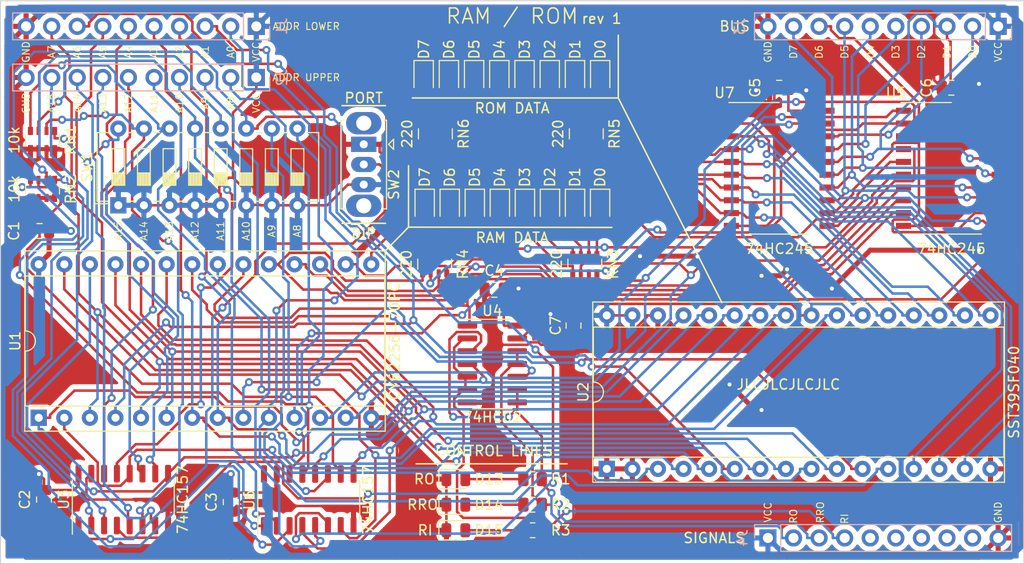
<source format=kicad_pcb>
(kicad_pcb (version 20211014) (generator pcbnew)
  (layers (0 "F.Cu" signal) (31 "B.Cu" signal) (34 "B.Paste" user) (35 "F.Paste" user) (36 "B.SilkS" user "B.Silkscreen") (37 "F.SilkS" user "F.Silkscreen") (38 "B.Mask" user) (39 "F.Mask" user) (44 "Edge.Cuts" user))
  (net 0 "")
  (net 1 "Net-(D1-Pad2)")
  (net 2 "Net-(D5-Pad2)")
  (net 3 "Net-(D2-Pad2)")
  (net 4 "Net-(D6-Pad2)")
  (net 5 "Net-(D3-Pad2)")
  (net 6 "Net-(D7-Pad2)")
  (net 7 "Net-(D4-Pad2)")
  (net 8 "Net-(D8-Pad2)")
  (net 9 "Net-(RN2-Pad1)")
  (net 10 "Net-(RN2-Pad2)")
  (net 11 "Net-(RN2-Pad3)")
  (net 12 "Net-(RN2-Pad4)")
  (net 13 "Net-(D14-Pad2)")
  (net 14 "Net-(D15-Pad2)")
  (net 15 "Net-(D16-Pad2)")
  (net 16 "Net-(D17-Pad2)")
  (net 17 "Net-(D18-Pad2)")
  (net 18 "Net-(D19-Pad2)")
  (net 19 "RO")
  (net 20 "RRO")
  (net 21 "RI")
  (net 22 "GND")
  (net 23 "A0")
  (net 24 "A1")
  (net 25 "A2")
  (net 26 "A3")
  (net 27 "A4")
  (net 28 "A5")
  (net 29 "A6")
  (net 30 "A7")
  (net 31 "VCC")
  (net 32 "B0")
  (net 33 "B1")
  (net 34 "B2")
  (net 35 "B3")
  (net 36 "B4")
  (net 37 "B5")
  (net 38 "B6")
  (net 39 "B7")
  (net 40 "BUS0")
  (net 41 "BUS1")
  (net 42 "BUS2")
  (net 43 "BUS3")
  (net 44 "BUS4")
  (net 45 "BUS5")
  (net 46 "BUS6")
  (net 47 "BUS7")
  (net 48 "Net-(D9-Pad2)")
  (net 49 "Net-(D10-Pad2)")
  (net 50 "Net-(D11-Pad2)")
  (net 51 "Net-(D12-Pad2)")
  (net 52 "A8")
  (net 53 "R3")
  (net 54 "R2")
  (net 55 "R1")
  (net 56 "R0")
  (net 57 "R7")
  (net 58 "R6")
  (net 59 "R5")
  (net 60 "R4")
  (net 61 "Net-(U1-Pad20)")
  (net 62 "~{RO}")
  (net 63 "~{RI}")
  (net 64 "~{RRO}")
  (net 65 "Net-(D13-Pad2)")
  (net 66 "A9")
  (net 67 "A10")
  (net 68 "A11")
  (net 69 "A12")
  (net 70 "A13")
  (net 71 "A14")
  (net 72 "A15")
  (net 78 "Net-(RN1-Pad1)")
  (net 79 "Net-(RN1-Pad2)")
  (net 80 "Net-(RN1-Pad3)")
  (net 81 "Net-(RN1-Pad4)")
  (net 82 "LA14")
  (net 83 "LA12")
  (net 84 "LA10")
  (net 85 "LA11")
  (net 86 "LA9")
  (net 87 "LA8")
  (net 88 "LA13")
  (net 89 "LA15")
  (net 90 "Net-(SW2-Pad2)")
  (footprint "LED_SMD:LED_0805_2012Metric" (layer "F.Cu") (at 65.532 67.818)
    (fp_text reference "D14")
    (fp_text value "RRO")
  )
  (footprint "Package_SO:SO-16_3.9x9.9mm_P1.27mm" (layer "F.Cu") (at 32.512 67.31 90)
    (fp_text reference "U3")
    (fp_text value "74HC157")
  )
  (footprint "Capacitor_SMD:C_0805_2012Metric" (layer "F.Cu") (at 114.732 26.416 180)
    (fp_text reference "C6")
    (fp_text value "C")
  )
  (footprint "Resistor_SMD:R_Array_Convex_4x0603" (layer "F.Cu") (at 24.492 31.612 -90)
    (fp_text reference "RN1")
    (fp_text value "10k")
  )
  (footprint "Package_SO:SO-14_3.9x8.65mm_P1.27mm" (layer "F.Cu") (at 69.153 53.848)
    (fp_text reference "U4")
    (fp_text value "74HC02")
  )
  (footprint "LED_SMD:LED_0805_2012Metric" (layer "F.Cu") (at 77.3611 25.4 -90)
    (fp_text reference "D10")
    (fp_text value "D1")
  )
  (footprint "Resistor_SMD:R_0805_2012Metric" (layer "F.Cu") (at 73.152 70.358 180)
    (fp_text reference "R3")
    (fp_text value "330")
  )
  (footprint "Resistor_SMD:R_Array_Convex_4x0603" (layer "F.Cu") (at 63.5 30.988 -90)
    (fp_text reference "RN6")
    (fp_text value "220")
  )
  (footprint "Capacitor_SMD:C_0805_2012Metric" (layer "F.Cu") (at 77.216 50.038 -90)
    (fp_text reference "C7")
    (fp_text value "C")
  )
  (footprint "Package_DIP:DIP-28_W15.24mm_Socket" (layer "F.Cu") (at 24.115 59.187 90)
    (fp_text reference "U1")
    (fp_text value "CY62256-70PC")
  )
  (footprint "LED_SMD:LED_0805_2012Metric" (layer "F.Cu") (at 62.3389 25.4 -90)
    (fp_text reference "D19")
    (fp_text value "D7")
  )
  (footprint "LED_SMD:LED_0805_2012Metric" (layer "F.Cu") (at 74.8782 38.1785 -90)
    (fp_text reference "D3")
    (fp_text value "D2")
  )
  (footprint "Button_Switch_THT:SW_DIP_SPSTx08_Slide_6.7x21.88mm_W7.62mm_P2.54mm_LowProfile" (layer "F.Cu") (at 32.019 38.09 90)
    (fp_text reference "SW1")
    (fp_text value "SW_DIP_x08")
  )
  (footprint "Package_SO:SO-16_3.9x9.9mm_P1.27mm" (layer "F.Cu") (at 50.927 67.345 90)
    (fp_text reference "U6")
    (fp_text value "74HC157")
  )
  (footprint "LED_SMD:LED_0805_2012Metric" (layer "F.Cu") (at 72.3537 25.4 -90)
    (fp_text reference "D12")
    (fp_text value "D3")
  )
  (footprint "Capacitor_SMD:C_0805_2012Metric" (layer "F.Cu") (at 69.342 46.482 180)
    (fp_text reference "C4")
    (fp_text value "C")
  )
  (footprint "LED_SMD:LED_0805_2012Metric" (layer "F.Cu") (at 65.532 65.278)
    (fp_text reference "D13")
    (fp_text value "RO")
  )
  (footprint "Resistor_SMD:R_Array_Convex_4x0603" (layer "F.Cu") (at 78.34 43.942 -90)
    (fp_text reference "RN3")
    (fp_text value "220")
  )
  (footprint "Button_Switch_THT:SW_Slide_1P2T_CK_OS102011MS2Q" (layer "F.Cu") (at 56.388 32.036 -90)
    (fp_text reference "SW2")
    (fp_text value "SW_SPDT")
  )
  (footprint "Capacitor_SMD:C_0805_2012Metric" (layer "F.Cu") (at 43.18 67.564 -90)
    (fp_text reference "C3")
    (fp_text value "C")
  )
  (footprint "LED_SMD:LED_0805_2012Metric" (layer "F.Cu") (at 74.8574 25.4 -90)
    (fp_text reference "D11")
    (fp_text value "D2")
  )
  (footprint "LED_SMD:LED_0805_2012Metric" (layer "F.Cu") (at 77.3663 38.1785 -90)
    (fp_text reference "D2")
    (fp_text value "D1")
  )
  (footprint "Resistor_SMD:R_Array_Convex_4x0603" (layer "F.Cu") (at 78.486 30.988 -90)
    (fp_text reference "RN5")
    (fp_text value "220")
  )
  (footprint "LED_SMD:LED_0805_2012Metric" (layer "F.Cu") (at 62.4373 38.1785 -90)
    (fp_text reference "D8")
    (fp_text value "D7")
  )
  (footprint "LED_SMD:LED_0805_2012Metric" (layer "F.Cu") (at 64.9255 38.1785 -90)
    (fp_text reference "D7")
    (fp_text value "D6")
  )
  (footprint "LED_SMD:LED_0805_2012Metric" (layer "F.Cu") (at 69.85 25.4 -90)
    (fp_text reference "D16")
    (fp_text value "D4")
  )
  (footprint "Package_SO:SO-20_12.8x7.5mm_P1.27mm" (layer "F.Cu") (at 97.638 34.417)
    (fp_text reference "U7")
    (fp_text value "74HC245")
  )
  (footprint "LED_SMD:LED_0805_2012Metric" (layer "F.Cu") (at 64.8426 25.4 -90)
    (fp_text reference "D18")
    (fp_text value "D6")
  )
  (footprint "Package_DIP:DIP-32_W15.24mm_Socket" (layer "F.Cu") (at 80.518 64.262 90)
    (fp_text reference "U2")
    (fp_text value "SST39SF040")
  )
  (footprint "LED_SMD:LED_0805_2012Metric" (layer "F.Cu") (at 67.4137 38.1785 -90)
    (fp_text reference "D6")
    (fp_text value "D5")
  )
  (footprint "LED_SMD:LED_0805_2012Metric" (layer "F.Cu") (at 79.8545 38.1785 -90)
    (fp_text reference "D1")
    (fp_text value "D0")
  )
  (footprint "Resistor_SMD:R_Array_Convex_4x0603" (layer "F.Cu") (at 63.43 43.942 -90)
    (fp_text reference "RN4")
    (fp_text value "220")
  )
  (footprint "LED_SMD:LED_0805_2012Metric" (layer "F.Cu") (at 65.532 70.358)
    (fp_text reference "D15")
    (fp_text value "RI")
  )
  (footprint "Resistor_SMD:R_0805_2012Metric" (layer "F.Cu") (at 73.152 67.818 180)
    (fp_text reference "R2")
    (fp_text value "330")
  )
  (footprint "LED_SMD:LED_0805_2012Metric" (layer "F.Cu") (at 79.8649 25.4 -90)
    (fp_text reference "D9")
    (fp_text value "D0")
  )
  (footprint "Capacitor_SMD:C_0805_2012Metric" (layer "F.Cu") (at 97.638 26.416 180)
    (fp_text reference "C5")
    (fp_text value "C")
  )
  (footprint "Capacitor_SMD:C_0805_2012Metric" (layer "F.Cu") (at 24.638 67.31 -90)
    (fp_text reference "C2")
    (fp_text value "C")
  )
  (footprint "LED_SMD:LED_0805_2012Metric" (layer "F.Cu") (at 72.39 38.1785 -90)
    (fp_text reference "D4")
    (fp_text value "D3")
  )
  (footprint "Resistor_SMD:R_Array_Convex_4x0603" (layer "F.Cu") (at 24.492 36.46 -90)
    (fp_text reference "RN2")
    (fp_text value "10k")
  )
  (footprint "Capacitor_SMD:C_0805_2012Metric" (layer "F.Cu") (at 24.196 40.64 180)
    (fp_text reference "C1")
    (fp_text value "C")
  )
  (footprint "LED_SMD:LED_0805_2012Metric" (layer "F.Cu") (at 69.9018 38.1785 -90)
    (fp_text reference "D5")
    (fp_text value "D4")
  )
  (footprint "LED_SMD:LED_0805_2012Metric" (layer "F.Cu") (at 67.3463 25.4 -90)
    (fp_text reference "D17")
    (fp_text value "D5")
  )
  (footprint "Package_SO:SO-20_12.8x7.5mm_P1.27mm" (layer "F.Cu") (at 114.732 34.417)
    (fp_text reference "U5")
    (fp_text value "74HC245")
  )
  (footprint "Resistor_SMD:R_0805_2012Metric" (layer "F.Cu") (at 73.152 65.278 180)
    (fp_text reference "R1")
    (fp_text value "330")
  )
  (footprint "Connector_PinHeader_2.54mm:PinHeader_1x10_P2.54mm_Vertical" (layer "B.Cu") (at 96.52 71.12 -90)
    (fp_text reference "J4")
    (fp_text value "SIGNALS")
  )
  (footprint "Connector_PinHeader_2.54mm:PinHeader_1x10_P2.54mm_Vertical" (layer "B.Cu") (at 45.72 20.32 90)
    (fp_text reference "J1")
    (fp_text value "ADDR LOWER")
  )
  (footprint "Connector_PinHeader_2.54mm:PinHeader_1x10_P2.54mm_Vertical" (layer "B.Cu") (at 45.72 25.4 90)
    (fp_text reference "J2")
    (fp_text value "ADDR UPPER")
  )
  (footprint "Connector_PinHeader_2.54mm:PinHeader_1x10_P2.54mm_Vertical" (layer "B.Cu") (at 119.38 20.32 90)
    (fp_text reference "J3")
    (fp_text value "BUS")
  )
  (gr_line (start 60.833 40.259) (end 60.833 34.163) (layer "F.SilkS") (width 0.15))
  (gr_line (start 54.229 28.194) (end 58.547 28.194) (layer "F.SilkS") (width 0.15))
  (gr_line (start 81.661 27.432) (end 91.948 47.752) (layer "F.SilkS") (width 0.15))
  (gr_line (start 54.229 39.878) (end 58.547 39.878) (layer "F.SilkS") (width 0.15))
  (gr_line (start 60.833 40.259) (end 58.525 42.617) (layer "F.SilkS") (width 0.15))
  (gr_line (start 61.595 63.754) (end 76.581 63.754) (layer "F.SilkS") (width 0.15))
  (gr_line (start 60.833 40.259) (end 81.026 40.289) (layer "F.SilkS") (width 0.15))
  (gr_line (start 81.661 27.432) (end 81.661 21.209) (layer "F.SilkS") (width 0.15))
  (gr_line (start 61.214 27.432) (end 81.661 27.432) (layer "F.SilkS") (width 0.15))
  (gr_line (start 20.32 73.66) (end 20.32 17.78) (layer "Edge.Cuts") (width 0.1))
  (gr_line (start 20.32 17.78) (end 121.92 17.78) (layer "Edge.Cuts") (width 0.1))
  (gr_line (start 121.92 17.78) (end 121.92 73.66) (layer "Edge.Cuts") (width 0.1))
  (gr_line (start 121.92 73.66) (end 20.32 73.66) (layer "Edge.Cuts") (width 0.1))
  (gr_text "VCC" (at 119.38 22.86 90) (layer "F.SilkS") (effects (font (size 0.7 0.7) (thickness 0.1))))
  (gr_text "A9" (at 47.244 40.64 90) (layer "F.SilkS") (effects (font (size 0.7 0.7) (thickness 0.1))))
  (gr_text "A15" (at 32.004 40.64 90) (layer "F.SilkS") (effects (font (size 0.7 0.7) (thickness 0.1))))
  (gr_text "RAM DATA" (at 71.12 41.305) (layer "F.SilkS") (effects (font (size 1 1))))
  (gr_text "A3" (at 35.56 22.86 90) (layer "F.SilkS") (effects (font (size 0.7 0.7) (thickness 0.1))))
  (gr_text "A11" (at 42.164 40.64 90) (layer "F.SilkS") (effects (font (size 0.7 0.7) (thickness 0.1))))
  (gr_text "D7" (at 99.06 22.86 90) (layer "F.SilkS") (effects (font (size 0.7 0.7) (thickness 0.1))))
  (gr_text "A5" (at 30.48 22.86 90) (layer "F.SilkS") (effects (font (size 0.7 0.7) (thickness 0.1))))
  (gr_text "A15" (at 25.4 27.94 90) (layer "F.SilkS") (effects (font (size 0.7 0.7) (thickness 0.1))))
  (gr_text "A14" (at 27.94 27.94 90) (layer "F.SilkS") (effects (font (size 0.7 0.7) (thickness 0.1))))
  (gr_text "VCC" (at 45.72 22.86 90) (layer "F.SilkS") (effects (font (size 0.7 0.7) (thickness 0.1))))
  (gr_text "A6" (at 27.94 22.86 90) (layer "F.SilkS") (effects (font (size 0.7 0.7) (thickness 0.1))))
  (gr_text "CONTROL LINES" (at 69.342 62.484) (layer "F.SilkS") (effects (font (size 1 1))))
  (gr_text "D1" (at 114.3 22.86 90) (layer "F.SilkS") (effects (font (size 0.7 0.7) (thickness 0.1))))
  (gr_text "D6" (at 101.6 22.86 90) (layer "F.SilkS") (effects (font (size 0.7 0.7) (thickness 0.1))))
  (gr_text "GND" (at 22.86 22.86 90) (layer "F.SilkS") (effects (font (size 0.7 0.7) (thickness 0.1))))
  (gr_text "DIP" (at 56.388 40.894) (layer "F.SilkS") (effects (font (size 1 1))))
  (gr_text "VCC" (at 96.52 68.58 90) (layer "F.SilkS") (effects (font (size 0.7 0.7) (thickness 0.1))))
  (gr_text "RO" (at 99.06 68.961 90) (layer "F.SilkS") (effects (font (size 0.7 0.7) (thickness 0.1))))
  (gr_text "RI" (at 104.14 69.215 90) (layer "F.SilkS") (effects (font (size 0.7 0.7) (thickness 0.1))))
  (gr_text "rev 1" (at 80.01 19.558) (layer "F.SilkS") (effects (font (size 1 1))))
  (gr_text "GND" (at 119.38 68.58 90) (layer "F.SilkS") (effects (font (size 0.7 0.7) (thickness 0.1))))
  (gr_text "GND" (at 22.86 27.94 90) (layer "F.SilkS") (effects (font (size 0.7 0.7) (thickness 0.1))))
  (gr_text "A14" (at 34.544 40.64 90) (layer "F.SilkS") (effects (font (size 0.7 0.7) (thickness 0.1))))
  (gr_text "A8" (at 49.784 40.64 90) (layer "F.SilkS") (effects (font (size 0.7 0.7) (thickness 0.1))))
  (gr_text "A4" (at 33.02 22.86 90) (layer "F.SilkS") (effects (font (size 0.7 0.7) (thickness 0.1))))
  (gr_text "RRO" (at 101.727 68.58 90) (layer "F.SilkS") (effects (font (size 0.7 0.7) (thickness 0.1))))
  (gr_text "A8" (at 43.18 27.94 90) (layer "F.SilkS") (effects (font (size 0.7 0.7) (thickness 0.1))))
  (gr_text "ROM DATA" (at 71.12 28.448) (layer "F.SilkS") (effects (font (size 1 1))))
  (gr_text "A2" (at 38.1 22.86 90) (layer "F.SilkS") (effects (font (size 0.7 0.7) (thickness 0.1))))
  (gr_text "D3" (at 109.22 22.86 90) (layer "F.SilkS") (effects (font (size 0.7 0.7) (thickness 0.1))))
  (gr_text "RAM / ROM" (at 71.12 19.304) (layer "F.SilkS") (effects (font (size 1.5 1.5))))
  (gr_text "A10" (at 44.704 40.64 90) (layer "F.SilkS") (effects (font (size 0.7 0.7) (thickness 0.1))))
  (gr_text "A10" (at 38.1 27.94 90) (layer "F.SilkS") (effects (font (size 0.7 0.7) (thickness 0.1))))
  (gr_text "JLCJLCJLCJLC" (at 98.552 55.88) (layer "F.SilkS") (effects (font (size 1 1))))
  (gr_text "D0" (at 116.84 22.86 90) (layer "F.SilkS") (effects (font (size 0.7 0.7) (thickness 0.1))))
  (gr_text "D4" (at 106.68 22.86 90) (layer "F.SilkS") (effects (font (size 0.7 0.7) (thickness 0.1))))
  (gr_text "GND" (at 96.52 22.86 90) (layer "F.SilkS") (effects (font (size 0.7 0.7) (thickness 0.1))))
  (gr_text "A11" (at 35.56 27.94 90) (layer "F.SilkS") (effects (font (size 0.7 0.7) (thickness 0.1))))
  (gr_text "VCC" (at 45.72 27.94 90) (layer "F.SilkS") (effects (font (size 0.7 0.7) (thickness 0.1))))
  (gr_text "A0" (at 43.18 22.86 90) (layer "F.SilkS") (effects (font (size 0.7 0.7) (thickness 0.1))))
  (gr_text "PORT" (at 56.388 27.432) (layer "F.SilkS") (effects (font (size 1 1))))
  (gr_text "D5" (at 104.14 22.86 90) (layer "F.SilkS") (effects (font (size 0.7 0.7) (thickness 0.1))))
  (gr_text "A13" (at 30.48 27.94 90) (layer "F.SilkS") (effects (font (size 0.7 0.7) (thickness 0.1))))
  (gr_text "A12" (at 33.02 27.94 90) (layer "F.SilkS") (effects (font (size 0.7 0.7) (thickness 0.1))))
  (gr_text "A1" (at 40.64 22.86 90) (layer "F.SilkS") (effects (font (size 0.7 0.7) (thickness 0.1))))
  (gr_text "A12" (at 39.624 40.64 90) (layer "F.SilkS") (effects (font (size 0.7 0.7) (thickness 0.1))))
  (gr_text "A13" (at 37.084 40.64 90) (layer "F.SilkS") (effects (font (size 0.7 0.7) (thickness 0.1))))
  (gr_text "A7" (at 25.4 22.86 90) (layer "F.SilkS") (effects (font (size 0.7 0.7) (thickness 0.1))))
  (gr_text "A9" (at 40.64 27.94 90) (layer "F.SilkS") (effects (font (size 0.7 0.7) (thickness 0.1))))
  (gr_text "D2" (at 111.76 22.86 90) (layer "F.SilkS") (effects (font (size 0.7 0.7) (thickness 0.1))))
  (segment (start 79.54 39.4305) (end 79.54 43.042) (width 0.25) (layer "F.Cu") (net 1))
  (segment (start 79.8545 39.116) (end 79.54 39.4305) (width 0.25) (layer "F.Cu") (net 1))
  (segment (start 66.0643 42.3167) (end 64.63 42.3167) (width 0.25) (layer "F.Cu") (net 2))
  (segment (start 69.9018 39.116) (end 69.265 39.116) (width 0.25) (layer "F.Cu") (net 2))
  (segment (start 64.63 43.042) (end 64.63 42.3167) (width 0.25) (layer "F.Cu") (net 2))
  (segment (start 69.265 39.116) (end 66.0643 42.3167) (width 0.25) (layer "F.Cu") (net 2))
  (segment (start 77.3663 39.116) (end 78.74 40.4897) (width 0.25) (layer "F.Cu") (net 3))
  (segment (start 78.74 40.4897) (end 78.74 43.042) (width 0.25) (layer "F.Cu") (net 3))
  (segment (start 63.83 43.042) (end 63.83 42.3167) (width 0.25) (layer "F.Cu") (net 4))
  (segment (start 67.0307 39.116) (end 67.4137 39.116) (width 0.25) (layer "F.Cu") (net 4))
  (segment (start 63.83 42.3167) (end 67.0307 39.116) (width 0.25) (layer "F.Cu") (net 4))
  (segment (start 77.94 42.1778) (end 74.8782 39.116) (width 0.25) (layer "F.Cu") (net 5))
  (segment (start 77.94 43.042) (end 77.94 42.1778) (width 0.25) (layer "F.Cu") (net 5))
  (segment (start 63.03 42.3167) (end 64.9255 40.4212) (width 0.25) (layer "F.Cu") (net 6))
  (segment (start 64.9255 40.4212) (end 64.9255 39.116) (width 0.25) (layer "F.Cu") (net 6))
  (segment (start 63.03 43.042) (end 63.03 42.3167) (width 0.25) (layer "F.Cu") (net 6))
  (segment (start 77.14 43.042) (end 77.14 42.3167) (width 0.25) (layer "F.Cu") (net 7))
  (segment (start 72.39 39.116) (end 75.5907 42.3167) (width 0.25) (layer "F.Cu") (net 7))
  (segment (start 75.5907 42.3167) (end 77.14 42.3167) (width 0.25) (layer "F.Cu") (net 7))
  (segment (start 62.23 42.3167) (end 62.4373 42.1094) (width 0.25) (layer "F.Cu") (net 8))
  (segment (start 62.23 43.042) (end 62.23 42.3167) (width 0.25) (layer "F.Cu") (net 8))
  (segment (start 62.4373 42.1094) (end 62.4373 39.116) (width 0.25) (layer "F.Cu") (net 8))
  (segment (start 49.022 70.2767) (end 47.5134 71.7853) (width 0.25) (layer "F.Cu") (net 9))
  (segment (start 25.692 35.56) (end 26.6556 35.56) (width 0.25) (layer "F.Cu") (net 9))
  (segment (start 47.5134 71.7853) (end 46.3307 71.7853) (width 0.25) (layer "F.Cu") (net 9))
  (segment (start 49.022 69.92) (end 49.022 70.2767) (width 0.25) (layer "F.Cu") (net 9))
  (via (at 46.3307 71.7853) (size 0.8) (drill 0.4) (layers "F.Cu" "B.Cu") (net 9))
  (via (at 26.6556 35.56) (size 0.8) (drill 0.4) (layers "F.Cu" "B.Cu") (net 9))
  (segment (start 34.1211 71.9604) (end 42.0856 63.9959) (width 0.25) (layer "B.Cu") (net 9))
  (segment (start 43.441 63.9959) (end 43.9829 64.5378) (width 0.25) (layer "B.Cu") (net 9))
  (segment (start 28.5098 41.1781) (end 27.7413 41.9466) (width 0.25) (layer "B.Cu") (net 9))
  (segment (start 21.5457 60.9716) (end 25.1097 64.5356) (width 0.25) (layer "B.Cu") (net 9))
  (segment (start 42.179 30.47) (end 42.179 29.159) (width 0.25) (layer "B.Cu") (net 9))
  (segment (start 42.0856 63.9959) (end 43.441 63.9959) (width 0.25) (layer "B.Cu") (net 9))
  (segment (start 30.9245 71.9604) (end 34.1211 71.9604) (width 0.25) (layer "B.Cu") (net 9))
  (segment (start 39.2754 24.8891) (end 37.6818 23.2955) (width 0.25) (layer "B.Cu") (net 9))
  (segment (start 42.179 29.159) (end 39.2754 26.2554) (width 0.25) (layer "B.Cu") (net 9))
  (segment (start 24.1871 24.9483) (end 24.1871 33.0915) (width 0.25) (layer "B.Cu") (net 9))
  (segment (start 22.9682 55.0123) (end 21.5457 56.4348) (width 0.25) (layer "B.Cu") (net 9))
  (segment (start 39.2754 26.2554) (end 39.2754 24.8891) (width 0.25) (layer "B.Cu") (net 9))
  (segment (start 37.6818 23.2955) (end 25.8399 23.2955) (width 0.25) (layer "B.Cu") (net 9))
  (segment (start 24.1871 33.0915) (end 26.6556 35.56) (width 0.25) (layer "B.Cu") (net 9))
  (segment (start 27.7413 41.9466) (end 24.5109 41.9466) (width 0.25) (layer "B.Cu") (net 9))
  (segment (start 22.9682 43.4893) (end 22.9682 55.0123) (width 0.25) (layer "B.Cu") (net 9))
  (segment (start 26.6556 35.56) (end 28.5098 37.4142) (width 0.25) (layer "B.Cu") (net 9))
  (segment (start 25.1097 64.5356) (end 25.1097 66.1456) (width 0.25) (layer "B.Cu") (net 9))
  (segment (start 43.9829 64.5378) (end 43.9829 69.4375) (width 0.25) (layer "B.Cu") (net 9))
  (segment (start 24.5109 41.9466) (end 22.9682 43.4893) (width 0.25) (layer "B.Cu") (net 9))
  (segment (start 25.8399 23.2955) (end 24.1871 24.9483) (width 0.25) (layer "B.Cu") (net 9))
  (segment (start 28.5098 37.4142) (end 28.5098 41.1781) (width 0.25) (layer "B.Cu") (net 9))
  (segment (start 25.1097 66.1456) (end 30.9245 71.9604) (width 0.25) (layer "B.Cu") (net 9))
  (segment (start 43.9829 69.4375) (end 46.3307 71.7853) (width 0.25) (layer "B.Cu") (net 9))
  (segment (start 21.5457 56.4348) (end 21.5457 60.9716) (width 0.25) (layer "B.Cu") (net 9))
  (segment (start 49.657 68.9993) (end 49.657 71.2325) (width 0.25) (layer "F.Cu") (net 10))
  (segment (start 49.9973 68.659) (end 49.657 68.9993) (width 0.25) (layer "F.Cu") (net 10))
  (segment (start 24.892 34.8347) (end 24.7636 34.8347) (width 0.25) (layer "F.Cu") (net 10))
  (segment (start 24.7636 34.8347) (end 24.4689 34.54) (width 0.25) (layer "F.Cu") (net 10))
  (segment (start 52.832 69.92) (end 52.832 69.5907) (width 0.25) (layer "F.Cu") (net 10))
  (segment (start 45.8443 30.1887) (end 46.7305 29.3025) (width 0.25) (layer "F.Cu") (net 10))
  (segment (start 75.1786 54.1578) (end 75.1786 65.6515) (width 0.25) (layer "F.Cu") (net 10))
  (segment (start 45.8443 30.47) (end 45.8443 30.1887) (width 0.25) (layer "F.Cu") (net 10))
  (segment (start 51.9003 68.659) (end 49.9973 68.659) (width 0.25) (layer "F.Cu") (net 10))
  (segment (start 46.7305 29.3025) (end 53.1888 29.3025) (width 0.25) (layer "F.Cu") (net 10))
  (segment (start 52.832 69.5907) (end 51.9003 68.659) (width 0.25) (layer "F.Cu") (net 10))
  (segment (start 24.892 35.56) (end 24.892 34.8347) (width 0.25) (layer "F.Cu") (net 10))
  (segment (start 44.719 30.47) (end 45.8443 30.47) (width 0.25) (layer "F.Cu") (net 10))
  (segment (start 73.4418 52.421) (end 75.1786 54.1578) (width 0.25) (layer "F.Cu") (net 10))
  (via (at 73.4418 52.421) (size 0.8) (drill 0.4) (layers "F.Cu" "B.Cu") (net 10))
  (via (at 24.4689 34.54) (size 0.8) (drill 0.4) (layers "F.Cu" "B.Cu") (net 10))
  (via (at 53.1888 29.3025) (size 0.8) (drill 0.4) (layers "F.Cu" "B.Cu") (net 10))
  (via (at 49.657 71.2325) (size 0.8) (drill 0.4) (layers "F.Cu" "B.Cu") (net 10))
  (via (at 75.1786 65.6515) (size 0.8) (drill 0.4) (layers "F.Cu" "B.Cu") (net 10))
  (segment (start 69.8663 70.6887) (end 50.2008 70.6887) (width 0.25) (layer "B.Cu") (net 10))
  (segment (start 50.2008 70.6887) (end 49.657 71.2325) (width 0.25) (layer "B.Cu") (net 10))
  (segment (start 62.1352 46.0387) (end 65.8208 49.7243) (width 0.25) (layer "B.Cu") (net 10))
  (segment (start 55.9116 39.7197) (end 62.1352 45.9433) (width 0.25) (layer "B.Cu") (net 10))
  (segment (start 54.1482 30.2619) (end 54.1482 38.5821) (width 0.25) (layer "B.Cu") (net 10))
  (segment (start 65.8208 49.7243) (end 70.7451 49.7243) (width 0.25) (layer "B.Cu") (net 10))
  (segment (start 54.1482 38.5821) (end 55.2858 39.7197) (width 0.25) (layer "B.Cu") (net 10))
  (segment (start 70.7451 49.7243) (end 73.4418 52.421) (width 0.25) (layer "B.Cu") (net 10))
  (segment (start 23.6934 22.8452) (end 21.6283 24.9103) (width 0.25) (layer "B.Cu") (net 10))
  (segment (start 39.7538 22.8452) (end 23.6934 22.8452) (width 0.25) (layer "B.Cu") (net 10))
  (segment (start 21.6283 24.9103) (end 21.6283 31.6994) (width 0.25) (layer "B.Cu") (net 10))
  (segment (start 53.1888 29.3025) (end 54.1482 30.2619) (width 0.25) (layer "B.Cu") (net 10))
  (segment (start 44.719 29.2983) (end 41.8154 26.3947) (width 0.25) (layer "B.Cu") (net 10))
  (segment (start 21.6283 31.6994) (end 24.4689 34.54) (width 0.25) (layer "B.Cu") (net 10))
  (segment (start 44.719 30.47) (end 44.719 29.2983) (width 0.25) (layer "B.Cu") (net 10))
  (segment (start 74.9035 65.6515) (end 69.8663 70.6887) (width 0.25) (layer "B.Cu") (net 10))
  (segment (start 41.8154 26.3947) (end 41.8154 24.9068) (width 0.25) (layer "B.Cu") (net 10))
  (segment (start 55.2858 39.7197) (end 55.9116 39.7197) (width 0.25) (layer "B.Cu") (net 10))
  (segment (start 41.8154 24.9068) (end 39.7538 22.8452) (width 0.25) (layer "B.Cu") (net 10))
  (segment (start 62.1352 45.9433) (end 62.1352 46.0387) (width 0.25) (layer "B.Cu") (net 10))
  (segment (start 75.1786 65.6515) (end 74.9035 65.6515) (width 0.25) (layer "B.Cu") (net 10))
  (segment (start 54.102 64.4876) (end 53.325 63.7106) (width 0.25) (layer "F.Cu") (net 11))
  (segment (start 44.5525 57.1088) (end 48.9257 57.1088) (width 0.25) (layer "F.Cu") (net 11))
  (segment (start 22.9681 44.3937) (end 34.3798 55.8054) (width 0.25) (layer "F.Cu") (net 11))
  (segment (start 26.2905 36.8466) (end 26.2905 37.9554) (width 0.25) (layer "F.Cu") (net 11))
  (segment (start 53.325 63.7106) (end 53.325 58.8026) (width 0.25) (layer "F.Cu") (net 11))
  (segment (start 26.2905 37.9554) (end 24.196 40.0499) (width 0.25) (layer "F.Cu") (net 11))
  (segment (start 53.325 58.8026) (end 51.6312 57.1088) (width 0.25) (layer "F.Cu") (net 11))
  (segment (start 22.9681 42.4746) (end 22.9681 44.3937) (width 0.25) (layer "F.Cu") (net 11))
  (segment (start 24.092 35.56) (end 24.092 36.2853) (width 0.25) (layer "F.Cu") (net 11))
  (segment (start 24.092 36.2853) (end 25.7292 36.2853) (width 0.25) (layer "F.Cu") (net 11))
  (segment (start 24.196 40.0499) (end 24.196 41.2467) (width 0.25) (layer "F.Cu") (net 11))
  (segment (start 51.6312 57.1088) (end 48.9257 57.1088) (width 0.25) (layer "F.Cu") (net 11))
  (segment (start 24.196 41.2467) (end 22.9681 42.4746) (width 0.25) (layer "F.Cu") (net 11))
  (segment (start 25.7292 36.2853) (end 26.2905 36.8466) (width 0.25) (layer "F.Cu") (net 11))
  (segment (start 43.2491 55.8054) (end 44.5525 57.1088) (width 0.25) (layer "F.Cu") (net 11))
  (segment (start 54.102 64.77) (end 54.102 64.4876) (width 0.25) (layer "F.Cu") (net 11))
  (segment (start 34.3798 55.8054) (end 43.2491 55.8054) (width 0.25) (layer "F.Cu") (net 11))
  (via (at 48.9257 57.1088) (size 0.8) (drill 0.4) (layers "F.Cu" "B.Cu") (net 11))
  (segment (start 47.259 34.1016) (end 48.3895 35.2321) (width 0.25) (layer "B.Cu") (net 11))
  (segment (start 48.3895 45.2169) (end 48.9257 45.7531) (width 0.25) (layer "B.Cu") (net 11))
  (segment (start 47.259 30.47) (end 47.259 34.1016) (width 0.25) (layer "B.Cu") (net 11))
  (segment (start 48.3895 35.2321) (end 48.3895 45.2169) (width 0.25) (layer "B.Cu") (net 11))
  (segment (start 48.9257 45.7531) (end 48.9257 57.1088) (width 0.25) (layer "B.Cu") (net 11))
  (segment (start 50.8692 58.0748) (end 50.8625 58.0681) (width 0.25) (layer "F.Cu") (net 12))
  (segment (start 50.292 64.77) (end 50.8692 64.1928) (width 0.25) (layer "F.Cu") (net 12))
  (segment (start 23.292 36.2853) (end 22.4727 36.2853) (width 0.25) (layer "F.Cu") (net 12))
  (segment (start 33.9012 56.674) (end 42.0312 56.674) (width 0.25) (layer "F.Cu") (net 12))
  (segment (start 50.8625 58.0681) (end 50.972 57.9586) (width 0.25) (layer "F.Cu") (net 12))
  (segment (start 22.2427 45.0155) (end 33.9012 56.674) (width 0.25) (layer "F.Cu") (net 12))
  (segment (start 48.6253 57.8341) (end 50.6285 57.8341) (width 0.25) (layer "F.Cu") (net 12))
  (segment (start 50.8692 64.1928) (end 50.8692 58.0748) (width 0.25) (layer "F.Cu") (net 12))
  (segment (start 48.3657 57.5745) (end 48.6253 57.8341) (width 0.25) (layer "F.Cu") (net 12))
  (segment (start 23.292 35.56) (end 23.292 36.2853) (width 0.25) (layer "F.Cu") (net 12))
  (segment (start 50.6285 57.8341) (end 50.8625 58.0681) (width 0.25) (layer "F.Cu") (net 12))
  (segment (start 42.0312 56.674) (end 42.9317 57.5745) (width 0.25) (layer "F.Cu") (net 12))
  (segment (start 42.9317 57.5745) (end 48.3657 57.5745) (width 0.25) (layer "F.Cu") (net 12))
  (via (at 22.2427 45.0155) (size 0.8) (drill 0.4) (layers "F.Cu" "B.Cu") (net 12))
  (via (at 22.4727 36.2853) (size 0.8) (drill 0.4) (layers "F.Cu" "B.Cu") (net 12))
  (via (at 50.972 57.9586) (size 0.8) (drill 0.4) (layers "F.Cu" "B.Cu") (net 12))
  (segment (start 22.4727 36.2853) (end 23.9788 36.2853) (width 0.25) (layer "B.Cu") (net 12))
  (segment (start 28.0594 40.3659) (end 28.0594 40.9134) (width 0.25) (layer "B.Cu") (net 12))
  (segment (start 53.2048 45.6865) (end 53.2048 42.4121) (width 0.25) (layer "B.Cu") (net 12))
  (segment (start 27.4766 41.4962) (end 24.3244 41.4962) (width 0.25) (layer "B.Cu") (net 12))
  (segment (start 51.9183 41.1256) (end 51.9183 33.7146) (width 0.25) (layer "B.Cu") (net 12))
  (segment (start 53.2048 42.4121) (end 51.9183 41.1256) (width 0.25) (layer "B.Cu") (net 12))
  (segment (start 52.3861 53.0547) (end 52.3861 46.5052) (width 0.25) (layer "B.Cu") (net 12))
  (segment (start 51.9183 33.7146) (end 49.799 31.5953) (width 0.25) (layer "B.Cu") (net 12))
  (segment (start 49.799 30.47) (end 49.799 31.5953) (width 0.25) (layer "B.Cu") (net 12))
  (segment (start 22.2427 43.5779) (end 22.2427 45.0155) (width 0.25) (layer "B.Cu") (net 12))
  (segment (start 50.972 57.9586) (end 50.972 54.4688) (width 0.25) (layer "B.Cu") (net 12))
  (segment (start 23.9788 36.2853) (end 28.0594 40.3659) (width 0.25) (layer "B.Cu") (net 12))
  (segment (start 52.3861 46.5052) (end 53.2048 45.6865) (width 0.25) (layer "B.Cu") (net 12))
  (segment (start 50.972 54.4688) (end 52.3861 53.0547) (width 0.25) (layer "B.Cu") (net 12))
  (segment (start 28.0594 40.9134) (end 27.4766 41.4962) (width 0.25) (layer "B.Cu") (net 12))
  (segment (start 24.3244 41.4962) (end 22.2427 43.5779) (width 0.25) (layer "B.Cu") (net 12))
  (segment (start 72.2395 67.818) (end 66.4695 67.818) (width 0.25) (layer "F.Cu") (net 13))
  (segment (start 72.2395 70.358) (end 66.4695 70.358) (width 0.25) (layer "F.Cu") (net 14))
  (segment (start 66.8248 29.3627) (end 64.7 29.3627) (width 0.25) (layer "F.Cu") (net 15))
  (segment (start 64.7 30.088) (end 64.7 29.3627) (width 0.25) (layer "F.Cu") (net 15))
  (segment (start 69.85 26.3375) (end 66.8248 29.3627) (width 0.25) (layer "F.Cu") (net 15))
  (segment (start 63.9 30.088) (end 63.9 29.3627) (width 0.25) (layer "F.Cu") (net 16))
  (segment (start 66.9252 26.3375) (end 63.9 29.3627) (width 0.25) (layer "F.Cu") (net 16))
  (segment (start 67.3463 26.3375) (end 66.9252 26.3375) (width 0.25) (layer "F.Cu") (net 16))
  (segment (start 64.8426 26.3375) (end 63.1 28.0801) (width 0.25) (layer "F.Cu") (net 17))
  (segment (start 63.1 28.0801) (end 63.1 30.088) (width 0.25) (layer "F.Cu") (net 17))
  (segment (start 62.3389 29.3238) (end 62.3389 26.3375) (width 0.25) (layer "F.Cu") (net 18))
  (segment (start 62.3 29.3627) (end 62.3389 29.3238) (width 0.25) (layer "F.Cu") (net 18))
  (segment (start 62.3 30.088) (end 62.3 29.3627) (width 0.25) (layer "F.Cu") (net 18))
  (segment (start 64.9009 58.7142) (end 65.2753 59.0886) (width 0.25) (layer "F.Cu") (net 19))
  (segment (start 65.6242 50.673) (end 64.9009 51.3963) (width 0.25) (layer "F.Cu") (net 19))
  (segment (start 71.628 58.6049) (end 71.2938 58.6049) (width 0.25) (layer "F.Cu") (net 19))
  (segment (start 71.2938 58.6049) (end 70.786 59.1127) (width 0.25) (layer "F.Cu") (net 19))
  (segment (start 74.0645 65.278) (end 74.0645 65.6849) (width 0.25) (layer "F.Cu") (net 19))
  (segment (start 68.0349 51.6277) (end 68.0349 51.0013) (width 0.25) (layer "F.Cu") (net 19))
  (segment (start 67.7066 50.673) (end 65.6242 50.673) (width 0.25) (layer "F.Cu") (net 19))
  (segment (start 74.0645 65.6849) (end 75.0315 66.6519) (width 0.25) (layer "F.Cu") (net 19))
  (segment (start 71.628 56.388) (end 71.628 57.658) (width 0.25) (layer "F.Cu") (net 19))
  (segment (start 64.9009 51.3963) (end 64.9009 58.7142) (width 0.25) (layer "F.Cu") (net 19))
  (segment (start 74.0645 61.0414) (end 71.628 58.6049) (width 0.25) (layer "F.Cu") (net 19))
  (segment (start 71.628 58.6049) (end 71.628 57.658) (width 0.25) (layer "F.Cu") (net 19))
  (segment (start 66.678 52.578) (end 67.0846 52.578) (width 0.25) (layer "F.Cu") (net 19))
  (segment (start 68.0349 51.0013) (end 67.7066 50.673) (width 0.25) (layer "F.Cu") (net 19))
  (segment (start 67.0846 52.578) (end 68.0349 51.6277) (width 0.25) (layer "F.Cu") (net 19))
  (segment (start 74.0645 65.278) (end 74.0645 61.0414) (width 0.25) (layer "F.Cu") (net 19))
  (via (at 75.0315 66.6519) (size 0.8) (drill 0.4) (layers "F.Cu" "B.Cu") (net 19))
  (via (at 70.786 59.1127) (size 0.8) (drill 0.4) (layers "F.Cu" "B.Cu") (net 19))
  (via (at 65.2753 59.0886) (size 0.8) (drill 0.4) (layers "F.Cu" "B.Cu") (net 19))
  (segment (start 99.06 71.12) (end 97.8847 71.12) (width 0.25) (layer "B.Cu") (net 19))
  (segment (start 97.8847 71.12) (end 97.8847 70.312) (width 0.25) (layer "B.Cu") (net 19))
  (segment (start 75.0315 68.7159) (end 75.0315 66.6519) (width 0.25) (layer "B.Cu") (net 19))
  (segment (start 70.786 59.1127) (end 65.2994 59.1127) (width 0.25) (layer "B.Cu") (net 19))
  (segment (start 65.2994 59.1127) (end 65.2753 59.0886) (width 0.25) (layer "B.Cu") (net 19))
  (segment (start 97.5174 69.9447) (end 76.2603 69.9447) (width 0.25) (layer "B.Cu") (net 19))
  (segment (start 76.2603 69.9447) (end 75.0315 68.7159) (width 0.25) (layer "B.Cu") (net 19))
  (segment (start 97.8847 70.312) (end 97.5174 69.9447) (width 0.25) (layer "B.Cu") (net 19))
  (segment (start 71.628 53.848) (end 71.628 52.578) (width 0.25) (layer "F.Cu") (net 20))
  (segment (start 70.0504 54.9953) (end 70.0504 59.6296) (width 0.25) (layer "F.Cu") (net 20))
  (segment (start 73.152 62.7312) (end 73.152 66.9055) (width 0.25) (layer "F.Cu") (net 20))
  (segment (start 75.7607 67.7387) (end 75.6814 67.818) (width 0.25) (layer "F.Cu") (net 20))
  (segment (start 71.628 53.848) (end 71.1977 53.848) (width 0.25) (layer "F.Cu") (net 20))
  (segment (start 73.152 66.9055) (end 74.0645 67.818) (width 0.25) (layer "F.Cu") (net 20))
  (segment (start 71.1977 53.848) (end 70.0504 54.9953) (width 0.25) (layer "F.Cu") (net 20))
  (segment (start 70.0504 59.6296) (end 73.152 62.7312) (width 0.25) (layer "F.Cu") (net 20))
  (segment (start 75.6814 67.818) (end 74.0645 67.818) (width 0.25) (layer "F.Cu") (net 20))
  (via (at 75.7607 67.7387) (size 0.8) (drill 0.4) (layers "F.Cu" "B.Cu") (net 20))
  (segment (start 100.4247 70.7527) (end 99.1663 69.4943) (width 0.25) (layer "B.Cu") (net 20))
  (segment (start 75.7607 68.7987) (end 75.7607 67.7387) (width 0.25) (layer "B.Cu") (net 20))
  (segment (start 100.4247 71.12) (end 100.4247 70.7527) (width 0.25) (layer "B.Cu") (net 20))
  (segment (start 101.6 71.12) (end 100.4247 71.12) (width 0.25) (layer "B.Cu") (net 20))
  (segment (start 76.4563 69.4943) (end 75.7607 68.7987) (width 0.25) (layer "B.Cu") (net 20))
  (segment (start 99.1663 69.4943) (end 76.4563 69.4943) (width 0.25) (layer "B.Cu") (net 20))
  (segment (start 65.6538 64.4505) (end 66.3011 63.8032) (width 0.25) (layer "F.Cu") (net 21))
  (segment (start 66.2866 51.308) (end 66.678 51.308) (width 0.25) (layer "F.Cu") (net 21))
  (segment (start 66.678 55.118) (end 66.4825 55.118) (width 0.25) (layer "F.Cu") (net 21))
  (segment (start 65.3769 58.0823) (end 65.3769 57.2981) (width 0.25) (layer "F.Cu") (net 21))
  (segment (start 74.0645 70.358) (end 72.8352 69.1287) (width 0.25) (layer "F.Cu") (net 21))
  (segment (start 65.3669 52.2277) (end 66.2866 51.308) (width 0.25) (layer "F.Cu") (net 21))
  (segment (start 66.4825 55.118) (end 66.2724 55.118) (width 0.25) (layer "F.Cu") (net 21))
  (segment (start 66.2528 69.1287) (end 65.6538 68.5297) (width 0.25) (layer "F.Cu") (net 21))
  (segment (start 66.4825 56.388) (end 66.4825 55.118) (width 0.25) (layer "F.Cu") (net 21))
  (segment (start 66.3011 59.0065) (end 65.3769 58.0823) (width 0.25) (layer "F.Cu") (net 21))
  (segment (start 66.3011 63.8032) (end 66.3011 59.0065) (width 0.25) (layer "F.Cu") (net 21))
  (segment (start 74.5846 70.358) (end 76.4861 68.4565) (width 0.25) (layer "F.Cu") (net 21))
  (segment (start 66.2724 55.118) (end 65.3669 54.2125) (width 0.25) (layer "F.Cu") (net 21))
  (segment (start 72.8352 69.1287) (end 66.2528 69.1287) (width 0.25) (layer "F.Cu") (net 21))
  (segment (start 65.3769 57.2981) (end 66.287 56.388) (width 0.25) (layer "F.Cu") (net 21))
  (segment (start 74.0645 70.358) (end 74.5846 70.358) (width 0.25) (layer "F.Cu") (net 21))
  (segment (start 66.4825 56.388) (end 66.678 56.388) (width 0.25) (layer "F.Cu") (net 21))
  (segment (start 66.287 56.388) (end 66.4825 56.388) (width 0.25) (layer "F.Cu") (net 21))
  (segment (start 65.3669 54.2125) (end 65.3669 52.2277) (width 0.25) (layer "F.Cu") (net 21))
  (segment (start 65.6538 68.5297) (end 65.6538 64.4505) (width 0.25) (layer "F.Cu") (net 21))
  (via (at 76.4861 68.4565) (size 0.8) (drill 0.4) (layers "F.Cu" "B.Cu") (net 21))
  (segment (start 104.14 71.12) (end 102.9647 71.12) (width 0.25) (layer "B.Cu") (net 21))
  (segment (start 102.9647 70.7527) (end 100.6685 68.4565) (width 0.25) (layer "B.Cu") (net 21))
  (segment (start 100.6685 68.4565) (end 76.4861 68.4565) (width 0.25) (layer "B.Cu") (net 21))
  (segment (start 102.9647 71.12) (end 102.9647 70.7527) (width 0.25) (layer "B.Cu") (net 21))
  (segment (start 36.195 67.31) (end 29.337 67.31) (width 0.25) (layer "F.Cu") (net 22))
  (segment (start 97.155 39.37) (end 97.155 26.883) (width 0.25) (layer "F.Cu") (net 22))
  (segment (start 83.058 64.262) (end 80.518 64.262) (width 0.25) (layer "F.Cu") (net 22))
  (segment (start 72.39 37.241) (end 74.8782 37.241) (width 0.25) (layer "F.Cu") (net 22))
  (segment (start 67.4137 37.241) (end 64.9255 37.241) (width 0.25) (layer "F.Cu") (net 22))
  (segment (start 72.6579 51.943) (end 69.215 51.943) (width 0.25) (layer "F.Cu") (net 22))
  (segment (start 69.215 47.305) (end 68.392 46.482) (width 0.25) (layer "F.Cu") (net 22))
  (segment (start 77.47 73.025) (end 59.69 73.025) (width 0.5) (layer "F.Cu") (net 22))
  (segment (start 64.5945 65.278) (end 59.817 65.278) (width 0.25) (layer "F.Cu") (net 22))
  (segment (start 59.187 59.187) (end 59.69 59.69) (width 0.25) (layer "F.Cu") (net 22))
  (segment (start 94.615 18.415) (end 96.52 20.32) (width 0.5) (layer "F.Cu") (net 22))
  (segment (start 66.678 57.658) (end 68.707 57.658) (width 0.25) (layer "F.Cu") (net 22))
  (segment (start 79.0549 64.5998) (end 79.3927 64.262) (width 0.25) (layer "F.Cu") (net 22))
  (segment (start 121.285 64.135) (end 121.285 69.215) (width 0.5) (layer "F.Cu") (net 22))
  (segment (start 22.86 20.32) (end 24.765 18.415) (width 0.5) (layer "F.Cu") (net 22))
  (segment (start 113.782 26.416) (end 113.782 29.327) (width 0.25) (layer "F.Cu") (net 22))
  (segment (start 113.03 18.415) (end 120.015 18.415) (width 0.5) (layer "F.Cu") (net 22))
  (segment (start 121.158 64.262) (end 121.285 64.135) (width 0.25) (layer "F.Cu") (net 22))
  (segment (start 43.18 73.025) (end 22.86 73.025) (width 0.5) (layer "F.Cu") (net 22))
  (segment (start 36.957 68.072) (end 36.195 67.31) (width 0.25) (layer "F.Cu") (net 22))
  (segment (start 69.85 24.4625) (end 72.3537 24.4625) (width 0.25) (layer "F.Cu") (net 22))
  (segment (start 96.393 40.132) (end 97.155 39.37) (width 0.25) (layer "F.Cu") (net 22))
  (segment (start 80.518 64.262) (end 79.3927 64.262) (width 0.25) (layer "F.Cu") (net 22))
  (segment (start 69.215 57.15) (end 69.215 51.943) (width 0.25) (layer "F.Cu") (net 22))
  (segment (start 22.86 73.025) (end 20.955 71.12) (width 0.5) (layer "F.Cu") (net 22))
  (segment (start 119.38 71.12) (end 117.475 73.025) (width 0.5) (layer "F.Cu") (net 22))
  (segment (start 72.9052 51.6957) (end 72.6579 51.943) (width 0.25) (layer "F.Cu") (net 22))
  (segment (start 113.782 29.327) (end 114.935 30.48) (width 0.25) (layer "F.Cu") (net 22))
  (segment (start 62.4373 37.241) (end 57.9633 32.767) (width 0.25) (layer "F.Cu") (net 22))
  (segment (start 77.3663 37.241) (end 74.8782 37.241) (width 0.25) (layer "F.Cu") (net 22))
  (segment (start 118.618 64.262) (end 121.158 64.262) (width 0.25) (layer "F.Cu") (net 22))
  (segment (start 43.749 67.945) (end 43.18 68.514) (width 0.25) (layer "F.Cu") (net 22))
  (segment (start 64.5945 65.278) (end 64.5945 67.818) (width 0.25) (layer "F.Cu") (net 22))
  (segment (start 69.215 51.943) (end 69.215 47.305) (width 0.25) (layer "F.Cu") (net 22))
  (segment (start 23.292 37.36) (end 23.292 40.594) (width 0.25) (layer "F.Cu") (net 22))
  (segment (start 69.9018 37.241) (end 72.39 37.241) (width 0.25) (layer "F.Cu") (net 22))
  (segment (start 56.388 32.036) (end 57.9633 32.036) (width 0.25) (layer "F.Cu") (net 22))
  (segment (start 59.817 65.278) (end 59.69 65.405) (width 0.25) (layer "F.Cu") (net 22))
  (segment (start 92.888 40.132) (end 96.393 40.132) (width 0.25) (layer "F.Cu") (net 22))
  (segment (start 62.3389 24.4625) (end 58.6379 28.1635) (width 0.25) (layer "F.Cu") (net 22))
  (segment (start 62.3389 24.4625) (end 64.8426 24.4625) (width 0.25) (layer "F.Cu") (net 22))
  (segment (start 114.935 40.005) (end 114.808 40.132) (width 0.25) (layer "F.Cu") (net 22))
  (segment (start 20.955 41.91) (end 22.225 40.64) (width 0.5) (layer "F.Cu") (net 22))
  (segment (start 23.292 32.512) (end 21.082 32.512) (width 0.25) (layer "F.Cu") (net 22))
  (segment (start 77.216 64.5998) (end 77.216 72.771) (width 0.25) (layer "F.Cu") (net 22))
  (segment (start 64.9255 37.241) (end 62.4373 37.241) (width 0.25) (layer "F.Cu") (net 22))
  (segment (start 24.892 37.36) (end 25.692 37.36) (width 0.25) (layer "F.Cu") (net 22))
  (segment (start 121.285 69.215) (end 119.38 71.12) (width 0.5) (layer "F.Cu") (net 22))
  (segment (start 67.3463 24.4625) (end 69.85 24.4625) (width 0.25) (layer "F.Cu") (net 22))
  (segment (start 20.955 71.12) (end 20.955 70.485) (width 0.5) (layer "F.Cu") (net 22))
  (segment (start 55.372 69.92) (end 55.372 68.072) (width 0.25) (layer "F.Cu") (net 22))
  (segment (start 20.955 27.305) (end 22.86 25.4) (width 0.5) (layer "F.Cu") (net 22))
  (segment (start 24.092 37.36) (end 24.892 37.36) (width 0.25) (layer "F.Cu") (net 22))
  (segment (start 59.69 59.69) (end 59.69 65.405) (width 0.25) (layer "F.Cu") (net 22))
  (segment (start 25.588 67.31) (end 24.638 68.26) (width 0.25) (layer "F.Cu") (net 22))
  (segment (start 85.598 49.022) (end 84.4727 49.022) (width 0.25) (layer "F.Cu") (net 22))
  (segment (start 121.285 19.685) (end 121.285 64.135) (width 0.5) (layer "F.Cu") (net 22))
  (segment (start 57.135 59.187) (end 59.187 59.187) (width 0.25) (layer "F.Cu") (net 22))
  (segment (start 73.7423 51.6957) (end 72.9052 51.6957) (width 0.25) (layer "F.Cu") (net 22))
  (segment (start 77.216 72.771) (end 77.47 73.025) (width 0.25) (layer "F.Cu") (net 22))
  (segment (start 20.955 27.305) (end 20.955 22.225) (width 0.5) (layer "F.Cu") (net 22))
  (segment (start 24.765 18.415) (end 81.28 18.415) (width 0.5) (layer "F.Cu") (net 22))
  (segment (start 23.292 40.594) (end 23.246 40.64) (width 0.25) (layer "F.Cu") (net 22))
  (segment (start 68.707 57.658) (end 69.215 57.15) (width 0.25) (layer "F.Cu") (net 22))
  (segment (start 55.372 68.072) (end 55.245 67.945) (width 0.25) (layer "F.Cu") (net 22))
  (segment (start 96.52 20.32) (end 96.52 26.248) (width 0.5) (layer "F.Cu") (net 22))
  (segment (start 29.337 67.2749) (end 29.337 67.31) (width 0.25) (layer "F.Cu") (net 22))
  (segment (start 25.692 32.512) (end 24.892 32.512) (width 0.25) (layer "F.Cu") (net 22))
  (segment (start 28.8546 66.7926) (end 29.3369 67.2749) (width 0.25) (layer "F.Cu") (net 22))
  (segment (start 79.8545 37.241) (end 77.3663 37.241) (width 0.25) (layer "F.Cu") (net 22))
  (segment (start 97.155 26.883) (end 96.688 26.416) (width 0.25) (layer "F.Cu") (net 22))
  (segment (start 114.808 40.132) (end 109.982 40.132) (width 0.25) (layer "F.Cu") (net 22))
  (segment (start 22.225 40.64) (end 23.246 40.64) (width 0.5) (layer "F.Cu") (net 22))
  (segment (start 43.18 68.514) (end 43.18 73.025) (width 0.25) (layer "F.Cu") (net 22))
  (segment (start 77.216 64.5998) (end 79.0549 64.5998) (width 0.25) (layer "F.Cu") (net 22))
  (segment (start 20.955 32.385) (end 20.955 27.305) (width 0.5) (layer "F.Cu") (net 22))
  (segment (start 29.337 67.31) (end 25.588 67.31) (width 0.25) (layer "F.Cu") (net 22))
  (segment (start 23.292 37.36) (end 21.06 37.36) (width 0.25) (layer "F.Cu") (net 22))
  (segment (start 113.782 26.416) (end 113.03 25.664) (width 0.25) (layer "F.Cu") (net 22))
  (segment (start 117.475 73.025) (end 77.47 73.025) (width 0.5) (layer "F.Cu") (net 22))
  (segment (start 77.3611 24.4625) (end 79.8649 24.4625) (width 0.25) (layer "F.Cu") (net 22))
  (segment (start 21.06 37.36) (end 20.955 37.465) (width 0.25) (layer "F.Cu") (net 22))
  (segment (start 22.86 20.32) (end 22.86 25.4) (width 0.5) (layer "F.Cu") (net 22))
  (segment (start 22.413 70.485) (end 20.955 70.485) (width 0.25) (layer "F.Cu") (net 22))
  (segment (start 55.245 67.945) (end 47.752 67.945) (width 0.25) (layer "F.Cu") (net 22))
  (segment (start 58.6379 28.1635) (end 58.6379 31.3614) (width 0.25) (layer "F.Cu") (net 22))
  (segment (start 20.955 37.465) (end 20.955 32.385) (width 0.5) (layer "F.Cu") (net 22))
  (segment (start 24.638 68.26) (end 22.413 70.485) (width 0.25) (layer "F.Cu") (net 22))
  (segment (start 96.52 26.248) (end 96.688 26.416) (width 0.5) (layer "F.Cu") (net 22))
  (segment (start 77.216 51.943) (end 77.216 64.5998) (width 0.25) (layer "F.Cu") (net 22))
  (segment (start 23.292 37.36) (end 24.092 37.36) (width 0.25) (layer "F.Cu") (net 22))
  (segment (start 28.8546 65.2174) (end 28.8546 66.7926) (width 0.25) (layer "F.Cu") (net 22))
  (segment (start 58.6379 31.3614) (end 57.9633 32.036) (width 0.25) (layer "F.Cu") (net 22))
  (segment (start 29.3369 67.2749) (end 29.337 67.2749) (width 0.25) (layer "F.Cu") (net 22))
  (segment (start 82.6985 50.988) (end 77.216 50.988) (width 0.25) (layer "F.Cu") (net 22))
  (segment (start 113.03 25.664) (end 113.03 18.415) (width 0.25) (layer "F.Cu") (net 22))
  (segment (start 64.5945 67.818) (end 64.5945 70.358) (width 0.25) (layer "F.Cu") (net 22))
  (segment (start 81.28 23.0474) (end 81.28 18.415) (width 0.25) (layer "F.Cu") (net 22))
  (segment (start 114.935 30.48) (end 114.935 40.005) (width 0.25) (layer "F.Cu") (net 22))
  (segment (start 20.955 41.91) (end 20.955 37.465) (width 0.5) (layer "F.Cu") (net 22))
  (segment (start 59.69 65.405) (end 59.69 73.025) (width 0.25) (layer "F.Cu") (net 22))
  (segment (start 120.015 18.415) (end 121.285 19.685) (width 0.5) (layer "F.Cu") (net 22))
  (segment (start 24.092 32.512) (end 23.292 32.512) (width 0.25) (layer "F.Cu") (net 22))
  (segment (start 57.9633 32.767) (end 57.9633 32.036) (width 0.25) (layer "F.Cu") (net 22))
  (segment (start 47.752 67.945) (end 47.752 64.77) (width 0.25) (layer "F.Cu") (net 22))
  (segment (start 72.3537 24.4625) (end 74.8574 24.4625) (width 0.25) (layer "F.Cu") (net 22))
  (segment (start 81.28 18.415) (end 94.615 18.415) (width 0.5) (layer "F.Cu") (net 22))
  (segment (start 21.082 32.512) (end 20.955 32.385) (width 0.25) (layer "F.Cu") (net 22))
  (segment (start 64.8426 24.4625) (end 67.3463 24.4625) (width 0.25) (layer "F.Cu") (net 22))
  (segment (start 59.69 73.025) (end 43.18 73.025) (width 0.5) (layer "F.Cu") (net 22))
  (segment (start 20.955 22.225) (end 22.86 20.32) (width 0.5) (layer "F.Cu") (net 22))
  (segment (start 74.8574 24.4625) (end 77.3611 24.4625) (width 0.25) (layer "F.Cu") (net 22))
  (segment (start 79.8649 24.4625) (end 81.28 23.0474) (width 0.25) (layer "F.Cu") (net 22))
  (segment (start 29.337 64.735) (end 28.8546 65.2174) (width 0.25) (layer "F.Cu") (net 22))
  (segment (start 77.216 51.943) (end 73.9896 51.943) (width 0.25) (layer "F.Cu") (net 22))
  (segment (start 20.955 70.485) (end 20.955 41.91) (width 0.5) (layer "F.Cu") (net 22))
  (segment (start 84.4727 49.2138) (end 82.6985 50.988) (width 0.25) (layer "F.Cu") (net 22))
  (segment (start 36.957 69.885) (end 36.957 68.072) (width 0.25) (layer "F.Cu") (net 22))
  (segment (start 77.216 50.988) (end 77.216 51.943) (width 0.25) (layer "F.Cu") (net 22))
  (segment (start 24.892 32.512) (end 24.092 32.512) (width 0.25) (layer "F.Cu") (net 22))
  (segment (start 73.9896 51.943) (end 73.7423 51.6957) (width 0.25) (layer "F.Cu") (net 22))
  (segment (start 69.9018 37.241) (end 67.4137 37.241) (width 0.25) (layer "F.Cu") (net 22))
  (segment (start 84.4727 49.022) (end 84.4727 49.2138) (width 0.25) (layer "F.Cu") (net 22))
  (segment (start 47.752 67.945) (end 43.749 67.945) (width 0.25) (layer "F.Cu") (net 22))
  (segment (start 94.615 18.415) (end 113.03 18.415) (width 0.5) (layer "F.Cu") (net 22))
  (segment (start 48.7305 47.524) (end 47.7176 48.5369) (width 0.25) (layer "F.Cu") (net 23))
  (segment (start 53.4742 47.524) (end 48.7305 47.524) (width 0.25) (layer "F.Cu") (net 23))
  (via (at 53.4742 47.524) (size 0.8) (drill 0.4) (layers "F.Cu" "B.Cu") (net 23))
  (via (at 47.7176 48.5369) (size 0.8) (drill 0.4) (layers "F.Cu" "B.Cu") (net 23))
  (segment (start 105.9917 65.8844) (end 107.3327 64.5434) (width 0.25) (layer "B.Cu") (net 23))
  (segment (start 71.5188 67.4702) (end 74.0629 64.9261) (width 0.25) (layer "B.Cu") (net 23))
  (segment (start 50.9717 30.9133) (end 52.5884 32.53) (width 0.25) (layer "B.Cu") (net 23))
  (segment (start 108.458 64.262) (end 107.3327 64.262) (width 0.25) (layer "B.Cu") (net 23))
  (segment (start 74.0629 64.9261) (end 76.6728 64.9261) (width 0.25) (layer "B.Cu") (net 23))
  (segment (start 76.6728 64.9261) (end 77.6311 65.8844) (width 0.25) (layer "B.Cu") (net 23))
  (segment (start 44.3553 26.2651) (end 44.6655 26.5753) (width 0.25) (layer "B.Cu") (net 23))
  (segment (start 107.3327 64.5434) (end 107.3327 64.262) (width 0.25) (layer "B.Cu") (net 23))
  (segment (start 77.6311 65.8844) (end 105.9917 65.8844) (width 0.25) (layer "B.Cu") (net 23))
  (segment (start 43.18 20.32) (end 43.18 21.4953) (width 0.25) (layer "B.Cu") (net 23))
  (segment (start 46.975 58.0617) (end 47.7176 57.3191) (width 0.25) (layer "B.Cu") (net 23))
  (segment (start 50.9717 30.0336) (end 50.9717 30.9133) (width 0.25) (layer "B.Cu") (net 23))
  (segment (start 47.5134 26.5753) (end 50.9717 30.0336) (width 0.25) (layer "B.Cu") (net 23))
  (segment (start 46.975 58.6243) (end 46.975 58.0617) (width 0.25) (layer "B.Cu") (net 23))
  (segment (start 55.7726 45.2256) (end 53.4742 47.524) (width 0.25) (layer "B.Cu") (net 23))
  (segment (start 46.975 59.187) (end 46.0852 60.0768) (width 0.25) (layer "B.Cu") (net 23))
  (segment (start 46.0852 62.9348) (end 50.6206 67.4702) (width 0.25) (layer "B.Cu") (net 23))
  (segment (start 44.6655 26.5753) (end 47.5134 26.5753) (width 0.25) (layer "B.Cu") (net 23))
  (segment (start 46.975 58.6243) (end 46.975 59.187) (width 0.25) (layer "B.Cu") (net 23))
  (segment (start 52.5884 39.5505) (end 55.7726 42.7347) (width 0.25) (layer "B.Cu") (net 23))
  (segment (start 44.3553 22.6706) (end 44.3553 26.2651) (width 0.25) (layer "B.Cu") (net 23))
  (segment (start 46.0852 60.0768) (end 46.0852 62.9348) (width 0.25) (layer "B.Cu") (net 23))
  (segment (start 50.6206 67.4702) (end 71.5188 67.4702) (width 0.25) (layer "B.Cu") (net 23))
  (segment (start 47.7176 57.3191) (end 47.7176 48.5369) (width 0.25) (layer "B.Cu") (net 23))
  (segment (start 52.5884 32.53) (end 52.5884 39.5505) (width 0.25) (layer "B.Cu") (net 23))
  (segment (start 43.18 21.4953) (end 44.3553 22.6706) (width 0.25) (layer "B.Cu") (net 23))
  (segment (start 55.7726 42.7347) (end 55.7726 45.2256) (width 0.25) (layer "B.Cu") (net 23))
  (segment (start 44.9937 55.6536) (end 51.7037 55.6536) (width 0.25) (layer "F.Cu") (net 24))
  (segment (start 43.7973 22.6693) (end 46.7239 22.6693) (width 0.25) (layer "F.Cu") (net 24))
  (segment (start 40.64 20.32) (end 41.8153 20.32) (width 0.25) (layer "F.Cu") (net 24))
  (segment (start 104.7927 64.262) (end 104.7927 64.0382) (width 0.25) (layer "F.Cu") (net 24))
  (segment (start 78.3548 53.3841) (end 78.0213 53.7176) (width 0.25) (layer "F.Cu") (net 24))
  (segment (start 41.8153 20.6873) (end 43.7973 22.6693) (width 0.25) (layer "F.Cu") (net 24))
  (segment (start 41.8153 20.32) (end 41.8153 20.6873) (width 0.25) (layer "F.Cu") (net 24))
  (segment (start 94.1386 53.3841) (end 78.3548 53.3841) (width 0.25) (layer "F.Cu") (net 24))
  (segment (start 105.918 64.262) (end 104.7927 64.262) (width 0.25) (layer "F.Cu") (net 24))
  (segment (start 104.7927 64.0382) (end 94.1386 53.3841) (width 0.25) (layer "F.Cu") (net 24))
  (via (at 51.7037 55.6536) (size 0.8) (drill 0.4) (layers "F.Cu" "B.Cu") (net 24))
  (via (at 46.7239 22.6693) (size 0.8) (drill 0.4) (layers "F.Cu" "B.Cu") (net 24))
  (via (at 44.9937 55.6536) (size 0.8) (drill 0.4) (layers "F.Cu" "B.Cu") (net 24))
  (via (at 78.0213 53.7176) (size 0.8) (drill 0.4) (layers "F.Cu" "B.Cu") (net 24))
  (segment (start 58.5835 48.3277) (end 51.7037 55.2075) (width 0.25) (layer "B.Cu") (net 24))
  (segment (start 72.5044 53.1464) (end 63.9253 53.1464) (width 0.25) (layer "B.Cu") (net 24))
  (segment (start 60.3925 49.6136) (end 60.3925 49.1563) (width 0.25) (layer "B.Cu") (net 24))
  (segment (start 51.788 29.5239) (end 46.8954 24.6313) (width 0.25) (layer "B.Cu") (net 24))
  (segment (start 53.0388 38.768) (end 53.0388 32.3435) (width 0.25) (layer "B.Cu") (net 24))
  (segment (start 44.435 59.187) (end 44.435 56.2123) (width 0.25) (layer "B.Cu") (net 24))
  (segment (start 78.0213 53.7176) (end 73.0756 53.7176) (width 0.25) (layer "B.Cu") (net 24))
  (segment (start 73.0756 53.7176) (end 72.5044 53.1464) (width 0.25) (layer "B.Cu") (net 24))
  (segment (start 51.7037 55.2075) (end 51.7037 55.6536) (width 0.25) (layer "B.Cu") (net 24))
  (segment (start 63.9253 53.1464) (end 60.3925 49.6136) (width 0.25) (layer "B.Cu") (net 24))
  (segment (start 58.5835 43.74) (end 56.4921 41.6486) (width 0.25) (layer "B.Cu") (net 24))
  (segment (start 55.9194 41.6486) (end 53.0388 38.768) (width 0.25) (layer "B.Cu") (net 24))
  (segment (start 60.3925 49.1563) (end 59.5639 48.3277) (width 0.25) (layer "B.Cu") (net 24))
  (segment (start 53.0388 32.3435) (end 51.788 31.0927) (width 0.25) (layer "B.Cu") (net 24))
  (segment (start 46.8954 22.8408) (end 46.7239 22.6693) (width 0.25) (layer "B.Cu") (net 24))
  (segment (start 56.4921 41.6486) (end 55.9194 41.6486) (width 0.25) (layer "B.Cu") (net 24))
  (segment (start 59.5639 48.3277) (end 58.5835 48.3277) (width 0.25) (layer "B.Cu") (net 24))
  (segment (start 44.435 56.2123) (end 44.9937 55.6536) (width 0.25) (layer "B.Cu") (net 24))
  (segment (start 58.5835 48.3277) (end 58.5835 43.74) (width 0.25) (layer "B.Cu") (net 24))
  (segment (start 51.788 31.0927) (end 51.788 29.5239) (width 0.25) (layer "B.Cu") (net 24))
  (segment (start 46.8954 24.6313) (end 46.8954 22.8408) (width 0.25) (layer "B.Cu") (net 24))
  (segment (start 40.7696 28.2288) (end 40.7696 44.7129) (width 0.25) (layer "F.Cu") (net 25))
  (segment (start 38.1 21.4953) (end 39.2753 22.6706) (width 0.25) (layer "F.Cu") (net 25))
  (segment (start 43.8826 60.3307) (end 43.0203 59.4684) (width 0.25) (layer "F.Cu") (net 25))
  (segment (start 41.895 59.187) (end 43.0203 59.187) (width 0.25) (layer "F.Cu") (net 25))
  (segment (start 39.2753 22.6706) (end 39.2753 26.7345) (width 0.25) (layer "F.Cu") (net 25))
  (segment (start 39.2753 26.7345) (end 40.7696 28.2288) (width 0.25) (layer "F.Cu") (net 25))
  (segment (start 47.6482 60.3307) (end 43.8826 60.3307) (width 0.25) (layer "F.Cu") (net 25))
  (segment (start 40.7696 44.7129) (end 40.3168 45.1657) (width 0.25) (layer "F.Cu") (net 25))
  (segment (start 43.0203 59.4684) (end 43.0203 59.187) (width 0.25) (layer "F.Cu") (net 25))
  (segment (start 48.2813 60.9638) (end 47.6482 60.3307) (width 0.25) (layer "F.Cu") (net 25))
  (segment (start 38.1 20.32) (end 38.1 21.4953) (width 0.25) (layer "F.Cu") (net 25))
  (via (at 48.2813 60.9638) (size 0.8) (drill 0.4) (layers "F.Cu" "B.Cu") (net 25))
  (via (at 40.3168 45.1657) (size 0.8) (drill 0.4) (layers "F.Cu" "B.Cu") (net 25))
  (segment (start 63.1249 60.7396) (end 60.1213 63.7432) (width 0.25) (layer "B.Cu") (net 25))
  (segment (start 48.7033 61.3857) (end 48.7032 61.3857) (width 0.25) (layer "B.Cu") (net 25))
  (segment (start 98.9598 60.7396) (end 63.1249 60.7396) (width 0.25) (layer "B.Cu") (net 25))
  (segment (start 103.378 64.262) (end 102.2527 64.262) (width 0.25) (layer "B.Cu") (net 25))
  (segment (start 49.7349 63.7432) (end 48.7033 62.7116) (width 0.25) (layer "B.Cu") (net 25))
  (segment (start 48.7033 62.7116) (end 48.7033 61.3857) (width 0.25) (layer "B.Cu") (net 25))
  (segment (start 43.085 47.9339) (end 40.3168 45.1657) (width 0.25) (layer "B.Cu") (net 25))
  (segment (start 43.085 48.8009) (end 43.085 47.9339) (width 0.25) (layer "B.Cu") (net 25))
  (segment (start 41.895 49.9909) (end 43.085 48.8009) (width 0.25) (layer "B.Cu") (net 25))
  (segment (start 41.895 58.0617) (end 41.895 49.9909) (width 0.25) (layer "B.Cu") (net 25))
  (segment (start 41.895 59.187) (end 41.895 58.0617) (width 0.25) (layer "B.Cu") (net 25))
  (segment (start 60.1213 63.7432) (end 49.7349 63.7432) (width 0.25) (layer "B.Cu") (net 25))
  (segment (start 48.7032 61.3857) (end 48.2813 60.9638) (width 0.25) (layer "B.Cu") (net 25))
  (segment (start 102.2527 64.0325) (end 98.9598 60.7396) (width 0.25) (layer "B.Cu") (net 25))
  (segment (start 102.2527 64.262) (end 102.2527 64.0325) (width 0.25) (layer "B.Cu") (net 25))
  (segment (start 39.355 59.187) (end 40.4803 59.187) (width 0.25) (layer "F.Cu") (net 26))
  (segment (start 36.7353 22.6706) (end 36.7353 26.7345) (width 0.25) (layer "F.Cu") (net 26))
  (segment (start 35.56 20.32) (end 35.56 21.4953) (width 0.25) (layer "F.Cu") (net 26))
  (segment (start 40.4803 59.187) (end 40.4803 59.4683) (width 0.25) (layer "F.Cu") (net 26))
  (segment (start 35.56 21.4953) (end 36.7353 22.6706) (width 0.25) (layer "F.Cu") (net 26))
  (segment (start 36.7353 26.7345) (end 38.2296 28.2288) (width 0.25) (layer "F.Cu") (net 26))
  (segment (start 42.068 61.056) (end 47.2608 61.056) (width 0.25) (layer "F.Cu") (net 26))
  (segment (start 40.4803 59.4683) (end 42.068 61.056) (width 0.25) (layer "F.Cu") (net 26))
  (segment (start 38.2296 28.2288) (end 38.2296 46.5309) (width 0.25) (layer "F.Cu") (net 26))
  (segment (start 38.2296 46.5309) (end 38.7051 47.0064) (width 0.25) (layer "F.Cu") (net 26))
  (via (at 38.7051 47.0064) (size 0.8) (drill 0.4) (layers "F.Cu" "B.Cu") (net 26))
  (via (at 47.2608 61.056) (size 0.8) (drill 0.4) (layers "F.Cu" "B.Cu") (net 26))
  (segment (start 66.0256 62.1766) (end 90.1936 62.1766) (width 0.25) (layer "B.Cu") (net 26))
  (segment (start 39.355 47.6563) (end 38.7051 47.0064) (width 0.25) (layer "B.Cu") (net 26))
  (segment (start 48.0277 62.7114) (end 49.5098 64.1935) (width 0.25) (layer "B.Cu") (net 26))
  (segment (start 49.5098 64.1935) (end 63.6762 64.1935) (width 0.25) (layer "B.Cu") (net 26))
  (segment (start 92.7465 65.4339) (end 98.8221 65.4339) (width 0.25) (layer "B.Cu") (net 26))
  (segment (start 91.948 64.6354) (end 92.7465 65.4339) (width 0.25) (layer "B.Cu") (net 26))
  (segment (start 63.6762 64.1935) (end 65.1652 62.7045) (width 0.25) (layer "B.Cu") (net 26))
  (segment (start 99.7127 64.5433) (end 99.7127 64.262) (width 0.25) (layer "B.Cu") (net 26))
  (segment (start 39.355 59.187) (end 39.355 58.0617) (width 0.25) (layer "B.Cu") (net 26))
  (segment (start 90.1936 62.1766) (end 91.948 63.931) (width 0.25) (layer "B.Cu") (net 26))
  (segment (start 65.4977 62.7045) (end 66.0256 62.1766) (width 0.25) (layer "B.Cu") (net 26))
  (segment (start 100.838 64.262) (end 99.7127 64.262) (width 0.25) (layer "B.Cu") (net 26))
  (segment (start 65.1652 62.7045) (end 65.4977 62.7045) (width 0.25) (layer "B.Cu") (net 26))
  (segment (start 48.0277 61.8229) (end 48.0277 62.7114) (width 0.25) (layer "B.Cu") (net 26))
  (segment (start 98.8221 65.4339) (end 99.7127 64.5433) (width 0.25) (layer "B.Cu") (net 26))
  (segment (start 47.2608 61.056) (end 48.0277 61.8229) (width 0.25) (layer "B.Cu") (net 26))
  (segment (start 39.355 58.0617) (end 39.355 47.6563) (width 0.25) (layer "B.Cu") (net 26))
  (segment (start 91.948 63.931) (end 91.948 64.6354) (width 0.25) (layer "B.Cu") (net 26))
  (segment (start 30.3497 36.8287) (end 30.3497 39.1363) (width 0.25) (layer "F.Cu") (net 27))
  (segment (start 61.5765 58.1592) (end 61.5765 58.628) (width 0.25) (layer "F.Cu") (net 27))
  (segment (start 37.3216 52.6152) (end 37.3745 52.6152) (width 0.25) (layer "F.Cu") (net 27))
  (segment (start 33.1496 41.9362) (end 33.1496 48.4432) (width 0.25) (layer "F.Cu") (net 27))
  (segment (start 30.3497 39.1363) (end 33.1496 41.9362) (width 0.25) (layer "F.Cu") (net 27))
  (segment (start 30.8876 31.0053) (end 31.4827 31.6004) (width 0.25) (layer "F.Cu") (net 27))
  (segment (start 30.8876 29.9926) (end 30.8876 31.0053) (width 0.25) (layer "F.Cu") (net 27))
  (segment (start 33.1496 48.4432) (end 37.3216 52.6152) (width 0.25) (layer "F.Cu") (net 27))
  (segment (start 31.8447 29.0355) (end 30.8876 29.9926) (width 0.25) (layer "F.Cu") (net 27))
  (segment (start 31.4827 35.6957) (end 30.3497 36.8287) (width 0.25) (layer "F.Cu") (net 27))
  (segment (start 37.3745 52.6152) (end 56.0325 52.6152) (width 0.25) (layer "F.Cu") (net 27))
  (segment (start 31.8447 22.6706) (end 31.8447 29.0355) (width 0.25) (layer "F.Cu") (net 27))
  (segment (start 31.4827 31.6004) (end 31.4827 35.6957) (width 0.25) (layer "F.Cu") (net 27))
  (segment (start 61.5765 58.628) (end 64.4134 61.4649) (width 0.25) (layer "F.Cu") (net 27))
  (segment (start 64.4134 61.4649) (end 64.7598 61.4649) (width 0.25) (layer "F.Cu") (net 27))
  (segment (start 56.0325 52.6152) (end 61.5765 58.1592) (width 0.25) (layer "F.Cu") (net 27))
  (segment (start 33.02 20.32) (end 33.02 21.4953) (width 0.25) (layer "F.Cu") (net 27))
  (segment (start 33.02 21.4953) (end 31.8447 22.6706) (width 0.25) (layer "F.Cu") (net 27))
  (via (at 37.3745 52.6152) (size 0.8) (drill 0.4) (layers "F.Cu" "B.Cu") (net 27))
  (via (at 64.7598 61.4649) (size 0.8) (drill 0.4) (layers "F.Cu" "B.Cu") (net 27))
  (segment (start 94.4679 61.2759) (end 97.1727 63.9807) (width 0.25) (layer "B.Cu") (net 27))
  (segment (start 64.7598 61.4649) (end 64.9488 61.2759) (width 0.25) (layer "B.Cu") (net 27))
  (segment (start 64.9488 61.2759) (end 94.4679 61.2759) (width 0.25) (layer "B.Cu") (net 27))
  (segment (start 97.1727 63.9807) (end 97.1727 64.262) (width 0.25) (layer "B.Cu") (net 27))
  (segment (start 36.815 59.187) (end 36.815 58.0617) (width 0.25) (layer "B.Cu") (net 27))
  (segment (start 37.3745 57.5022) (end 36.815 58.0617) (width 0.25) (layer "B.Cu") (net 27))
  (segment (start 98.298 64.262) (end 97.1727 64.262) (width 0.25) (layer "B.Cu") (net 27))
  (segment (start 37.3745 52.6152) (end 37.3745 57.5022) (width 0.25) (layer "B.Cu") (net 27))
  (segment (start 30.4024 39.8444) (end 30.4024 47.7167) (width 0.25) (layer "F.Cu") (net 28))
  (segment (start 30.48 21.4953) (end 29.3047 22.6706) (width 0.25) (layer "F.Cu") (net 28))
  (segment (start 29.3047 27.2562) (end 27.8698 28.6911) (width 0.25) (layer "F.Cu") (net 28))
  (segment (start 27.8698 28.6911) (end 27.8698 37.3118) (width 0.25) (layer "F.Cu") (net 28))
  (segment (start 63.3573 62.0769) (end 63.7826 62.0769) (width 0.25) (layer "F.Cu") (net 28))
  (segment (start 36.214 53.5283) (end 36.1201 53.6222) (width 0.25) (layer "F.Cu") (net 28))
  (segment (start 27.8698 37.3118) (end 30.4024 39.8444) (width 0.25) (layer "F.Cu") (net 28))
  (segment (start 36.5323 53.8466) (end 55.127 53.8466) (width 0.25) (layer "F.Cu") (net 28))
  (segment (start 55.127 53.8466) (end 63.3573 62.0769) (width 0.25) (layer "F.Cu") (net 28))
  (segment (start 30.48 20.32) (end 30.48 21.4953) (width 0.25) (layer "F.Cu") (net 28))
  (segment (start 36.214 53.5283) (end 36.5323 53.8466) (width 0.25) (layer "F.Cu") (net 28))
  (segment (start 30.4024 47.7167) (end 36.214 53.5283) (width 0.25) (layer "F.Cu") (net 28))
  (segment (start 29.3047 22.6706) (end 29.3047 27.2562) (width 0.25) (layer "F.Cu") (net 28))
  (via (at 36.1201 53.6222) (size 0.8) (drill 0.4) (layers "F.Cu" "B.Cu") (net 28))
  (via (at 63.7826 62.0769) (size 0.8) (drill 0.4) (layers "F.Cu" "B.Cu") (net 28))
  (segment (start 63.7826 62.0769) (end 63.9599 62.2542) (width 0.25) (layer "B.Cu") (net 28))
  (segment (start 34.275 59.187) (end 34.275 58.0617) (width 0.25) (layer "B.Cu") (net 28))
  (segment (start 63.9599 62.2542) (end 65.3111 62.2542) (width 0.25) (layer "B.Cu") (net 28))
  (segment (start 36.1201 56.2166) (end 36.1201 53.6222) (width 0.25) (layer "B.Cu") (net 28))
  (segment (start 65.3111 62.2542) (end 65.839 61.7263) (width 0.25) (layer "B.Cu") (net 28))
  (segment (start 95.758 64.262) (end 94.6327 64.262) (width 0.25) (layer "B.Cu") (net 28))
  (segment (start 94.6327 64.0577) (end 94.6327 64.262) (width 0.25) (layer "B.Cu") (net 28))
  (segment (start 34.275 58.0617) (end 36.1201 56.2166) (width 0.25) (layer "B.Cu") (net 28))
  (segment (start 92.3013 61.7263) (end 94.6327 64.0577) (width 0.25) (layer "B.Cu") (net 28))
  (segment (start 65.839 61.7263) (end 92.3013 61.7263) (width 0.25) (layer "B.Cu") (net 28))
  (segment (start 42.65 24.0454) (end 47.8777 24.0454) (width 0.25) (layer "F.Cu") (net 29))
  (segment (start 39.37 20.7654) (end 42.65 24.0454) (width 0.25) (layer "F.Cu") (net 29))
  (segment (start 37.208 50.1628) (end 49.495 50.1628) (width 0.25) (layer "F.Cu") (net 29))
  (segment (start 27.94 20.32) (end 29.1153 20.32) (width 0.25) (layer "F.Cu") (net 29))
  (segment (start 60.9641 49.8481) (end 61.3196 49.4926) (width 0.25) (layer "F.Cu") (net 29))
  (segment (start 29.983 19.085) (end 38.5958 19.085) (width 0.25) (layer "F.Cu") (net 29))
  (segment (start 49.8097 49.8481) (end 60.9641 49.8481) (width 0.25) (layer "F.Cu") (net 29))
  (segment (start 49.495 50.1628) (end 49.8097 49.8481) (width 0.25) (layer "F.Cu") (net 29))
  (segment (start 92.0927 63.9807) (end 82.2214 54.1094) (width 0.25) (layer "F.Cu") (net 29))
  (segment (start 93.218 64.262) (end 92.0927 64.262) (width 0.25) (layer "F.Cu") (net 29))
  (segment (start 92.0927 64.262) (end 92.0927 63.9807) (width 0.25) (layer "F.Cu") (net 29))
  (segment (start 39.37 19.8592) (end 39.37 20.7654) (width 0.25) (layer "F.Cu") (net 29))
  (segment (start 29.1153 20.32) (end 29.1153 19.9527) (width 0.25) (layer "F.Cu") (net 29))
  (segment (start 29.1153 19.9527) (end 29.983 19.085) (width 0.25) (layer "F.Cu") (net 29))
  (segment (start 36.759 49.7138) (end 37.208 50.1628) (width 0.25) (layer "F.Cu") (net 29))
  (segment (start 38.5958 19.085) (end 39.37 19.8592) (width 0.25) (layer "F.Cu") (net 29))
  (segment (start 82.2214 54.1094) (end 79.0217 54.1094) (width 0.25) (layer "F.Cu") (net 29))
  (via (at 36.759 49.7138) (size 0.8) (drill 0.4) (layers "F.Cu" "B.Cu") (net 29))
  (via (at 79.0217 54.1094) (size 0.8) (drill 0.4) (layers "F.Cu" "B.Cu") (net 29))
  (via (at 47.8777 24.0454) (size 0.8) (drill 0.4) (layers "F.Cu" "B.Cu") (net 29))
  (via (at 61.3196 49.4926) (size 0.8) (drill 0.4) (layers "F.Cu" "B.Cu") (net 29))
  (segment (start 32.6018 53.871) (end 36.759 49.7138) (width 0.25) (layer "B.Cu") (net 29))
  (segment (start 72.691 52.6961) (end 73.1413 53.1464) (width 0.25) (layer "B.Cu") (net 29))
  (segment (start 77.7209 52.9923) (end 78.352 52.9923) (width 0.25) (layer "B.Cu") (net 29))
  (segment (start 79.0217 53.662) (end 79.0217 54.1094) (width 0.25) (layer "B.Cu") (net 29))
  (segment (start 61.3196 45.8392) (end 55.6504 40.17) (width 0.25) (layer "B.Cu") (net 29))
  (segment (start 55.0991 40.17) (end 53.6978 38.7687) (width 0.25) (layer "B.Cu") (net 29))
  (segment (start 32.6018 57.1949) (end 32.6018 53.871) (width 0.25) (layer "B.Cu") (net 29))
  (segment (start 31.735 58.0617) (end 32.6018 57.1949) (width 0.25) (layer "B.Cu") (net 29))
  (segment (start 53.6978 38.7687) (end 53.6978 32.3656) (width 0.25) (layer "B.Cu") (net 29))
  (segment (start 77.5668 53.1464) (end 77.7209 52.9923) (width 0.25) (layer "B.Cu") (net 29))
  (segment (start 55.6504 40.17) (end 55.0991 40.17) (width 0.25) (layer "B.Cu") (net 29))
  (segment (start 61.3196 49.4926) (end 61.3196 45.8392) (width 0.25) (layer "B.Cu") (net 29))
  (segment (start 31.735 59.187) (end 31.735 58.0617) (width 0.25) (layer "B.Cu") (net 29))
  (segment (start 53.6978 32.3656) (end 52.4634 31.1312) (width 0.25) (layer "B.Cu") (net 29))
  (segment (start 52.4634 28.6311) (end 47.8777 24.0454) (width 0.25) (layer "B.Cu") (net 29))
  (segment (start 73.1413 53.1464) (end 77.5668 53.1464) (width 0.25) (layer "B.Cu") (net 29))
  (segment (start 52.4634 31.1312) (end 52.4634 28.6311) (width 0.25) (layer "B.Cu") (net 29))
  (segment (start 78.352 52.9923) (end 79.0217 53.662) (width 0.25) (layer "B.Cu") (net 29))
  (segment (start 64.5231 52.6961) (end 72.691 52.6961) (width 0.25) (layer "B.Cu") (net 29))
  (segment (start 61.3196 49.4926) (end 64.5231 52.6961) (width 0.25) (layer "B.Cu") (net 29))
  (segment (start 25.4 20.32) (end 25.4 21.4953) (width 0.25) (layer "F.Cu") (net 30))
  (segment (start 26.7309 24.9137) (end 26.7309 27.2512) (width 0.25) (layer "F.Cu") (net 30))
  (segment (start 26.7309 27.2512) (end 27.3809 27.9012) (width 0.25) (layer "F.Cu") (net 30))
  (segment (start 25.4 21.4953) (end 27.1601 23.2554) (width 0.25) (layer "F.Cu") (net 30))
  (segment (start 27.1601 23.2554) (end 27.1601 24.4845) (width 0.25) (layer "F.Cu") (net 30))
  (segment (start 27.3809 27.9012) (end 27.3809 38.3496) (width 0.25) (layer "F.Cu") (net 30))
  (segment (start 28.0695 39.0382) (end 28.0695 46.8207) (width 0.25) (layer "F.Cu") (net 30))
  (segment (start 28.0695 46.8207) (end 29.9508 48.702) (width 0.25) (layer "F.Cu") (net 30))
  (segment (start 29.9508 48.702) (end 35.7033 54.4545) (width 0.25) (layer "F.Cu") (net 30))
  (segment (start 27.3809 38.3496) (end 28.0695 39.0382) (width 0.25) (layer "F.Cu") (net 30))
  (segment (start 64.1462 63.5027) (end 65.5758 63.5027) (width 0.25) (layer "F.Cu") (net 30))
  (segment (start 35.7033 54.4545) (end 55.098 54.4545) (width 0.25) (layer "F.Cu") (net 30))
  (segment (start 55.098 54.4545) (end 64.1462 63.5027) (width 0.25) (layer "F.Cu") (net 30))
  (segment (start 27.1601 24.4845) (end 26.7309 24.9137) (width 0.25) (layer "F.Cu") (net 30))
  (via (at 65.5758 63.5027) (size 0.8) (drill 0.4) (layers "F.Cu" "B.Cu") (net 30))
  (via (at 29.9508 48.702) (size 0.8) (drill 0.4) (layers "F.Cu" "B.Cu") (net 30))
  (segment (start 88.199 62.627) (end 66.4515 62.627) (width 0.25) (layer "B.Cu") (net 30))
  (segment (start 89.5527 64.262) (end 89.5527 63.9807) (width 0.25) (layer "B.Cu") (net 30))
  (segment (start 29.195 59.187) (end 29.195 58.0617) (width 0.25) (layer "B.Cu") (net 30))
  (segment (start 29.9508 57.3059) (end 29.195 58.0617) (width 0.25) (layer "B.Cu") (net 30))
  (segment (start 90.678 64.262) (end 89.5527 64.262) (width 0.25) (layer "B.Cu") (net 30))
  (segment (start 29.9508 48.702) (end 29.9508 57.3059) (width 0.25) (layer "B.Cu") (net 30))
  (segment (start 66.4515 62.627) (end 65.5758 63.5027) (width 0.25) (layer "B.Cu") (net 30))
  (segment (start 89.5527 63.9807) (end 88.199 62.627) (width 0.25) (layer "B.Cu") (net 30))
  (segment (start 28.067 64.735) (end 28.067 65.913) (width 0.25) (layer "F.Cu") (net 31))
  (segment (start 77.282 49.022) (end 80.518 49.022) (width 0.25) (layer "F.Cu") (net 31))
  (segment (start 102.87 46.355) (end 106.68 42.545) (width 0.5) (layer "F.Cu") (net 31))
  (segment (start 45.72 25.4) (end 45.72 26.5753) (width 0.25) (layer "F.Cu") (net 31))
  (segment (start 97.79 45.085) (end 98.425 44.45) (width 0.5) (layer "F.Cu") (net 31))
  (segment (start 71.628 50.038) (end 70.358 50.038) (width 0.25) (layer "F.Cu") (net 31))
  (segment (start 49.799 38.09) (end 47.259 38.09) (width 0.25) (layer "F.Cu") (net 31))
  (segment (start 83.82 43.1403) (end 89.4953 43.1403) (width 0.5) (layer "F.Cu") (net 31))
  (segment (start 46.092 38.0483) (end 44.719 38.0483) (width 0.25) (layer "F.Cu") (net 31))
  (segment (start 95.885 58.42) (end 95.25 58.42) (width 0.5) (layer "F.Cu") (net 31))
  (segment (start 46.1337 38.09) (end 46.092 38.0483) (width 0.25) (layer "F.Cu") (net 31))
  (segment (start 42.0437 36.8294) (end 42.179 36.9647) (width 0.25) (layer "F.Cu") (net 31))
  (segment (start 95.25 58.42) (end 92.71 55.88) (width 0.5) (layer "F.Cu") (net 31))
  (segment (start 25.146 40.64) (end 25.146 42.916) (width 0.5) (layer "F.Cu") (net 31))
  (segment (start 119.482 28.702) (end 115.697 28.702) (width 0.25) (layer "F.Cu") (net 31))
  (segment (start 106.68 42.545) (end 117.475 42.545) (width 0.5) (layer "F.Cu") (net 31))
  (segment (start 52.7587 38.09) (end 54.8127 36.036) (width 0.25) (layer "F.Cu") (net 31))
  (segment (start 44.719 36.6619) (end 44.719 36.9647) (width 0.25) (layer "F.Cu") (net 31))
  (segment (start 102.388 28.702) (end 98.552 28.702) (width 0.25) (layer "F.Cu") (net 31))
  (segment (start 46.416 66.614) (end 43.18 66.614) (width 0.25) (layer "F.Cu") (net 31))
  (segment (start 95.3446 27.3207) (end 95.3446 26.67) (width 0.25) (layer "F.Cu") (net 31))
  (segment (start 37.099 38.09) (end 34.559 38.09) (width 0.25) (layer "F.Cu") (net 31))
  (segment (start 77.216 49.088) (end 77.282 49.022) (width 0.25) (layer "F.Cu") (net 31))
  (segment (start 47.259 38.09) (end 46.1337 38.09) (width 0.25) (layer "F.Cu") (net 31))
  (segment (start 25.146 42.916) (end 24.115 43.947) (width 0.5) (layer "F.Cu") (net 31))
  (segment (start 24.638 65.278) (end 24.13 64.77) (width 0.25) (layer "F.Cu") (net 31))
  (segment (start 115.697 28.702) (end 115.682 28.687) (width 0.25) (layer "F.Cu") (net 31))
  (segment (start 56.388 36.036) (end 54.8127 36.036) (width 0.25) (layer "F.Cu") (net 31))
  (segment (start 117.475 26.035) (end 116.063 26.035) (width 0.5) (layer "F.Cu") (net 31))
  (segment (start 70.292 49.972) (end 70.292 46.482) (width 0.25) (layer "F.Cu") (net 31))
  (segment (start 45.72 26.5753) (end 43.4072 28.8881) (width 0.25) (layer "F.Cu") (net 31))
  (segment (start 43.4072 35.3501) (end 42.9679 35.3501) (width 0.25) (layer "F.Cu") (net 31))
  (segment (start 71.755 46.355) (end 70.419 46.355) (width 0.5) (layer "F.Cu") (net 31))
  (segment (start 46.482 64.77) (end 46.482 66.548) (width 0.25) (layer "F.Cu") (net 31))
  (segment (start 70.358 50.038) (end 70.292 49.972) (width 0.25) (layer "F.Cu") (net 31))
  (segment (start 27.62 66.36) (end 24.638 66.36) (width 0.25) (layer "F.Cu") (net 31))
  (segment (start 46.482 66.548) (end 46.416 66.614) (width 0.25) (layer "F.Cu") (net 31))
  (segment (start 43.4072 35.3501) (end 44.719 36.6619) (width 0.25) (layer "F.Cu") (net 31))
  (segment (start 77.216 49.088) (end 75.123 49.088) (width 0.25) (layer "F.Cu") (net 31))
  (segment (start 75.123 49.088) (end 74.93 48.895) (width 0.25) (layer "F.Cu") (net 31))
  (segment (start 43.18 64.77) (end 43.18 66.614) (width 0.5) (layer "F.Cu") (net 31))
  (segment (start 116.063 26.035) (end 115.682 26.416) (width 0.5) (layer "F.Cu") (net 31))
  (segment (start 50.9243 38.09) (end 52.7587 38.09) (width 0.25) (layer "F.Cu") (net 31))
  (segment (start 98.552 26.452) (end 98.588 26.416) (width 0.25) (layer "F.Cu") (net 31))
  (segment (start 89.4953 43.1403) (end 89.535 43.18) (width 0.5) (layer "F.Cu") (net 31))
  (segment (start 93.9633 28.702) (end 95.3446 27.3207) (width 0.25) (layer "F.Cu") (net 31))
  (segment (start 27.305 40.64) (end 25.146 40.64) (width 0.5) (layer "F.Cu") (net 31))
  (segment (start 42.0437 36.2743) (end 42.0437 36.8294) (width 0.25) (layer "F.Cu") (net 31))
  (segment (start 42.179 38.09) (end 42.179 36.9647) (width 0.25) (layer "F.Cu") (net 31))
  (segment (start 44.719 38.09) (end 44.719 38.0483) (width 0.25) (layer "F.Cu") (net 31))
  (segment (start 70.419 46.355) (end 70.292 46.482) (width 0.5) (layer "F.Cu") (net 31))
  (segment (start 95.885 45.085) (end 97.79 45.085) (width 0.5) (layer "F.Cu") (net 31))
  (segment (start 42.9679 35.3501) (end 42.0437 36.2743) (width 0.25) (layer "F.Cu") (net 31))
  (segment (start 100.076 26.416) (end 100.33 26.67) (width 0.25) (layer "F.Cu") (net 31))
  (segment (start 28.067 65.913) (end 27.62 66.36) (width 0.25) (layer "F.Cu") (net 31))
  (segment (start 43.4072 28.8881) (end 43.4072 35.3501) (width 0.25) (layer "F.Cu") (net 31))
  (segment (start 24.638 66.36) (end 24.638 65.278) (width 0.25) (layer "F.Cu") (net 31))
  (segment (start 115.682 28.687) (end 115.682 26.416) (width 0.25) (layer "F.Cu") (net 31))
  (segment (start 98.552 28.702) (end 98.552 26.452) (width 0.25) (layer "F.Cu") (net 31))
  (segment (start 92.888 28.702) (end 93.9633 28.702) (width 0.25) (layer "F.Cu") (net 31))
  (segment (start 80.518 49.022) (end 83.058 49.022) (width 0.25) (layer "F.Cu") (net 31))
  (segment (start 98.588 26.416) (end 100.076 26.416) (width 0.25) (layer "F.Cu") (net 31))
  (segment (start 49.799 38.09) (end 50.9243 38.09) (width 0.25) (layer "F.Cu") (net 31))
  (segment (start 44.719 38.0483) (end 44.719 36.9647) (width 0.25) (layer "F.Cu") (net 31))
  (via (at 100.33 26.67) (size 0.8) (drill 0.4) (layers "F.Cu" "B.Cu") (net 31))
  (via (at 83.82 43.1403) (size 0.8) (drill 0.4) (layers "F.Cu" "B.Cu") (net 31))
  (via (at 117.475 26.035) (size 0.8) (drill 0.4) (layers "F.Cu" "B.Cu") (net 31))
  (via (at 71.755 46.355) (size 0.8) (drill 0.4) (layers "F.Cu" "B.Cu") (net 31))
  (via (at 92.71 55.88) (size 0.8) (drill 0.4) (layers "F.Cu" "B.Cu") (net 31))
  (via (at 95.885 45.085) (size 0.8) (drill 0.4) (layers "F.Cu" "B.Cu") (net 31))
  (via (at 98.425 44.45) (size 0.8) (drill 0.4) (layers "F.Cu" "B.Cu") (net 31))
  (via (at 89.535 43.18) (size 0.8) (drill 0.4) (layers "F.Cu" "B.Cu") (net 31))
  (via (at 95.885 58.42) (size 0.8) (drill 0.4) (layers "F.Cu" "B.Cu") (net 31))
  (via (at 117.475 42.545) (size 0.8) (drill 0.4) (layers "F.Cu" "B.Cu") (net 31))
  (via (at 74.93 48.895) (size 0.8) (drill 0.4) (layers "F.Cu" "B.Cu") (net 31))
  (via (at 95.3446 26.67) (size 0.8) (drill 0.4) (layers "F.Cu" "B.Cu") (net 31))
  (via (at 27.305 40.64) (size 0.8) (drill 0.4) (layers "F.Cu" "B.Cu") (net 31))
  (via (at 43.18 64.77) (size 0.8) (drill 0.4) (layers "F.Cu" "B.Cu") (net 31))
  (via (at 24.13 64.77) (size 0.8) (drill 0.4) (layers "F.Cu" "B.Cu") (net 31))
  (via (at 102.87 46.355) (size 0.8) (drill 0.4) (layers "F.Cu" "B.Cu") (net 31))
  (segment (start 20.57 70.735) (end 20.57 64.52) (width 0.5) (layer "B.Cu") (net 31))
  (segment (start 100.33 26.67) (end 95.3446 26.67) (width 0.25) (layer "B.Cu") (net 31))
  (segment (start 98.425 73.025) (end 96.52 71.12) (width 0.5) (layer "B.Cu") (net 31))
  (segment (start 91.44 45.085) (end 94.615 45.085) (width 0.5) (layer "B.Cu") (net 31))
  (segment (start 45.72 20.32) (end 47.625 18.415) (width 0.5) (layer "B.Cu") (net 31))
  (segment (start 112.663233 67.695) (end 109.748 64.779767) (width 0.5) (layer "B.Cu") (net 31))
  (segment (start 98.425 44.45) (end 100.33 46.355) (width 0.5) (layer "B.Cu") (net 31))
  (segment (start 120.785 42.545) (end 121.67 43.43) (width 0.5) (layer "B.Cu") (net 31))
  (segment (start 20.57 42.295) (end 20.955 41.91) (width 0.5) (layer "B.Cu") (net 31))
  (segment (start 121.67 43.43) (end 121.67 67.695) (width 0.5) (layer "B.Cu") (net 31))
  (segment (start 92.71 24.13) (end 92.71 18.415) (width 0.25) (layer "B.Cu") (net 31))
  (segment (start 121.67 20.07) (end 121.67 25.65) (width 0.5) (layer "B.Cu") (net 31))
  (segment (start 22.86 73.025) (end 20.57 70.735) (width 0.5) (layer "B.Cu") (net 31))
  (segment (start 117.475 18.415) (end 119.38 20.32) (width 0.5) (layer "B.Cu") (net 31))
  (segment (start 99.588 48.153) (end 96.52 45.085) (width 0.5) (layer "B.Cu") (net 31))
  (segment (start 89.535 43.18) (end 91.44 45.085) (width 0.5) (layer "B.Cu") (net 31))
  (segment (start 43.18 73.025) (end 43.18 64.77) (width 0.5) (layer "B.Cu") (net 31))
  (segment (start 45.72 20.32) (end 45.72 25.4) (width 0.5) (layer "B.Cu") (net 31))
  (segment (start 120.015 18.415) (end 121.67 20.07) (width 0.5) (layer "B.Cu") (net 31))
  (segment (start 74.93 46.355) (end 74.93 48.895) (width 0.5) (layer "B.Cu") (net 31))
  (segment (start 20.82 64.77) (end 20.57 64.52) (width 0.25) (layer "B.Cu") (net 31))
  (segment (start 22.225 40.64) (end 27.305 40.64) (width 0.5) (layer "B.Cu") (net 31))
  (segment (start 47.625 18.415) (end 48.895 18.415) (width 0.5) (layer "B.Cu") (net 31))
  (segment (start 20.57 64.52) (end 20.57 42.795) (width 0.5) (layer "B.Cu") (net 31))
  (segment (start 121.67 67.695) (end 112.663233 67.695) (width 0.5) (layer "B.Cu") (net 31))
  (segment (start 100.33 46.355) (end 102.87 46.355) (width 0.5) (layer "B.Cu") (net 31))
  (segment (start 121.67 25.65) (end 121.285 26.035) (width 0.5) (layer "B.Cu") (net 31))
  (segment (start 20.955 42.41) (end 20.955 41.91) (width 0.5) (layer "B.Cu") (net 31))
  (segment (start 117.475 42.545) (end 120.785 42.545) (width 0.5) (layer "B.Cu") (net 31))
  (segment (start 47.625 18.415) (end 48.895 18.415) (width 0.5) (layer "B.Cu") (net 31))
  (segment (start 24.13 64.77) (end 20.82 64.77) (width 0.25) (layer "B.Cu") (net 31))
  (segment (start 94.615 45.085) (end 95.885 45.085) (width 0.5) (layer "B.Cu") (net 31))
  (segment (start 20.955 41.91) (end 20.955 19.685) (width 0.5) (layer "B.Cu") (net 31))
  (segment (start 121.285 26.035) (end 117.475 26.035) (width 0.5) (layer "B.Cu") (net 31))
  (segment (start 95.3446 26.67) (end 95.25 26.67) (width 0.25) (layer "B.Cu") (net 31))
  (segment (start 20.955 41.91) (end 22.225 40.64) (width 0.5) (layer "B.Cu") (net 31))
  (segment (start 95.25 26.67) (end 92.71 24.13) (width 0.25) (layer "B.Cu") (net 31))
  (segment (start 93.207767 55.88) (end 99.588 49.499767) (width 0.5) (layer "B.Cu") (net 31))
  (segment (start 99.588 49.499767) (end 99.588 48.153) (width 0.5) (layer "B.Cu") (net 31))
  (segment (start 104.775 58.42) (end 95.885 58.42) (width 0.5) (layer "B.Cu") (net 31))
  (segment (start 116.84 18.415) (end 117.475 18.415) (width 0.5) (layer "B.Cu") (net 31))
  (segment (start 43.18 73.025) (end 22.86 73.025) (width 0.5) (layer "B.Cu") (net 31))
  (segment (start 121.67 72.005) (end 120.65 73.025) (width 0.5) (layer "B.Cu") (net 31))
  (segment (start 85.09 43.18) (end 83.8597 43.18) (width 0.5) (layer "B.Cu") (net 31))
  (segment (start 92.71 18.415) (end 116.84 18.415) (width 0.5) (layer "B.Cu") (net 31))
  (segment (start 20.57 42.795) (end 20.955 42.41) (width 0.5) (layer "B.Cu") (net 31))
  (segment (start 81.915 46.355) (end 74.93 46.355) (width 0.5) (layer "B.Cu") (net 31))
  (segment (start 34.559 38.09) (end 32.019 38.09) (width 0.25) (layer "B.Cu") (net 31))
  (segment (start 86.995 18.415) (end 86.995 41.275) (width 0.5) (layer "B.Cu") (net 31))
  (segment (start 85.09 43.18) (end 81.915 46.355) (width 0.5) (layer "B.Cu") (net 31))
  (segment (start 86.995 41.275) (end 85.09 43.18) (width 0.5) (layer "B.Cu") (net 31))
  (segment (start 96.52 45.085) (end 94.615 45.085) (width 0.5) (layer "B.Cu") (net 31))
  (segment (start 74.93 46.355) (end 71.755 46.355) (width 0.5) (layer "B.Cu") (net 31))
  (segment (start 83.8597 43.18) (end 83.82 43.1403) (width 0.5) (layer "B.Cu") (net 31))
  (segment (start 117.475 18.415) (end 120.015 18.415) (width 0.5) (layer "B.Cu") (net 31))
  (segment (start 121.67 67.695) (end 121.67 72.005) (width 0.5) (layer "B.Cu") (net 31))
  (segment (start 42.179 38.09) (end 39.639 38.09) (width 0.25) (layer "B.Cu") (net 31))
  (segment (start 20.955 19.685) (end 22.225 18.415) (width 0.5) (layer "B.Cu") (net 31))
  (segment (start 116.84 18.415) (end 117.475 18.415) (width 0.5) (layer "B.Cu") (net 31))
  (segment (start 98.425 73.025) (end 43.18 73.025) (width 0.5) (layer "B.Cu") (net 31))
  (segment (start 120.65 73.025) (end 98.425 73.025) (width 0.5) (layer "B.Cu") (net 31))
  (segment (start 22.225 18.415) (end 47.625 18.415) (width 0.5) (layer "B.Cu") (net 31))
  (segment (start 92.71 55.88) (end 93.207767 55.88) (width 0.5) (layer "B.Cu") (net 31))
  (segment (start 20.57 42.795) (end 20.57 42.295) (width 0.5) (layer "B.Cu") (net 31))
  (segment (start 121.67 25.65) (end 121.67 43.43) (width 0.5) (layer "B.Cu") (net 31))
  (segment (start 86.995 18.415) (end 92.71 18.415) (width 0.5) (layer "B.Cu") (net 31))
  (segment (start 48.895 18.415) (end 86.995 18.415) (width 0.5) (layer "B.Cu") (net 31))
  (segment (start 109.748 63.393) (end 104.775 58.42) (width 0.5) (layer "B.Cu") (net 31))
  (segment (start 39.639 38.09) (end 37.099 38.09) (width 0.25) (layer "B.Cu") (net 31))
  (segment (start 109.748 64.779767) (end 109.748 63.393) (width 0.5) (layer "B.Cu") (net 31))
  (segment (start 96.6114 32.7937) (end 96.3996 33.0055) (width 0.25) (layer "F.Cu") (net 32))
  (segment (start 96.6114 31.6877) (end 96.6114 32.7937) (width 0.25) (layer "F.Cu") (net 32))
  (segment (start 79.686 31.1627) (end 90.622 31.1627) (width 0.25) (layer "F.Cu") (net 32))
  (segment (start 79.686 31.888) (end 79.686 31.1627) (width 0.25) (layer "F.Cu") (net 32))
  (segment (start 92.888 29.972) (end 91.8127 29.972) (width 0.25) (layer "F.Cu") (net 32))
  (segment (start 92.888 29.972) (end 94.8957 29.972) (width 0.25) (layer "F.Cu") (net 32))
  (segment (start 94.8957 29.972) (end 96.6114 31.6877) (width 0.25) (layer "F.Cu") (net 32))
  (segment (start 90.622 31.1627) (end 91.8127 29.972) (width 0.25) (layer "F.Cu") (net 32))
  (via (at 96.3996 33.0055) (size 0.8) (drill 0.4) (layers "F.Cu" "B.Cu") (net 32))
  (segment (start 110.4404 39.2313) (end 103.1999 39.2313) (width 0.25) (layer "B.Cu") (net 32))
  (segment (start 110.998 63.1367) (end 119.754 54.3807) (width 0.25) (layer "B.Cu") (net 32))
  (segment (start 103.1999 39.2313) (end 96.9741 33.0055) (width 0.25) (layer "B.Cu") (net 32))
  (segment (start 110.998 64.262) (end 110.998 63.1367) (width 0.25) (layer "B.Cu") (net 32))
  (segment (start 96.9741 33.0055) (end 96.3996 33.0055) (width 0.25) (layer "B.Cu") (net 32))
  (segment (start 119.754 48.5449) (end 110.4404 39.2313) (width 0.25) (layer "B.Cu") (net 32))
  (segment (start 119.754 54.3807) (end 119.754 48.5449) (width 0.25) (layer "B.Cu") (net 32))
  (segment (start 95.123 31.242) (end 95.8861 32.0051) (width 0.25) (layer "F.Cu") (net 33))
  (segment (start 91.8127 31.242) (end 90.4414 32.6133) (width 0.25) (layer "F.Cu") (net 33))
  (segment (start 90.4414 32.6133) (end 78.886 32.6133) (width 0.25) (layer "F.Cu") (net 33))
  (segment (start 92.888 31.242) (end 93.9633 31.242) (width 0.25) (layer "F.Cu") (net 33))
  (segment (start 92.888 31.242) (end 91.8127 31.242) (width 0.25) (layer "F.Cu") (net 33))
  (segment (start 93.9633 31.242) (end 95.123 31.242) (width 0.25) (layer "F.Cu") (net 33))
  (segment (start 78.886 31.888) (end 78.886 32.6133) (width 0.25) (layer "F.Cu") (net 33))
  (via (at 95.8861 32.0051) (size 0.8) (drill 0.4) (layers "F.Cu" "B.Cu") (net 33))
  (segment (start 103.3865 38.781) (end 96.6106 32.0051) (width 0.25) (layer "B.Cu") (net 33))
  (segment (start 113.538 64.262) (end 113.538 63.1367) (width 0.25) (layer "B.Cu") (net 33))
  (segment (start 113.538 63.1367) (end 120.2043 56.4704) (width 0.25) (layer "B.Cu") (net 33))
  (segment (start 110.627 38.781) (end 103.3865 38.781) (width 0.25) (layer "B.Cu") (net 33))
  (segment (start 120.2043 56.4704) (end 120.2043 48.3583) (width 0.25) (layer "B.Cu") (net 33))
  (segment (start 96.6106 32.0051) (end 95.8861 32.0051) (width 0.25) (layer "B.Cu") (net 33))
  (segment (start 120.2043 48.3583) (end 110.627 38.781) (width 0.25) (layer "B.Cu") (net 33))
  (segment (start 78.086 31.888) (end 78.086 32.6133) (width 0.25) (layer "F.Cu") (net 34))
  (segment (start 91.8127 32.512) (end 91.2578 33.0669) (width 0.25) (layer "F.Cu") (net 34))
  (segment (start 93.9633 32.512) (end 94.7029 32.512) (width 0.25) (layer "F.Cu") (net 34))
  (segment (start 92.888 32.512) (end 93.9633 32.512) (width 0.25) (layer "F.Cu") (net 34))
  (segment (start 92.888 32.512) (end 91.8127 32.512) (width 0.25) (layer "F.Cu") (net 34))
  (segment (start 91.2578 33.0669) (end 78.5396 33.0669) (width 0.25) (layer "F.Cu") (net 34))
  (segment (start 78.5396 33.0669) (end 78.086 32.6133) (width 0.25) (layer "F.Cu") (net 34))
  (via (at 94.7029 32.512) (size 0.8) (drill 0.4) (layers "F.Cu" "B.Cu") (net 34))
  (segment (start 120.6546 58.5601) (end 120.6546 48.1717) (width 0.25) (layer "B.Cu") (net 34))
  (segment (start 104.0527 38.3034) (end 96.9905 31.2412) (width 0.25) (layer "B.Cu") (net 34))
  (segment (start 94.7029 32.1308) (end 94.7029 32.512) (width 0.25) (layer "B.Cu") (net 34))
  (segment (start 116.078 64.262) (end 116.078 63.1367) (width 0.25) (layer "B.Cu") (net 34))
  (segment (start 116.078 63.1367) (end 120.6546 58.5601) (width 0.25) (layer "B.Cu") (net 34))
  (segment (start 120.6546 48.1717) (end 110.7863 38.3034) (width 0.25) (layer "B.Cu") (net 34))
  (segment (start 110.7863 38.3034) (end 104.0527 38.3034) (width 0.25) (layer "B.Cu") (net 34))
  (segment (start 96.9905 31.2412) (end 95.5925 31.2412) (width 0.25) (layer "B.Cu") (net 34))
  (segment (start 95.5925 31.2412) (end 94.7029 32.1308) (width 0.25) (layer "B.Cu") (net 34))
  (segment (start 77.286 31.888) (end 77.286 32.6133) (width 0.25) (layer "F.Cu") (net 35))
  (segment (start 92.888 33.782) (end 93.9633 33.782) (width 0.25) (layer "F.Cu") (net 35))
  (segment (start 92.888 33.782) (end 91.8127 33.782) (width 0.25) (layer "F.Cu") (net 35))
  (segment (start 93.9633 33.782) (end 94.1872 34.0059) (width 0.25) (layer "F.Cu") (net 35))
  (segment (start 78.4547 33.782) (end 91.8127 33.782) (width 0.25) (layer "F.Cu") (net 35))
  (segment (start 77.286 32.6133) (end 78.4547 33.782) (width 0.25) (layer "F.Cu") (net 35))
  (segment (start 94.1872 34.0059) (end 96.4117 34.0059) (width 0.25) (layer "F.Cu") (net 35))
  (via (at 96.4117 34.0059) (size 0.8) (drill 0.4) (layers "F.Cu" "B.Cu") (net 35))
  (segment (start 97.3376 34.0059) (end 96.4117 34.0059) (width 0.25) (layer "B.Cu") (net 35))
  (segment (start 118.618 49.022) (end 117.4927 49.022) (width 0.25) (layer "B.Cu") (net 35))
  (segment (start 117.4927 48.7407) (end 108.4448 39.6928) (width 0.25) (layer "B.Cu") (net 35))
  (segment (start 103.0245 39.6928) (end 97.3376 34.0059) (width 0.25) (layer "B.Cu") (net 35))
  (segment (start 108.4448 39.6928) (end 103.0245 39.6928) (width 0.25) (layer "B.Cu") (net 35))
  (segment (start 117.4927 49.022) (end 117.4927 48.7407) (width 0.25) (layer "B.Cu") (net 35))
  (segment (start 94.3007 35.3894) (end 96.4286 35.3894) (width 0.25) (layer "F.Cu") (net 36))
  (segment (start 93.9633 35.052) (end 94.3007 35.3894) (width 0.25) (layer "F.Cu") (net 36))
  (segment (start 64.7 31.888) (end 64.7 32.6133) (width 0.25) (layer "F.Cu") (net 36))
  (segment (start 91.8127 35.052) (end 67.1387 35.052) (width 0.25) (layer "F.Cu") (net 36))
  (segment (start 67.1387 35.052) (end 64.7 32.6133) (width 0.25) (layer "F.Cu") (net 36))
  (segment (start 92.8781 35.052) (end 91.8127 35.052) (width 0.25) (layer "F.Cu") (net 36))
  (segment (start 92.888 35.052) (end 93.9633 35.052) (width 0.25) (layer "F.Cu") (net 36))
  (segment (start 92.8781 35.052) (end 92.888 35.052) (width 0.25) (layer "F.Cu") (net 36))
  (via (at 96.4286 35.3894) (size 0.8) (drill 0.4) (layers "F.Cu" "B.Cu") (net 36))
  (segment (start 108.8673 46.1725) (end 98.0842 35.3894) (width 0.25) (layer "B.Cu") (net 36))
  (segment (start 114.9527 49.022) (end 114.9527 48.7407) (width 0.25) (layer "B.Cu") (net 36))
  (segment (start 112.3845 46.1725) (end 108.8673 46.1725) (width 0.25) (layer "B.Cu") (net 36))
  (segment (start 116.078 49.022) (end 114.9527 49.022) (width 0.25) (layer "B.Cu") (net 36))
  (segment (start 114.9527 48.7407) (end 112.3845 46.1725) (width 0.25) (layer "B.Cu") (net 36))
  (segment (start 98.0842 35.3894) (end 96.4286 35.3894) (width 0.25) (layer "B.Cu") (net 36))
  (segment (start 95.3109 37.0255) (end 94.6075 36.3221) (width 0.25) (layer "F.Cu") (net 37))
  (segment (start 63.9 31.888) (end 63.9 32.6133) (width 0.25) (layer "F.Cu") (net 37))
  (segment (start 90.9952 35.5045) (end 66.7912 35.5045) (width 0.25) (layer "F.Cu") (net 37))
  (segment (start 94.6075 36.3221) (end 93.9633 36.3221) (width 0.25) (layer "F.Cu") (net 37))
  (segment (start 93.9633 36.3221) (end 93.9633 36.322) (width 0.25) (layer "F.Cu") (net 37))
  (segment (start 66.7912 35.5045) (end 63.9 32.6133) (width 0.25) (layer "F.Cu") (net 37))
  (segment (start 91.8127 36.322) (end 90.9952 35.5045) (width 0.25) (layer "F.Cu") (net 37))
  (segment (start 92.888 36.322) (end 91.8127 36.322) (width 0.25) (layer "F.Cu") (net 37))
  (segment (start 92.888 36.322) (end 93.9633 36.322) (width 0.25) (layer "F.Cu") (net 37))
  (via (at 95.3109 37.0255) (size 0.8) (drill 0.4) (layers "F.Cu" "B.Cu") (net 37))
  (segment (start 112.4127 49.022) (end 112.4127 48.8359) (width 0.25) (layer "B.Cu") (net 37))
  (segment (start 113.538 49.022) (end 112.4127 49.022) (width 0.25) (layer "B.Cu") (net 37))
  (segment (start 112.4127 48.8359) (end 110.4247 46.8479) (width 0.25) (layer "B.Cu") (net 37))
  (segment (start 99.0834 37.0255) (end 95.3109 37.0255) (width 0.25) (layer "B.Cu") (net 37))
  (segment (start 110.4247 46.8479) (end 108.9058 46.8479) (width 0.25) (layer "B.Cu") (net 37))
  (segment (start 108.9058 46.8479) (end 99.0834 37.0255) (width 0.25) (layer "B.Cu") (net 37))
  (segment (start 94.1744 37.8031) (end 96.4091 37.8031) (width 0.25) (layer "F.Cu") (net 38))
  (segment (start 92.888 37.592) (end 91.8127 37.592) (width 0.25) (layer "F.Cu") (net 38))
  (segment (start 63.1 31.888) (end 63.1 32.6133) (width 0.25) (layer "F.Cu") (net 38))
  (segment (start 91.8127 37.592) (end 90.1975 35.9768) (width 0.25) (layer "F.Cu") (net 38))
  (segment (start 92.888 37.592) (end 93.9633 37.592) (width 0.25) (layer "F.Cu") (net 38))
  (segment (start 66.4635 35.9768) (end 63.1 32.6133) (width 0.25) (layer "F.Cu") (net 38))
  (segment (start 90.1975 35.9768) (end 66.4635 35.9768) (width 0.25) (layer "F.Cu") (net 38))
  (segment (start 93.9633 37.592) (end 94.1744 37.8031) (width 0.25) (layer "F.Cu") (net 38))
  (via (at 96.4091 37.8031) (size 0.8) (drill 0.4) (layers "F.Cu" "B.Cu") (net 38))
  (segment (start 109.8727 49.022) (end 109.8727 48.8316) (width 0.25) (layer "B.Cu") (net 38))
  (segment (start 109.8727 48.8316) (end 98.8442 37.8031) (width 0.25) (layer "B.Cu") (net 38))
  (segment (start 98.8442 37.8031) (end 96.4091 37.8031) (width 0.25) (layer "B.Cu") (net 38))
  (segment (start 110.998 49.022) (end 109.8727 49.022) (width 0.25) (layer "B.Cu") (net 38))
  (segment (start 92.888 38.862) (end 91.8127 38.862) (width 0.25) (layer "F.Cu") (net 39))
  (segment (start 93.9633 38.862) (end 94.407 39.3057) (width 0.25) (layer "F.Cu") (net 39))
  (segment (start 94.407 39.3057) (end 96.1335 39.3057) (width 0.25) (layer "F.Cu") (net 39))
  (segment (start 66.1139 36.4272) (end 89.3779 36.4272) (width 0.25) (layer "F.Cu") (net 39))
  (segment (start 89.3779 36.4272) (end 91.8127 38.862) (width 0.25) (layer "F.Cu") (net 39))
  (segment (start 62.3 31.888) (end 62.3 32.6133) (width 0.25) (layer "F.Cu") (net 39))
  (segment (start 62.3 32.6133) (end 66.1139 36.4272) (width 0.25) (layer "F.Cu") (net 39))
  (segment (start 92.888 38.862) (end 93.9633 38.862) (width 0.25) (layer "F.Cu") (net 39))
  (via (at 96.1335 39.3057) (size 0.8) (drill 0.4) (layers "F.Cu" "B.Cu") (net 39))
  (segment (start 97.8977 39.3057) (end 96.1335 39.3057) (width 0.25) (layer "B.Cu") (net 39))
  (segment (start 107.3327 48.7407) (end 97.8977 39.3057) (width 0.25) (layer "B.Cu") (net 39))
  (segment (start 108.458 49.022) (end 107.3327 49.022) (width 0.25) (layer "B.Cu") (net 39))
  (segment (start 107.3327 49.022) (end 107.3327 48.7407) (width 0.25) (layer "B.Cu") (net 39))
  (segment (start 116.84 21.4953) (end 120.5573 25.2126) (width 0.25) (layer "F.Cu") (net 40))
  (segment (start 102.388 31.242) (end 103.4633 31.242) (width 0.25) (layer "F.Cu") (net 40))
  (segment (start 103.6271 31.0782) (end 103.4633 31.242) (width 0.25) (layer "F.Cu") (net 40))
  (segment (start 120.5573 25.2126) (end 120.5573 31.242) (width 0.25) (layer "F.Cu") (net 40))
  (segment (start 108.4879 31.0782) (end 103.6271 31.0782) (width 0.25) (layer "F.Cu") (net 40))
  (segment (start 119.482 31.242) (end 120.5573 31.242) (width 0.25) (layer "F.Cu") (net 40))
  (segment (start 116.84 20.32) (end 116.84 21.4953) (width 0.25) (layer "F.Cu") (net 40))
  (via (at 108.4879 31.0782) (size 0.8) (drill 0.4) (layers "F.Cu" "B.Cu") (net 40))
  (segment (start 116.84 22.7261) (end 108.4879 31.0782) (width 0.25) (layer "B.Cu") (net 40))
  (segment (start 116.84 20.32) (end 116.84 22.7261) (width 0.25) (layer "B.Cu") (net 40))
  (segment (start 114.6584 21.8537) (end 114.6584 28.7637) (width 0.25) (layer "F.Cu") (net 41))
  (segment (start 114.3 21.4953) (end 114.6584 21.8537) (width 0.25) (layer "F.Cu") (net 41))
  (segment (start 102.388 32.512) (end 103.4633 32.512) (width 0.25) (layer "F.Cu") (net 41))
  (segment (start 119.482 32.512) (end 118.4067 32.512) (width 0.25) (layer "F.Cu") (net 41))
  (segment (start 114.6584 28.7637) (end 118.4067 32.512) (width 0.25) (layer "F.Cu") (net 41))
  (segment (start 114.3 20.32) (end 114.3 21.4953) (width 0.25) (layer "F.Cu") (net 41))
  (segment (start 106.2097 32.0006) (end 103.9747 32.0006) (width 0.25) (layer "F.Cu") (net 41))
  (segment (start 103.9747 32.0006) (end 103.4633 32.512) (width 0.25) (layer "F.Cu") (net 41))
  (via (at 106.2097 32.0006) (size 0.8) (drill 0.4) (layers "F.Cu" "B.Cu") (net 41))
  (segment (start 113.1247 20.32) (end 113.1247 19.9527) (width 0.25) (layer "B.Cu") (net 41))
  (segment (start 114.3 20.32) (end 113.1247 20.32) (width 0.25) (layer "B.Cu") (net 41))
  (segment (start 112.257 19.085) (end 111.2642 19.085) (width 0.25) (layer "B.Cu") (net 41))
  (segment (start 113.1247 19.9527) (end 112.257 19.085) (width 0.25) (layer "B.Cu") (net 41))
  (segment (start 110.49 19.8592) (end 110.49 23.8643) (width 0.25) (layer "B.Cu") (net 41))
  (segment (start 111.2642 19.085) (end 110.49 19.8592) (width 0.25) (layer "B.Cu") (net 41))
  (segment (start 106.2097 28.1446) (end 106.2097 32.0006) (width 0.25) (layer "B.Cu") (net 41))
  (segment (start 110.49 23.8643) (end 106.2097 28.1446) (width 0.25) (layer "B.Cu") (net 41))
  (segment (start 118.0639 33.4392) (end 118.4067 33.782) (width 0.25) (layer "F.Cu") (net 42))
  (segment (start 106.6661 33.2757) (end 103.9696 33.2757) (width 0.25) (layer "F.Cu") (net 42))
  (segment (start 116.5825 33.4392) (end 118.0639 33.4392) (width 0.25) (layer "F.Cu") (net 42))
  (segment (start 119.482 33.782) (end 118.4067 33.782) (width 0.25) (layer "F.Cu") (net 42))
  (segment (start 102.388 33.782) (end 103.4633 33.782) (width 0.25) (layer "F.Cu") (net 42))
  (segment (start 103.9696 33.2757) (end 103.4633 33.782) (width 0.25) (layer "F.Cu") (net 42))
  (via (at 116.5825 33.4392) (size 0.8) (drill 0.4) (layers "F.Cu" "B.Cu") (net 42))
  (via (at 106.6661 33.2757) (size 0.8) (drill 0.4) (layers "F.Cu" "B.Cu") (net 42))
  (segment (start 111.76 26.6839) (end 111.76 21.4953) (width 0.25) (layer "B.Cu") (net 42))
  (segment (start 107.4509 32.4909) (end 107.4509 32.4908) (width 0.25) (layer "B.Cu") (net 42))
  (segment (start 107.7202 32.4908) (end 107.7202 30.7237) (width 0.25) (layer "B.Cu") (net 42))
  (segment (start 115.6341 32.4908) (end 116.5825 33.4392) (width 0.25) (layer "B.Cu") (net 42))
  (segment (start 107.4509 32.4908) (end 107.7202 32.4908) (width 0.25) (layer "B.Cu") (net 42))
  (segment (start 111.76 20.32) (end 111.76 21.4953) (width 0.25) (layer "B.Cu") (net 42))
  (segment (start 107.7202 32.4908) (end 115.6341 32.4908) (width 0.25) (layer "B.Cu") (net 42))
  (segment (start 107.7202 30.7237) (end 111.76 26.6839) (width 0.25) (layer "B.Cu") (net 42))
  (segment (start 106.6661 33.2757) (end 107.4509 32.4909) (width 0.25) (layer "B.Cu") (net 42))
  (segment (start 105.9176 34.3513) (end 105.9355 34.3692) (width 0.25) (layer "F.Cu") (net 43))
  (segment (start 103.4633 35.052) (end 104.164 34.3513) (width 0.25) (layer "F.Cu") (net 43))
  (segment (start 118.2744 34.9197) (end 118.4067 35.052) (width 0.25) (layer "F.Cu") (net 43))
  (segment (start 118.0928 34.9197) (end 118.2744 34.9197) (width 0.25) (layer "F.Cu") (net 43))
  (segment (start 119.482 35.052) (end 118.4067 35.052) (width 0.25) (layer "F.Cu") (net 43))
  (segment (start 102.388 35.052) (end 103.4633 35.052) (width 0.25) (layer "F.Cu") (net 43))
  (segment (start 104.164 34.3513) (end 105.9176 34.3513) (width 0.25) (layer "F.Cu") (net 43))
  (via (at 105.9355 34.3692) (size 0.8) (drill 0.4) (layers "F.Cu" "B.Cu") (net 43))
  (via (at 118.0928 34.9197) (size 0.8) (drill 0.4) (layers "F.Cu" "B.Cu") (net 43))
  (segment (start 105.4844 25.2309) (end 105.4844 32.301) (width 0.25) (layer "B.Cu") (net 43))
  (segment (start 105.9354 32.752) (end 105.9355 32.752) (width 0.25) (layer "B.Cu") (net 43))
  (segment (start 105.4844 32.301) (end 105.9354 32.752) (width 0.25) (layer "B.Cu") (net 43))
  (segment (start 105.9355 34.3692) (end 117.5423 34.3692) (width 0.25) (layer "B.Cu") (net 43))
  (segment (start 117.5423 34.3692) (end 118.0928 34.9197) (width 0.25) (layer "B.Cu") (net 43))
  (segment (start 109.22 21.4953) (end 105.4844 25.2309) (width 0.25) (layer "B.Cu") (net 43))
  (segment (start 105.9355 32.752) (end 105.9355 34.3692) (width 0.25) (layer "B.Cu") (net 43))
  (segment (start 109.22 20.32) (end 109.22 21.4953) (width 0.25) (layer "B.Cu") (net 43))
  (segment (start 104.7087 35.0766) (end 103.4633 36.322) (width 0.25) (layer "F.Cu") (net 44))
  (segment (start 102.388 36.322) (end 103.4633 36.322) (width 0.25) (layer "F.Cu") (net 44))
  (segment (start 118.4067 36.322) (end 115.8308 36.322) (width 0.25) (layer "F.Cu") (net 44))
  (segment (start 119.482 36.322) (end 118.4067 36.322) (width 0.25) (layer "F.Cu") (net 44))
  (segment (start 104.8652 35.0766) (end 104.7087 35.0766) (width 0.25) (layer "F.Cu") (net 44))
  (via (at 115.8308 36.322) (size 0.8) (drill 0.4) (layers "F.Cu" "B.Cu") (net 44))
  (via (at 104.8652 35.0766) (size 0.8) (drill 0.4) (layers "F.Cu" "B.Cu") (net 44))
  (segment (start 115.8308 36.322) (end 115.695 36.1862) (width 0.25) (layer "B.Cu") (net 44))
  (segment (start 106.68 21.4953) (end 104.8652 23.3101) (width 0.25) (layer "B.Cu") (net 44))
  (segment (start 104.8652 23.3101) (end 104.8652 35.0766) (width 0.25) (layer "B.Cu") (net 44))
  (segment (start 115.695 36.1862) (end 105.9748 36.1862) (width 0.25) (layer "B.Cu") (net 44))
  (segment (start 106.68 20.32) (end 106.68 21.4953) (width 0.25) (layer "B.Cu") (net 44))
  (segment (start 105.9748 36.1862) (end 104.8652 35.0766) (width 0.25) (layer "B.Cu") (net 44))
  (segment (start 104.2107 36.6334) (end 104.2107 36.8446) (width 0.25) (layer "F.Cu") (net 45))
  (segment (start 118.1155 37.3008) (end 118.4067 37.592) (width 0.25) (layer "F.Cu") (net 45))
  (segment (start 104.2107 36.8446) (end 103.4633 37.592) (width 0.25) (layer "F.Cu") (net 45))
  (segment (start 119.482 37.592) (end 118.4067 37.592) (width 0.25) (layer "F.Cu") (net 45))
  (segment (start 102.388 37.592) (end 103.4633 37.592) (width 0.25) (layer "F.Cu") (net 45))
  (segment (start 116.291 37.3008) (end 118.1155 37.3008) (width 0.25) (layer "F.Cu") (net 45))
  (via (at 104.2107 36.6334) (size 0.8) (drill 0.4) (layers "F.Cu" "B.Cu") (net 45))
  (via (at 116.291 37.3008) (size 0.8) (drill 0.4) (layers "F.Cu" "B.Cu") (net 45))
  (segment (start 104.1226 36.5453) (end 104.2107 36.6334) (width 0.25) (layer "B.Cu") (net 45))
  (segment (start 104.2138 36.6365) (end 104.2107 36.6334) (width 0.25) (layer "B.Cu") (net 45))
  (segment (start 110.4555 36.6365) (end 104.2138 36.6365) (width 0.25) (layer "B.Cu") (net 45))
  (segment (start 116.291 37.3008) (end 111.1198 37.3008) (width 0.25) (layer "B.Cu") (net 45))
  (segment (start 111.1198 37.3008) (end 110.4555 36.6365) (width 0.25) (layer "B.Cu") (net 45))
  (segment (start 104.14 21.4953) (end 104.1226 21.5127) (width 0.25) (layer "B.Cu") (net 45))
  (segment (start 104.1226 21.5127) (end 104.1226 36.5453) (width 0.25) (layer "B.Cu") (net 45))
  (segment (start 104.14 20.32) (end 104.14 21.4953) (width 0.25) (layer "B.Cu") (net 45))
  (segment (start 103.0752 38.862) (end 104.9721 36.9651) (width 0.25) (layer "F.Cu") (net 46))
  (segment (start 108.9066 39.6469) (end 109.0469 39.5066) (width 0.25) (layer "F.Cu") (net 46))
  (segment (start 109.0468 31.8867) (end 111.5122 31.8867) (width 0.25) (layer "F.Cu") (net 46))
  (segment (start 115.1463 40.7574) (end 109.0348 40.7574) (width 0.25) (layer "F.Cu") (net 46))
  (segment (start 111.5122 27.9557) (end 105.0518 21.4953) (width 0.25) (layer "F.Cu") (net 46))
  (segment (start 119.482 38.862) (end 118.4067 38.862) (width 0.25) (layer "F.Cu") (net 46))
  (segment (start 104.9721 36.9651) (end 104.9721 36.5436) (width 0.25) (layer "F.Cu") (net 46))
  (segment (start 101.6 20.32) (end 102.7753 20.32) (width 0.25) (layer "F.Cu") (net 46))
  (segment (start 110.9317 39.5066) (end 111.5122 38.9261) (width 0.25) (layer "F.Cu") (net 46))
  (segment (start 111.5122 31.8867) (end 111.5122 27.9557) (width 0.25) (layer "F.Cu") (net 46))
  (segment (start 109.0348 40.7574) (end 108.9066 40.6292) (width 0.25) (layer "F.Cu") (net 46))
  (segment (start 108.8716 32.0619) (end 109.0468 31.8867) (width 0.25) (layer "F.Cu") (net 46))
  (segment (start 109.0469 39.5066) (end 110.9317 39.5066) (width 0.25) (layer "F.Cu") (net 46))
  (segment (start 118.4067 38.862) (end 117.0417 38.862) (width 0.25) (layer "F.Cu") (net 46))
  (segment (start 102.388 38.862) (end 103.0752 38.862) (width 0.25) (layer "F.Cu") (net 46))
  (segment (start 117.0417 38.862) (end 115.1463 40.7574) (width 0.25) (layer "F.Cu") (net 46))
  (segment (start 111.5122 38.9261) (end 111.5122 31.8867) (width 0.25) (layer "F.Cu") (net 46))
  (segment (start 102.7753 20.6874) (end 102.7753 20.32) (width 0.25) (layer "F.Cu") (net 46))
  (segment (start 105.0518 21.4953) (end 103.5832 21.4953) (width 0.25) (layer "F.Cu") (net 46))
  (segment (start 104.9721 36.5436) (end 108.8716 32.6441) (width 0.25) (layer "F.Cu") (net 46))
  (segment (start 108.9066 40.6292) (end 108.9066 39.6469) (width 0.25) (layer "F.Cu") (net 46))
  (segment (start 108.8716 32.6441) (end 108.8716 32.0619) (width 0.25) (layer "F.Cu") (net 46))
  (segment (start 103.5832 21.4953) (end 102.7753 20.6874) (width 0.25) (layer "F.Cu") (net 46))
  (segment (start 102.388 40.132) (end 103.4633 40.132) (width 0.25) (layer "F.Cu") (net 47))
  (segment (start 117.9124 39.6377) (end 118.4067 40.132) (width 0.25) (layer "F.Cu") (net 47))
  (segment (start 106.1478 37.4475) (end 106.1478 37.3618) (width 0.25) (layer "F.Cu") (net 47))
  (segment (start 119.482 40.132) (end 118.4067 40.132) (width 0.25) (layer "F.Cu") (net 47))
  (segment (start 117.2917 39.6377) (end 117.9124 39.6377) (width 0.25) (layer "F.Cu") (net 47))
  (segment (start 103.4633 40.132) (end 106.1478 37.4475) (width 0.25) (layer "F.Cu") (net 47))
  (via (at 106.1478 37.3618) (size 0.8) (drill 0.4) (layers "F.Cu" "B.Cu") (net 47))
  (via (at 117.2917 39.6377) (size 0.8) (drill 0.4) (layers "F.Cu" "B.Cu") (net 47))
  (segment (start 102.8964 25.3317) (end 99.06 21.4953) (width 0.25) (layer "B.Cu") (net 47))
  (segment (start 117.2917 39.6377) (end 112.8198 39.6377) (width 0.25) (layer "B.Cu") (net 47))
  (segment (start 106.1478 37.3618) (end 103.878 37.3618) (width 0.25) (layer "B.Cu") (net 47))
  (segment (start 102.8965 25.3317) (end 102.8964 25.3317) (width 0.25) (layer "B.Cu") (net 47))
  (segment (start 102.8965 36.3803) (end 102.8965 25.3317) (width 0.25) (layer "B.Cu") (net 47))
  (segment (start 110.5439 37.3618) (end 106.1478 37.3618) (width 0.25) (layer "B.Cu") (net 47))
  (segment (start 99.06 20.32) (end 99.06 21.4953) (width 0.25) (layer "B.Cu") (net 47))
  (segment (start 112.8198 39.6377) (end 110.5439 37.3618) (width 0.25) (layer "B.Cu") (net 47))
  (segment (start 103.878 37.3618) (end 102.8965 36.3803) (width 0.25) (layer "B.Cu") (net 47))
  (segment (start 79.8649 26.3375) (end 79.686 26.5164) (width 0.25) (layer "F.Cu") (net 48))
  (segment (start 79.686 26.5164) (end 79.686 30.088) (width 0.25) (layer "F.Cu") (net 48))
  (segment (start 78.886 30.088) (end 78.886 27.8624) (width 0.25) (layer "F.Cu") (net 49))
  (segment (start 78.886 27.8624) (end 77.3611 26.3375) (width 0.25) (layer "F.Cu") (net 49))
  (segment (start 78.086 29.3627) (end 75.0608 26.3375) (width 0.25) (layer "F.Cu") (net 50))
  (segment (start 78.086 30.088) (end 78.086 29.3627) (width 0.25) (layer "F.Cu") (net 50))
  (segment (start 75.0608 26.3375) (end 74.8574 26.3375) (width 0.25) (layer "F.Cu") (net 50))
  (segment (start 77.286 30.088) (end 77.286 29.3627) (width 0.25) (layer "F.Cu") (net 51))
  (segment (start 77.286 29.3627) (end 75.3789 29.3627) (width 0.25) (layer "F.Cu") (net 51))
  (segment (start 75.3789 29.3627) (end 72.3537 26.3375) (width 0.25) (layer "F.Cu") (net 51))
  (segment (start 50.4179 61.0487) (end 49.9599 60.5907) (width 0.25) (layer "F.Cu") (net 52))
  (segment (start 50.4179 62.9536) (end 50.4179 61.0487) (width 0.25) (layer "F.Cu") (net 52))
  (segment (start 49.022 64.77) (end 49.022 64.3495) (width 0.25) (layer "F.Cu") (net 52))
  (segment (start 49.022 64.3495) (end 50.4179 62.9536) (width 0.25) (layer "F.Cu") (net 52))
  (via (at 49.9599 60.5907) (size 0.8) (drill 0.4) (layers "F.Cu" "B.Cu") (net 52))
  (segment (start 49.9599 60.5907) (end 50.6472 59.9034) (width 0.25) (layer "B.Cu") (net 52))
  (segment (start 50.2374 58.2497) (end 50.2374 52.797) (width 0.25) (layer "B.Cu") (net 52))
  (segment (start 48.6094 30.2089) (end 45.9348 27.5343) (width 0.25) (layer "B.Cu") (net 52))
  (segment (start 51.9358 51.0986) (end 51.9358 50.4976) (width 0.25) (layer "B.Cu") (net 52))
  (segment (start 50.9296 35.189) (end 48.6094 32.8688) (width 0.25) (layer "B.Cu") (net 52))
  (segment (start 50.9296 49.4914) (end 50.9296 35.189) (width 0.25) (layer "B.Cu") (net 52))
  (segment (start 43.18 25.4) (end 43.18 26.5753) (width 0.25) (layer "B.Cu") (net 52))
  (segment (start 50.6472 58.6595) (end 50.2374 58.2497) (width 0.25) (layer "B.Cu") (net 52))
  (segment (start 48.6094 32.8688) (end 48.6094 30.2089) (width 0.25) (layer "B.Cu") (net 52))
  (segment (start 45.9348 27.5343) (end 44.139 27.5343) (width 0.25) (layer "B.Cu") (net 52))
  (segment (start 44.139 27.5343) (end 43.18 26.5753) (width 0.25) (layer "B.Cu") (net 52))
  (segment (start 51.9358 50.4976) (end 50.9296 49.4914) (width 0.25) (layer "B.Cu") (net 52))
  (segment (start 50.2374 52.797) (end 51.9358 51.0986) (width 0.25) (layer "B.Cu") (net 52))
  (segment (start 50.6472 59.9034) (end 50.6472 58.6595) (width 0.25) (layer "B.Cu") (net 52))
  (segment (start 77.14 44.842) (end 77.14 44.1167) (width 0.25) (layer "F.Cu") (net 53))
  (segment (start 85.2321 41.2562) (end 99.5438 41.2562) (width 0.25) (layer "F.Cu") (net 53))
  (segment (start 105.4224 37.0099) (end 108.6503 33.782) (width 0.25) (layer "F.Cu") (net 53))
  (segment (start 75.8597 44.1167) (end 77.14 44.1167) (width 0.25) (layer "F.Cu") (net 53))
  (segment (start 71.0113 38.2929) (end 61.6638 38.2929) (width 0.25) (layer "F.Cu") (net 53))
  (segment (start 105.4224 37.3695) (end 105.4224 37.0099) (width 0.25) (layer "F.Cu") (net 53))
  (segment (start 61.6638 38.2929) (end 57.135 42.8217) (width 0.25) (layer "F.Cu") (net 53))
  (segment (start 82.2633 38.2874) (end 85.2321 41.2562) (width 0.25) (layer "F.Cu") (net 53))
  (segment (start 99.5438 41.2562) (end 101.3126 39.4874) (width 0.25) (layer "F.Cu") (net 53))
  (segment (start 57.135 43.947) (end 57.135 42.8217) (width 0.25) (layer "F.Cu") (net 53))
  (segment (start 71.3559 38.6375) (end 71.706 38.2874) (width 0.25) (layer "F.Cu") (net 53))
  (segment (start 71.3559 38.6375) (end 71.3559 39.6129) (width 0.25) (layer "F.Cu") (net 53))
  (segment (start 101.3126 39.4874) (end 103.3045 39.4874) (width 0.25) (layer "F.Cu") (net 53))
  (segment (start 71.3559 38.6375) (end 71.0113 38.2929) (width 0.25) (layer "F.Cu") (net 53))
  (segment (start 103.3045 39.4874) (end 105.4224 37.3695) (width 0.25) (layer "F.Cu") (net 53))
  (segment (start 71.3559 39.6129) (end 75.8597 44.1167) (width 0.25) (layer "F.Cu") (net 53))
  (segment (start 71.706 38.2874) (end 82.2633 38.2874) (width 0.25) (layer "F.Cu") (net 53))
  (segment (start 108.6503 33.782) (end 109.982 33.782) (width 0.25) (layer "F.Cu") (net 53))
  (segment (start 111.0573 35.5233) (end 111.0573 32.512) (width 0.25) (layer "F.Cu") (net 54))
  (segment (start 78.1919 43.8648) (end 87.7144 43.8648) (width 0.25) (layer "F.Cu") (net 54))
  (segment (start 107.3234 37.4556) (end 109.092 35.687) (width 0.25) (layer "F.Cu") (net 54))
  (segment (start 90.3162 43.5794) (end 101.5929 43.5794) (width 0.25) (layer "F.Cu") (net 54))
  (segment (start 107.3234 37.8489) (end 107.3234 37.4556) (width 0.25) (layer "F.Cu") (net 54))
  (segment (start 87.7144 43.8648) (end 88.8726 45.023) (width 0.25) (layer "F.Cu") (net 54))
  (segment (start 109.982 32.512) (end 111.0573 32.512) (width 0.25) (layer "F.Cu") (net 54))
  (segment (start 109.092 35.687) (end 110.8936 35.687) (width 0.25) (layer "F.Cu") (net 54))
  (segment (start 101.5929 43.5794) (end 107.3234 37.8489) (width 0.25) (layer "F.Cu") (net 54))
  (segment (start 77.94 44.1167) (end 78.1919 43.8648) (width 0.25) (layer "F.Cu") (net 54))
  (segment (start 88.8726 45.023) (end 90.3162 43.5794) (width 0.25) (layer "F.Cu") (net 54))
  (segment (start 110.8936 35.687) (end 111.0573 35.5233) (width 0.25) (layer "F.Cu") (net 54))
  (segment (start 77.94 44.842) (end 77.94 44.1167) (width 0.25) (layer "F.Cu") (net 54))
  (via (at 88.8726 45.023) (size 0.8) (drill 0.4) (layers "F.Cu" "B.Cu") (net 54))
  (segment (start 80.0663 56.153) (end 58.5774 56.153) (width 0.25) (layer "B.Cu") (net 54))
  (segment (start 86.868 49.3513) (end 80.0663 56.153) (width 0.25) (layer "B.Cu") (net 54))
  (segment (start 86.868 47.0276) (end 86.868 49.3513) (width 0.25) (layer "B.Cu") (net 54))
  (segment (start 58.5774 56.153) (end 55.7203 59.0101) (width 0.25) (layer "B.Cu") (net 54))
  (segment (start 54.595 59.187) (end 55.7203 59.187) (width 0.25) (layer "B.Cu") (net 54))
  (segment (start 88.8726 45.023) (end 86.868 47.0276) (width 0.25) (layer "B.Cu") (net 54))
  (segment (start 55.7203 59.0101) (end 55.7203 59.187) (width 0.25) (layer "B.Cu") (net 54))
  (segment (start 111.0573 31.242) (end 111.0573 28.2098) (width 0.25) (layer "F.Cu") (net 55))
  (segment (start 78.74 45.5673) (end 84.117 45.5673) (width 0.25) (layer "F.Cu") (net 55))
  (segment (start 109.982 31.242) (end 111.0573 31.242) (width 0.25) (layer "F.Cu") (net 55))
  (segment (start 84.117 45.5673) (end 84.3881 45.2962) (width 0.25) (layer "F.Cu") (net 55))
  (segment (start 111.0573 28.2098) (end 110.671 27.8235) (width 0.25) (layer "F.Cu") (net 55))
  (segment (start 110.671 27.8235) (end 99.3139 27.8235) (width 0.25) (layer "F.Cu") (net 55))
  (segment (start 78.74 44.842) (end 78.74 45.5673) (width 0.25) (layer "F.Cu") (net 55))
  (via (at 99.3139 27.8235) (size 0.8) (drill 0.4) (layers "F.Cu" "B.Cu") (net 55))
  (via (at 84.3881 45.2962) (size 0.8) (drill 0.4) (layers "F.Cu" "B.Cu") (net 55))
  (segment (start 99.3139 27.8235) (end 96.9796 27.8235) (width 0.25) (layer "B.Cu") (net 55))
  (segment (start 68.6647 54.6852) (end 57.4962 54.6852) (width 0.25) (layer "B.Cu") (net 55))
  (segment (start 90.232 34.5711) (end 90.232 39.4523) (width 0.25) (layer "B.Cu") (net 55))
  (segment (start 84.3881 45.2962) (end 81.788 47.8963) (width 0.25) (layer "B.Cu") (net 55))
  (segment (start 57.4962 54.6852) (end 53.1803 59.0011) (width 0.25) (layer "B.Cu") (net 55))
  (segment (start 69.2082 55.2287) (end 68.6647 54.6852) (width 0.25) (layer "B.Cu") (net 55))
  (segment (start 81.788 52.3709) (end 78.9302 55.2287) (width 0.25) (layer "B.Cu") (net 55))
  (segment (start 96.9796 27.8235) (end 90.232 34.5711) (width 0.25) (layer "B.Cu") (net 55))
  (segment (start 53.1803 59.0011) (end 53.1803 59.187) (width 0.25) (layer "B.Cu") (net 55))
  (segment (start 52.055 59.187) (end 53.1803 59.187) (width 0.25) (layer "B.Cu") (net 55))
  (segment (start 78.9302 55.2287) (end 69.2082 55.2287) (width 0.25) (layer "B.Cu") (net 55))
  (segment (start 81.788 47.8963) (end 81.788 52.3709) (width 0.25) (layer "B.Cu") (net 55))
  (segment (start 90.232 39.4523) (end 84.3881 45.2962) (width 0.25) (layer "B.Cu") (net 55))
  (segment (start 109.982 29.972) (end 108.9067 29.972) (width 0.25) (layer "F.Cu") (net 56))
  (segment (start 97.8211 34.2509) (end 97.8211 39.3569) (width 0.25) (layer "F.Cu") (net 56))
  (segment (start 66.1634 48.999) (end 63.9578 48.999) (width 0.25) (layer "F.Cu") (net 56))
  (segment (start 108.9067 29.972) (end 105.9375 29.972) (width 0.25) (layer "F.Cu") (net 56))
  (segment (start 85.8217 40.7866) (end 85.5372 40.5021) (width 0.25) (layer "F.Cu") (net 56))
  (segment (start 79.54 44.842) (end 79.54 44.5919) (width 0.25) (layer "F.Cu") (net 56))
  (segment (start 79.54 44.5919) (end 80.4186 44.5919) (width 0.25) (layer "F.Cu") (net 56))
  (segment (start 97.8211 39.3569) (end 96.3914 40.7866) (width 0.25) (layer "F.Cu") (net 56))
  (segment (start 101.4747 30.5973) (end 97.8211 34.2509) (width 0.25) (layer "F.Cu") (net 56))
  (segment (start 105.9375 29.972) (end 105.3122 30.5973) (width 0.25) (layer "F.Cu") (net 56))
  (segment (start 105.3122 30.5973) (end 101.4747 30.5973) (width 0.25) (layer "F.Cu") (net 56))
  (segment (start 62.1587 50.7981) (end 51.2105 50.7981) (width 0.25) (layer "F.Cu") (net 56))
  (segment (start 63.9578 48.999) (end 62.1587 50.7981) (width 0.25) (layer "F.Cu") (net 56))
  (segment (start 96.3914 40.7866) (end 85.8217 40.7866) (width 0.25) (layer "F.Cu") (net 56))
  (via (at 51.2105 50.7981) (size 0.8) (drill 0.4) (layers "F.Cu" "B.Cu") (net 56))
  (via (at 80.4186 44.5919) (size 0.8) (drill 0.4) (layers "F.Cu" "B.Cu") (net 56))
  (via (at 85.5372 40.5021) (size 0.8) (drill 0.4) (layers "F.Cu" "B.Cu") (net 56))
  (via (at 66.1634 48.999) (size 0.8) (drill 0.4) (layers "F.Cu" "B.Cu") (net 56))
  (segment (start 51.2105 50.7981) (end 49.787 52.2216) (width 0.25) (layer "B.Cu") (net 56))
  (segment (start 84.5084 40.5021) (end 80.4186 44.5919) (width 0.25) (layer "B.Cu") (net 56))
  (segment (start 49.787 52.2216) (end 49.787 57.7897) (width 0.25) (layer "B.Cu") (net 56))
  (segment (start 80.4186 44.5919) (end 70.5705 44.5919) (width 0.25) (layer "B.Cu") (net 56))
  (segment (start 70.5705 44.5919) (end 66.1634 48.999) (width 0.25) (layer "B.Cu") (net 56))
  (segment (start 85.5372 40.5021) (end 84.5084 40.5021) (width 0.25) (layer "B.Cu") (net 56))
  (segment (start 49.787 57.7897) (end 49.515 58.0617) (width 0.25) (layer "B.Cu") (net 56))
  (segment (start 49.515 59.187) (end 49.515 58.0617) (width 0.25) (layer "B.Cu") (net 56))
  (segment (start 102.2016 44.9303) (end 101.7924 45.3395) (width 0.25) (layer "F.Cu") (net 57))
  (segment (start 53.1052 46.7987) (end 52.7633 46.4568) (width 0.25) (layer "F.Cu") (net 57))
  (segment (start 53.325 44.3362) (end 54.5561 45.5673) (width 0.25) (layer "F.Cu") (net 57))
  (segment (start 109.982 38.862) (end 108.9067 38.862) (width 0.25) (layer "F.Cu") (net 57))
  (segment (start 67.0699 44.9282) (end 64.4874 47.5107) (width 0.25) (layer "F.Cu") (net 57))
  (segment (start 100.5188 45.3395) (end 100.0891 45.7692) (width 0.25) (layer "F.Cu") (net 57))
  (segment (start 102.8384 44.9303) (end 102.2016 44.9303) (width 0.25) (layer "F.Cu") (net 57))
  (segment (start 75.9838 46.9678) (end 73.9442 44.9282) (width 0.25) (layer "F.Cu") (net 57))
  (segment (start 108.9067 38.862) (end 102.8384 44.9303) (width 0.25) (layer "F.Cu") (net 57))
  (segment (start 54.4867 47.5107) (end 53.7747 46.7987) (width 0.25) (layer "F.Cu") (net 57))
  (segment (start 53.325 43.6045) (end 53.325 44.3362) (width 0.25) (layer "F.Cu") (net 57))
  (segment (start 73.9442 44.9282) (end 67.0699 44.9282) (width 0.25) (layer "F.Cu") (net 57))
  (segment (start 62.23 44.842) (end 62.23 45.5673) (width 0.25) (layer "F.Cu") (net 57))
  (segment (start 47.8775 43.9594) (end 49.023 42.8139) (width 0.25) (layer "F.Cu") (net 57))
  (segment (start 47.8774 43.9595) (end 47.8775 43.9594) (width 0.25) (layer "F.Cu") (net 57))
  (segment (start 46.975 43.947) (end 47.5377 43.947) (width 0.25) (layer "F.Cu") (net 57))
  (segment (start 49.023 42.8139) (end 52.5344 42.8139) (width 0.25) (layer "F.Cu") (net 57))
  (segment (start 99.4523 45.7692) (end 98.2537 46.9678) (width 0.25) (layer "F.Cu") (net 57))
  (segment (start 52.7633 46.4568) (end 50.3748 46.4568) (width 0.25) (layer "F.Cu") (net 57))
  (segment (start 50.3748 46.4568) (end 47.8775 43.9594) (width 0.25) (layer "F.Cu") (net 57))
  (segment (start 100.0891 45.7692) (end 99.4523 45.7692) (width 0.25) (layer "F.Cu") (net 57))
  (segment (start 47.5377 43.947) (end 47.5502 43.9595) (width 0.25) (layer "F.Cu") (net 57))
  (segment (start 101.7924 45.3395) (end 100.5188 45.3395) (width 0.25) (layer "F.Cu") (net 57))
  (segment (start 54.5561 45.5673) (end 62.23 45.5673) (width 0.25) (layer "F.Cu") (net 57))
  (segment (start 53.7747 46.7987) (end 53.1052 46.7987) (width 0.25) (layer "F.Cu") (net 57))
  (segment (start 64.4874 47.5107) (end 54.4867 47.5107) (width 0.25) (layer "F.Cu") (net 57))
  (segment (start 47.5502 43.9595) (end 47.8774 43.9595) (width 0.25) (layer "F.Cu") (net 57))
  (segment (start 98.2537 46.9678) (end 75.9838 46.9678) (width 0.25) (layer "F.Cu") (net 57))
  (segment (start 52.5344 42.8139) (end 53.325 43.6045) (width 0.25) (layer "F.Cu") (net 57))
  (segment (start 98.067 46.5175) (end 76.1704 46.5175) (width 0.25) (layer "F.Cu") (net 58))
  (segment (start 102.4523 44.48) (end 100.1045 44.48) (width 0.25) (layer "F.Cu") (net 58))
  (segment (start 67.1791 44.1821) (end 64.3008 47.0604) (width 0.25) (layer "F.Cu") (net 58))
  (segment (start 51.4842 45.0723) (end 50.6403 44.2284) (width 0.25) (layer "F.Cu") (net 58))
  (segment (start 64.3008 47.0604) (end 54.6733 47.0604) (width 0.25) (layer "F.Cu") (net 58))
  (segment (start 109.982 37.592) (end 109.3403 37.592) (width 0.25) (layer "F.Cu") (net 58))
  (segment (start 49.515 43.947) (end 50.6403 43.947) (width 0.25) (layer "F.Cu") (net 58))
  (segment (start 54.6733 47.0604) (end 52.6852 45.0723) (width 0.25) (layer "F.Cu") (net 58))
  (segment (start 50.6403 44.2284) (end 50.6403 43.947) (width 0.25) (layer "F.Cu") (net 58))
  (segment (start 52.6852 45.0723) (end 51.4842 45.0723) (width 0.25) (layer "F.Cu") (net 58))
  (segment (start 63.03 44.842) (end 63.03 45.5673) (width 0.25) (layer "F.Cu") (net 58))
  (segment (start 63.03 45.5673) (end 62.9912 45.6061) (width 0.25) (layer "F.Cu") (net 58))
  (segment (start 67.5146 44.1821) (end 67.1791 44.1821) (width 0.25) (layer "F.Cu") (net 58))
  (segment (start 73.835 44.1821) (end 67.5146 44.1821) (width 0.25) (layer "F.Cu") (net 58))
  (segment (start 62.9912 45.6061) (end 62.9912 45.8525) (width 0.25) (layer "F.Cu") (net 58))
  (segment (start 76.1704 46.5175) (end 73.835 44.1821) (width 0.25) (layer "F.Cu") (net 58))
  (segment (start 100.1045 44.48) (end 98.067 46.5175) (width 0.25) (layer "F.Cu") (net 58))
  (segment (start 109.3403 37.592) (end 102.4523 44.48) (width 0.25) (layer "F.Cu") (net 58))
  (via (at 67.5146 44.1821) (size 0.8) (drill 0.4) (layers "F.Cu" "B.Cu") (net 58))
  (via (at 62.9912 45.8525) (size 0.8) (drill 0.4) (layers "F.Cu" "B.Cu") (net 58))
  (segment (start 64.6616 44.1821) (end 62.9912 45.8525) (width 0.25) (layer "B.Cu") (net 58))
  (segment (start 67.5146 44.1821) (end 64.6616 44.1821) (width 0.25) (layer "B.Cu") (net 58))
  (segment (start 52.1968 43.947) (end 52.055 43.947) (width 0.25) (layer "F.Cu") (net 59))
  (segment (start 97.8933 46.0543) (end 76.3441 46.0543) (width 0.25) (layer "F.Cu") (net 59))
  (segment (start 63.83 45.5673) (end 63.83 46.0609) (width 0.25) (layer "F.Cu") (net 59))
  (segment (start 73.7466 43.4568) (end 67.174 43.4568) (width 0.25) (layer "F.Cu") (net 59))
  (segment (start 63.83 46.0609) (end 63.3031 46.5878) (width 0.25) (layer "F.Cu") (net 59))
  (segment (start 65.0635 45.5673) (end 63.83 45.5673) (width 0.25) (layer "F.Cu") (net 59))
  (segment (start 63.3031 46.5878) (end 54.8376 46.5878) (width 0.25) (layer "F.Cu") (net 59))
  (segment (start 99.9179 44.0297) (end 97.8933 46.0543) (width 0.25) (layer "F.Cu") (net 59))
  (segment (start 63.83 44.842) (end 63.83 45.5673) (width 0.25) (layer "F.Cu") (net 59))
  (segment (start 102.0283 44.0297) (end 99.9179 44.0297) (width 0.25) (layer "F.Cu") (net 59))
  (segment (start 54.8376 46.5878) (end 52.1968 43.947) (width 0.25) (layer "F.Cu") (net 59))
  (segment (start 76.3441 46.0543) (end 73.7466 43.4568) (width 0.25) (layer "F.Cu") (net 59))
  (segment (start 109.736 36.322) (end 102.0283 44.0297) (width 0.25) (layer "F.Cu") (net 59))
  (segment (start 109.982 36.322) (end 109.736 36.322) (width 0.25) (layer "F.Cu") (net 59))
  (segment (start 67.174 43.4568) (end 65.0635 45.5673) (width 0.25) (layer "F.Cu") (net 59))
  (segment (start 66.7032 42.3957) (end 64.8696 44.2293) (width 0.25) (layer "F.Cu") (net 60))
  (segment (start 64.63 44.2293) (end 64.5174 44.1167) (width 0.25) (layer "F.Cu") (net 60))
  (segment (start 64.5174 44.1167) (end 59.5618 44.1167) (width 0.25) (layer "F.Cu") (net 60))
  (segment (start 102.2723 42.2631) (end 106.8731 37.6623) (width 0.25) (layer "F.Cu") (net 60))
  (segment (start 72.6607 42.3957) (end 66.7032 42.3957) (width 0.25) (layer "F.Cu") (net 60))
  (segment (start 106.8731 37.6623) (end 106.8731 37.0856) (width 0.25) (layer "F.Cu") (net 60))
  (segment (start 58.6062 45.0723) (end 56.5642 45.0723) (width 0.25) (layer "F.Cu") (net 60))
  (segment (start 56.5642 45.0723) (end 55.7203 44.2284) (width 0.25) (layer "F.Cu") (net 60))
  (segment (start 80.2915 42.2631) (end 102.2723 42.2631) (width 0.25) (layer "F.Cu") (net 60))
  (segment (start 64.63 44.842) (end 64.63 44.2293) (width 0.25) (layer "F.Cu") (net 60))
  (segment (start 64.8696 44.2293) (end 64.63 44.2293) (width 0.25) (layer "F.Cu") (net 60))
  (segment (start 59.5618 44.1167) (end 58.6062 45.0723) (width 0.25) (layer "F.Cu") (net 60))
  (segment (start 109.982 35.052) (end 108.9067 35.052) (width 0.25) (layer "F.Cu") (net 60))
  (segment (start 55.7203 44.2284) (end 55.7203 43.947) (width 0.25) (layer "F.Cu") (net 60))
  (segment (start 54.595 43.947) (end 55.7203 43.947) (width 0.25) (layer "F.Cu") (net 60))
  (segment (start 106.8731 37.0856) (end 108.9067 35.052) (width 0.25) (layer "F.Cu") (net 60))
  (via (at 72.6607 42.3957) (size 0.8) (drill 0.4) (layers "F.Cu" "B.Cu") (net 60))
  (via (at 80.2915 42.2631) (size 0.8) (drill 0.4) (layers "F.Cu" "B.Cu") (net 60))
  (segment (start 72.6607 42.3957) (end 72.7933 42.2631) (width 0.25) (layer "B.Cu") (net 60))
  (segment (start 72.7933 42.2631) (end 80.2915 42.2631) (width 0.25) (layer "B.Cu") (net 60))
  (segment (start 67.9004 45.4196) (end 71.8457 45.4196) (width 0.25) (layer "F.Cu") (net 61))
  (segment (start 50.0337 48.3503) (end 65.2339 48.3503) (width 0.25) (layer "F.Cu") (net 61))
  (segment (start 65.54 48.0442) (end 66.678 48.0442) (width 0.25) (layer "F.Cu") (net 61))
  (segment (start 113.719 47.4259) (end 120.5574 40.5875) (width 0.25) (layer "F.Cu") (net 61))
  (segment (start 65.2339 48.3503) (end 65.54 48.0442) (width 0.25) (layer "F.Cu") (net 61))
  (segment (start 44.435 43.947) (end 44.435 45.0723) (width 0.25) (layer "F.Cu") (net 61))
  (segment (start 41.5812 47.9261) (end 41.5812 48.4995) (width 0.25) (layer "F.Cu") (net 61))
  (segment (start 66.678 50.038) (end 66.8887 49.8273) (width 0.25) (layer "F.Cu") (net 61))
  (segment (start 118.4067 31.746) (end 118.4067 29.972) (width 0.25) (layer "F.Cu") (net 61))
  (segment (start 42.3439 49.2622) (end 49.1218 49.2622) (width 0.25) (layer "F.Cu") (net 61))
  (segment (start 71.8457 45.4196) (end 73.852 47.4259) (width 0.25) (layer "F.Cu") (net 61))
  (segment (start 41.5812 48.4995) (end 42.3439 49.2622) (width 0.25) (layer "F.Cu") (net 61))
  (segment (start 66.8887 49.8273) (end 66.8887 48.2549) (width 0.25) (layer "F.Cu") (net 61))
  (segment (start 120.5574 40.5875) (end 120.5574 32.0069) (width 0.25) (layer "F.Cu") (net 61))
  (segment (start 44.435 45.0723) (end 41.5812 47.9261) (width 0.25) (layer "F.Cu") (net 61))
  (segment (start 66.8887 48.2549) (end 66.678 48.0442) (width 0.25) (layer "F.Cu") (net 61))
  (segment (start 49.1218 49.2622) (end 50.0337 48.3503) (width 0.25) (layer "F.Cu") (net 61))
  (segment (start 118.5357 31.875) (end 118.4067 31.746) (width 0.25) (layer "F.Cu") (net 61))
  (segment (start 66.678 46.642) (end 67.9004 45.4196) (width 0.25) (layer "F.Cu") (net 61))
  (segment (start 66.678 48.0442) (end 66.678 46.642) (width 0.25) (layer "F.Cu") (net 61))
  (segment (start 119.482 29.972) (end 118.4067 29.972) (width 0.25) (layer "F.Cu") (net 61))
  (segment (start 120.5574 32.0069) (end 120.4255 31.875) (width 0.25) (layer "F.Cu") (net 61))
  (segment (start 120.4255 31.875) (end 118.5357 31.875) (width 0.25) (layer "F.Cu") (net 61))
  (segment (start 73.852 47.4259) (end 113.719 47.4259) (width 0.25) (layer "F.Cu") (net 61))
  (segment (start 40.8005 48.4376) (end 42.0754 49.7125) (width 0.25) (layer "F.Cu") (net 62))
  (segment (start 42.0754 49.7125) (end 49.3084 49.7125) (width 0.25) (layer "F.Cu") (net 62))
  (segment (start 39.355 45.0723) (end 39.355 46.4936) (width 0.25) (layer "F.Cu") (net 62))
  (segment (start 39.355 43.947) (end 39.355 45.0723) (width 0.25) (layer "F.Cu") (net 62))
  (segment (start 71.628 55.118) (end 72.4545 55.118) (width 0.25) (layer "F.Cu") (net 62))
  (segment (start 39.355 46.4936) (end 40.8005 47.9391) (width 0.25) (layer "F.Cu") (net 62))
  (segment (start 72.4545 55.118) (end 73.071 54.5015) (width 0.25) (layer "F.Cu") (net 62))
  (segment (start 49.3084 49.7125) (end 49.9186 49.1023) (width 0.25) (layer "F.Cu") (net 62))
  (segment (start 40.8005 47.9391) (end 40.8005 48.4376) (width 0.25) (layer "F.Cu") (net 62))
  (segment (start 49.9186 49.1023) (end 59.2817 49.1023) (width 0.25) (layer "F.Cu") (net 62))
  (via (at 59.2817 49.1023) (size 0.8) (drill 0.4) (layers "F.Cu" "B.Cu") (net 62))
  (via (at 73.071 54.5015) (size 0.8) (drill 0.4) (layers "F.Cu" "B.Cu") (net 62))
  (segment (start 72.1662 53.5967) (end 63.6895 53.5967) (width 0.25) (layer "B.Cu") (net 62))
  (segment (start 73.071 54.5015) (end 72.1662 53.5967) (width 0.25) (layer "B.Cu") (net 62))
  (segment (start 59.2817 49.1889) (end 59.2817 49.1023) (width 0.25) (layer "B.Cu") (net 62))
  (segment (start 63.6895 53.5967) (end 59.2817 49.1889) (width 0.25) (layer "B.Cu") (net 62))
  (segment (start 68.2614 55.4237) (end 68.2614 55.0531) (width 0.25) (layer "F.Cu") (net 63))
  (segment (start 35.128 54.9049) (end 54.0158 54.9049) (width 0.25) (layer "F.Cu") (net 63))
  (segment (start 68.2614 55.0531) (end 67.0563 53.848) (width 0.25) (layer "F.Cu") (net 63))
  (segment (start 108.2814 29.3273) (end 97.9023 29.3273) (width 0.25) (layer "F.Cu") (net 63))
  (segment (start 108.9067 28.702) (end 108.2814 29.3273) (width 0.25) (layer "F.Cu") (net 63))
  (segment (start 54.0158 54.9049) (end 56.1844 57.0735) (width 0.25) (layer "F.Cu") (net 63))
  (segment (start 109.982 28.702) (end 108.9067 28.702) (width 0.25) (layer "F.Cu") (net 63))
  (segment (start 67.0563 53.848) (end 66.678 53.848) (width 0.25) (layer "F.Cu") (net 63))
  (segment (start 26.655 46.4319) (end 35.128 54.9049) (width 0.25) (layer "F.Cu") (net 63))
  (segment (start 26.655 43.947) (end 26.655 46.4319) (width 0.25) (layer "F.Cu") (net 63))
  (via (at 68.2614 55.4237) (size 0.8) (drill 0.4) (layers "F.Cu" "B.Cu") (net 63))
  (via (at 56.1844 57.0735) (size 0.8) (drill 0.4) (layers "F.Cu" "B.Cu") (net 63))
  (via (at 97.9023 29.3273) (size 0.8) (drill 0.4) (layers "F.Cu" "B.Cu") (net 63))
  (segment (start 97.9023 29.3273) (end 96.1642 29.3273) (width 0.25) (layer "B.Cu") (net 63))
  (segment (start 68.2614 55.6262) (end 57.6317 55.6262) (width 0.25) (layer "B.Cu") (net 63))
  (segment (start 84.3258 50.5602) (end 79.2025 55.6835) (width 0.25) (layer "B.Cu") (net 63))
  (segment (start 92.9679 32.5236) (end 92.9679 38.5526) (width 0.25) (layer "B.Cu") (net 63))
  (segment (start 57.6317 55.6262) (end 56.1844 57.0735) (width 0.25) (layer "B.Cu") (net 63))
  (segment (start 79.2025 55.6835) (end 68.3187 55.6835) (width 0.25) (layer "B.Cu") (net 63))
  (segment (start 84.3258 47.1947) (end 84.3258 50.5602) (width 0.25) (layer "B.Cu") (net 63))
  (segment (start 68.2614 55.6262) (end 68.2614 55.4237) (width 0.25) (layer "B.Cu") (net 63))
  (segment (start 96.1642 29.3273) (end 92.9679 32.5236) (width 0.25) (layer "B.Cu") (net 63))
  (segment (start 92.9679 38.5526) (end 84.3258 47.1947) (width 0.25) (layer "B.Cu") (net 63))
  (segment (start 68.3187 55.6835) (end 68.2614 55.6262) (width 0.25) (layer "B.Cu") (net 63))
  (segment (start 72.0378 51.308) (end 71.628 51.308) (width 0.25) (layer "F.Cu") (net 64))
  (segment (start 99.7127 48.7407) (end 98.8562 47.8842) (width 0.25) (layer "F.Cu") (net 64))
  (segment (start 74.8785 47.8842) (end 73.9109 48.8518) (width 0.25) (layer "F.Cu") (net 64))
  (segment (start 102.388 29.972) (end 98.712 29.972) (width 0.25) (layer "F.Cu") (net 64))
  (segment (start 100.838 49.022) (end 99.7127 49.022) (width 0.25) (layer "F.Cu") (net 64))
  (segment (start 99.7127 49.022) (end 99.7127 48.7407) (width 0.25) (layer "F.Cu") (net 64))
  (segment (start 98.8562 47.8842) (end 74.8785 47.8842) (width 0.25) (layer "F.Cu") (net 64))
  (segment (start 98.712 29.972) (end 98.6107 30.0733) (width 0.25) (layer "F.Cu") (net 64))
  (segment (start 73.9109 48.8518) (end 73.9109 49.4349) (width 0.25) (layer "F.Cu") (net 64))
  (segment (start 73.9109 49.4349) (end 72.0378 51.308) (width 0.25) (layer "F.Cu") (net 64))
  (via (at 98.6107 30.0733) (size 0.8) (drill 0.4) (layers "F.Cu" "B.Cu") (net 64))
  (segment (start 98.6107 30.0733) (end 96.0781 30.0733) (width 0.25) (layer "B.Cu") (net 64))
  (segment (start 93.9763 41.035) (end 100.838 47.8967) (width 0.25) (layer "B.Cu") (net 64))
  (segment (start 104.7927 48.8099) (end 104.7927 49.022) (width 0.25) (layer "B.Cu") (net 64))
  (segment (start 93.9763 32.1751) (end 93.9763 41.035) (width 0.25) (layer "B.Cu") (net 64))
  (segment (start 100.838 49.022) (end 100.838 47.8967) (width 0.25) (layer "B.Cu") (net 64))
  (segment (start 100.838 47.8967) (end 103.8795 47.8967) (width 0.25) (layer "B.Cu") (net 64))
  (segment (start 105.918 49.022) (end 104.7927 49.022) (width 0.25) (layer "B.Cu") (net 64))
  (segment (start 96.0781 30.0733) (end 93.9763 32.1751) (width 0.25) (layer "B.Cu") (net 64))
  (segment (start 103.8795 47.8967) (end 104.7927 48.8099) (width 0.25) (layer "B.Cu") (net 64))
  (segment (start 66.4695 65.278) (end 72.2395 65.278) (width 0.25) (layer "F.Cu") (net 65))
  (segment (start 52.832 64.77) (end 52.832 65.1037) (width 0.25) (layer "F.Cu") (net 66))
  (segment (start 52.832 65.1037) (end 51.4727 66.463) (width 0.25) (layer "F.Cu") (net 66))
  (segment (start 51.4727 66.463) (end 50.6517 66.463) (width 0.25) (layer "F.Cu") (net 66))
  (via (at 50.6517 66.463) (size 0.8) (drill 0.4) (layers "F.Cu" "B.Cu") (net 66))
  (segment (start 46.5355 62.6321) (end 50.3664 66.463) (width 0.25) (layer "B.Cu") (net 66))
  (segment (start 45.8495 33.9959) (end 45.8495 44.9144) (width 0.25) (layer "B.Cu") (net 66))
  (segment (start 48.4431 47.508) (end 48.4431 56.5657) (width 0.25) (layer "B.Cu") (net 66))
  (segment (start 40.64 25.4) (end 40.64 26.5753) (width 0.25) (layer "B.Cu") (net 66))
  (segment (start 48.4431 56.5657) (end 48.2004 56.8084) (width 0.25) (layer "B.Cu") (net 66))
  (segment (start 45.8495 44.9144) (end 48.4431 47.508) (width 0.25) (layer "B.Cu") (net 66))
  (segment (start 46.9604 60.3307) (end 46.5355 60.7556) (width 0.25) (layer "B.Cu") (net 66))
  (segment (start 46.5355 60.7556) (end 46.5355 62.6321) (width 0.25) (layer "B.Cu") (net 66))
  (segment (start 43.449 31.5954) (end 45.8495 33.9959) (width 0.25) (layer "B.Cu") (net 66))
  (segment (start 40.64 26.5753) (end 43.449 29.3843) (width 0.25) (layer "B.Cu") (net 66))
  (segment (start 48.2004 56.8084) (end 48.2004 59.5855) (width 0.25) (layer "B.Cu") (net 66))
  (segment (start 48.2004 59.5855) (end 47.4552 60.3307) (width 0.25) (layer "B.Cu") (net 66))
  (segment (start 50.3664 66.463) (end 50.6517 66.463) (width 0.25) (layer "B.Cu") (net 66))
  (segment (start 43.449 29.3843) (end 43.449 31.5954) (width 0.25) (layer "B.Cu") (net 66))
  (segment (start 47.4552 60.3307) (end 46.9604 60.3307) (width 0.25) (layer "B.Cu") (net 66))
  (segment (start 51.562 70.8938) (end 51.562 69.92) (width 0.25) (layer "F.Cu") (net 67))
  (segment (start 52.0822 71.414) (end 51.562 70.8938) (width 0.25) (layer "F.Cu") (net 67))
  (via (at 52.0822 71.414) (size 0.8) (drill 0.4) (layers "F.Cu" "B.Cu") (net 67))
  (segment (start 51.5383 71.9579) (end 52.0822 71.414) (width 0.25) (layer "B.Cu") (net 67))
  (segment (start 45.6349 63.5991) (end 47.9939 65.9581) (width 0.25) (layer "B.Cu") (net 67))
  (segment (start 43.2721 45.7308) (end 46.9878 49.4465) (width 0.25) (layer "B.Cu") (net 67))
  (segment (start 38.1 25.4) (end 38.1 26.5753) (width 0.25) (layer "B.Cu") (net 67))
  (segment (start 46.9878 56.7001) (end 45.6349 58.053) (width 0.25) (layer "B.Cu") (net 67))
  (segment (start 47.9939 65.9581) (end 47.9939 70.6114) (width 0.25) (layer "B.Cu") (net 67))
  (segment (start 45.6349 58.053) (end 45.6349 63.5991) (width 0.25) (layer "B.Cu") (net 67))
  (segment (start 49.3404 71.9579) (end 51.5383 71.9579) (width 0.25) (layer "B.Cu") (net 67))
  (segment (start 47.9939 70.6114) (end 49.3404 71.9579) (width 0.25) (layer "B.Cu") (net 67))
  (segment (start 38.1 26.5753) (end 40.909 29.3843) (width 0.25) (layer "B.Cu") (net 67))
  (segment (start 40.909 29.3843) (end 40.909 32.11) (width 0.25) (layer "B.Cu") (net 67))
  (segment (start 43.5936 34.7946) (end 43.5936 38.267) (width 0.25) (layer "B.Cu") (net 67))
  (segment (start 43.5936 38.267) (end 43.2721 38.5885) (width 0.25) (layer "B.Cu") (net 67))
  (segment (start 43.2721 38.5885) (end 43.2721 45.7308) (width 0.25) (layer "B.Cu") (net 67))
  (segment (start 46.9878 49.4465) (end 46.9878 56.7001) (width 0.25) (layer "B.Cu") (net 67))
  (segment (start 40.909 32.11) (end 43.5936 34.7946) (width 0.25) (layer "B.Cu") (net 67))
  (segment (start 46.8745 68.7132) (end 45.6766 68.7132) (width 0.25) (layer "F.Cu") (net 68))
  (segment (start 47.752 69.5907) (end 46.8745 68.7132) (width 0.25) (layer "F.Cu") (net 68))
  (segment (start 47.752 69.92) (end 47.752 69.5907) (width 0.25) (layer "F.Cu") (net 68))
  (via (at 45.6766 68.7132) (size 0.8) (drill 0.4) (layers "F.Cu" "B.Cu") (net 68))
  (segment (start 38.2244 29.2397) (end 38.2244 34.254) (width 0.25) (layer "B.Cu") (net 68))
  (segment (start 35.9737 36.5047) (end 35.9737 38.5839) (width 0.25) (layer "B.Cu") (net 68))
  (segment (start 43.5488 49.3068) (end 43.2938 49.5618) (width 0.25) (layer "B.Cu") (net 68))
  (segment (start 45.6766 64.503) (end 45.6766 68.7132) (width 0.25) (layer "B.Cu") (net 68))
  (segment (start 38.2244 34.254) (end 35.9737 36.5047) (width 0.25) (layer "B.Cu") (net 68))
  (segment (start 43.2938 49.5618) (end 43.2938 62.1202) (width 0.25) (layer "B.Cu") (net 68))
  (segment (start 40.625 43.2352) (end 40.625 44.4392) (width 0.25) (layer "B.Cu") (net 68))
  (segment (start 43.5488 47.363) (end 43.5488 49.3068) (width 0.25) (layer "B.Cu") (net 68))
  (segment (start 40.625 44.4392) (end 43.5488 47.363) (width 0.25) (layer "B.Cu") (net 68))
  (segment (start 35.56 25.4) (end 35.56 26.5753) (width 0.25) (layer "B.Cu") (net 68))
  (segment (start 35.9737 38.5839) (end 40.625 43.2352) (width 0.25) (layer "B.Cu") (net 68))
  (segment (start 43.2938 62.1202) (end 45.6766 64.503) (width 0.25) (layer "B.Cu") (net 68))
  (segment (start 35.56 26.5753) (end 38.2244 29.2397) (width 0.25) (layer "B.Cu") (net 68))
  (segment (start 32.6938 31.77) (end 32.6938 35.1528) (width 0.25) (layer "F.Cu") (net 69))
  (segment (start 34.0662 42.1268) (end 35.4566 43.5172) (width 0.25) (layer "F.Cu") (net 69))
  (segment (start 30.8406 37.006) (end 30.8406 38.9903) (width 0.25) (layer "F.Cu") (net 69))
  (segment (start 30.607 57.9768) (end 31.3558 57.228) (width 0.25) (layer "F.Cu") (net 69))
  (segment (start 35.4566 43.5172) (end 35.4566 48.4504) (width 0.25) (layer "F.Cu") (net 69))
  (segment (start 30.8406 38.9903) (end 33.9771 42.1268) (width 0.25) (layer "F.Cu") (net 69))
  (segment (start 33.166 31.2978) (end 32.6938 31.77) (width 0.25) (layer "F.Cu") (net 69))
  (segment (start 33.02 26.5753) (end 33.166 26.7213) (width 0.25) (layer "F.Cu") (net 69))
  (segment (start 33.02 25.4) (end 33.02 26.5753) (width 0.25) (layer "F.Cu") (net 69))
  (segment (start 30.607 64.735) (end 30.607 57.9768) (width 0.25) (layer "F.Cu") (net 69))
  (segment (start 33.9771 42.1268) (end 34.0662 42.1268) (width 0.25) (layer "F.Cu") (net 69))
  (segment (start 32.6938 35.1528) (end 30.8406 37.006) (width 0.25) (layer "F.Cu") (net 69))
  (segment (start 33.166 26.7213) (end 33.166 31.2978) (width 0.25) (layer "F.Cu") (net 69))
  (via (at 31.3558 57.228) (size 0.8) (drill 0.4) (layers "F.Cu" "B.Cu") (net 69))
  (via (at 35.4566 48.4504) (size 0.8) (drill 0.4) (layers "F.Cu" "B.Cu") (net 69))
  (segment (start 31.3558 52.5512) (end 35.4566 48.4504) (width 0.25) (layer "B.Cu") (net 69))
  (segment (start 31.3558 57.228) (end 31.3558 52.5512) (width 0.25) (layer "B.Cu") (net 69))
  (segment (start 33.9884 64.3064) (end 34.417 64.735) (width 0.25) (layer "F.Cu") (net 70))
  (segment (start 33.9884 63.2555) (end 33.9884 64.3064) (width 0.25) (layer "F.Cu") (net 70))
  (via (at 33.9884 63.2555) (size 0.8) (drill 0.4) (layers "F.Cu" "B.Cu") (net 70))
  (segment (start 30.4006 39.1769) (end 30.4006 33.2823) (width 0.25) (layer "B.Cu") (net 70))
  (segment (start 37.4843 50.2128) (end 37.4843 49.3472) (width 0.25) (layer "B.Cu") (net 70))
  (segment (start 33.005 41.7813) (end 30.4006 39.1769) (width 0.25) (layer "B.Cu") (net 70))
  (segment (start 29.9932 27.0621) (end 30.48 26.5753) (width 0.25) (layer "B.Cu") (net 70))
  (segment (start 29.9932 32.8749) (end 29.9932 27.0621) (width 0.25) (layer "B.Cu") (net 70))
  (segment (start 33.9884 63.2555) (end 33.1496 62.4167) (width 0.25) (layer "B.Cu") (net 70))
  (segment (start 33.005 44.8679) (end 33.005 41.7813) (width 0.25) (layer "B.Cu") (net 70))
  (segment (start 30.4006 33.2823) (end 29.9932 32.8749) (width 0.25) (layer "B.Cu") (net 70))
  (segment (start 37.4843 49.3472) (end 33.005 44.8679) (width 0.25) (layer "B.Cu") (net 70))
  (segment (start 33.1496 54.5475) (end 37.4843 50.2128) (width 0.25) (layer "B.Cu") (net 70))
  (segment (start 33.1496 62.4167) (end 33.1496 54.5475) (width 0.25) (layer "B.Cu") (net 70))
  (segment (start 30.48 25.4) (end 30.48 26.5753) (width 0.25) (layer "B.Cu") (net 70))
  (segment (start 32.9776 69.7156) (end 33.147 69.885) (width 0.25) (layer "F.Cu") (net 71))
  (segment (start 32.9776 68.1252) (end 32.9776 69.7156) (width 0.25) (layer "F.Cu") (net 71))
  (via (at 32.9776 68.1252) (size 0.8) (drill 0.4) (layers "F.Cu" "B.Cu") (net 71))
  (segment (start 30.6066 65.7542) (end 30.6066 49.072) (width 0.25) (layer "B.Cu") (net 71))
  (segment (start 29.4642 28.0995) (end 27.94 26.5753) (width 0.25) (layer "B.Cu") (net 71))
  (segment (start 29.4642 33.3104) (end 29.4642 28.0995) (width 0.25) (layer "B.Cu") (net 71))
  (segment (start 27.94 25.4) (end 27.94 26.5753) (width 0.25) (layer "B.Cu") (net 71))
  (segment (start 30.6066 49.072) (end 30.6761 49.0025) (width 0.25) (layer "B.Cu") (net 71))
  (segment (start 29.8611 33.7073) (end 29.4642 33.3104) (width 0.25) (layer "B.Cu") (net 71))
  (segment (start 30.5372 41.4702) (end 29.8611 40.7941) (width 0.25) (layer "B.Cu") (net 71))
  (segment (start 30.5372 48.2626) (end 30.5372 41.4702) (width 0.25) (layer "B.Cu") (net 71))
  (segment (start 32.9776 68.1252) (end 30.6066 65.7542) (width 0.25) (layer "B.Cu") (net 71))
  (segment (start 30.6761 48.4015) (end 30.5372 48.2626) (width 0.25) (layer "B.Cu") (net 71))
  (segment (start 29.8611 40.7941) (end 29.8611 33.7073) (width 0.25) (layer "B.Cu") (net 71))
  (segment (start 30.6761 49.0025) (end 30.6761 48.4015) (width 0.25) (layer "B.Cu") (net 71))
  (segment (start 29.337 68.6475) (end 29.337 69.885) (width 0.25) (layer "F.Cu") (net 72))
  (segment (start 29.0984 68.4089) (end 29.337 68.6475) (width 0.25) (layer "F.Cu") (net 72))
  (via (at 29.0984 68.4089) (size 0.8) (drill 0.4) (layers "F.Cu" "B.Cu") (net 72))
  (segment (start 28.9604 41.3785) (end 27.7443 42.5946) (width 0.25) (layer "B.Cu") (net 72))
  (segment (start 25.4 26.5753) (end 25.3398 26.6355) (width 0.25) (layer "B.Cu") (net 72))
  (segment (start 29.0984 67.6934) (end 29.0984 68.4089) (width 0.25) (layer "B.Cu") (net 72))
  (segment (start 25.3398 26.6355) (end 25.3398 33.1075) (width 0.25) (layer "B.Cu") (net 72))
  (segment (start 21.996 56.6598) (end 21.996 60.591) (width 0.25) (layer "B.Cu") (net 72))
  (segment (start 26.4054 42.5946) (end 25.385 43.615) (width 0.25) (layer "B.Cu") (net 72))
  (segment (start 21.996 60.591) (end 29.0984 67.6934) (width 0.25) (layer "B.Cu") (net 72))
  (segment (start 25.385 43.615) (end 25.385 53.2708) (width 0.25) (layer "B.Cu") (net 72))
  (segment (start 25.4 25.4) (end 25.4 26.5753) (width 0.25) (layer "B.Cu") (net 72))
  (segment (start 27.7443 42.5946) (end 26.4054 42.5946) (width 0.25) (layer "B.Cu") (net 72))
  (segment (start 28.9604 36.7281) (end 28.9604 41.3785) (width 0.25) (layer "B.Cu") (net 72))
  (segment (start 25.3398 33.1075) (end 28.9604 36.7281) (width 0.25) (layer "B.Cu") (net 72))
  (segment (start 25.385 53.2708) (end 21.996 56.6598) (width 0.25) (layer "B.Cu") (net 72))
  (segment (start 30.607 69.885) (end 30.607 68.5651) (width 0.25) (layer "F.Cu") (net 78))
  (segment (start 26.5652 31.4373) (end 26.617 31.4891) (width 0.25) (layer "F.Cu") (net 78))
  (segment (start 25.692 31.4373) (end 26.5652 31.4373) (width 0.25) (layer "F.Cu") (net 78))
  (segment (start 30.7199 32.019) (end 28.9334 33.8055) (width 0.25) (layer "F.Cu") (net 78))
  (segment (start 25.692 30.712) (end 25.692 31.4373) (width 0.25) (layer "F.Cu") (net 78))
  (segment (start 30.607 68.5651) (end 30.4461 68.4042) (width 0.25) (layer "F.Cu") (net 78))
  (segment (start 30.7522 32.019) (end 30.7199 32.019) (width 0.25) (layer "F.Cu") (net 78))
  (via (at 30.7522 32.019) (size 0.8) (drill 0.4) (layers "F.Cu" "B.Cu") (net 78))
  (via (at 26.617 31.4891) (size 0.8) (drill 0.4) (layers "F.Cu" "B.Cu") (net 78))
  (via (at 28.9334 33.8055) (size 0.8) (drill 0.4) (layers "F.Cu" "B.Cu") (net 78))
  (via (at 30.4461 68.4042) (size 0.8) (drill 0.4) (layers "F.Cu" "B.Cu") (net 78))
  (segment (start 32.019 31.5953) (end 31.1759 31.5953) (width 0.25) (layer "B.Cu") (net 78))
  (segment (start 29.4107 41.62) (end 29.4107 34.2828) (width 0.25) (layer "B.Cu") (net 78))
  (segment (start 31.1759 31.5953) (end 30.7522 32.019) (width 0.25) (layer "B.Cu") (net 78))
  (segment (start 27.925 51.4062) (end 27.925 43.1057) (width 0.25) (layer "B.Cu") (net 78))
  (segment (start 28.9334 33.8055) (end 26.617 31.4891) (width 0.25) (layer "B.Cu") (net 78))
  (segment (start 32.019 30.47) (end 32.019 31.5953) (width 0.25) (layer "B.Cu") (net 78))
  (segment (start 30.4461 68.4042) (end 22.4911 60.4492) (width 0.25) (layer "B.Cu") (net 78))
  (segment (start 27.925 43.1057) (end 29.4107 41.62) (width 0.25) (layer "B.Cu") (net 78))
  (segment (start 22.4911 60.4492) (end 22.4911 56.8401) (width 0.25) (layer "B.Cu") (net 78))
  (segment (start 22.4911 56.8401) (end 27.925 51.4062) (width 0.25) (layer "B.Cu") (net 78))
  (segment (start 29.4107 34.2828) (end 28.9334 33.8055) (width 0.25) (layer "B.Cu") (net 78))
  (segment (start 34.1591 68.3915) (end 34.417 68.6494) (width 0.25) (layer "F.Cu") (net 79))
  (segment (start 34.417 68.6494) (end 34.417 69.885) (width 0.25) (layer "F.Cu") (net 79))
  (segment (start 25.279 29.5997) (end 26.4302 29.5997) (width 0.25) (layer "F.Cu") (net 79))
  (segment (start 30.6204 29.2167) (end 28.5952 29.2167) (width 0.25) (layer "F.Cu") (net 79))
  (segment (start 34.559 30.47) (end 34.559 31.5953) (width 0.25) (layer "F.Cu") (net 79))
  (segment (start 33.3911 38.5772) (end 33.3911 32.7632) (width 0.25) (layer "F.Cu") (net 79))
  (segment (start 24.892 29.9867) (end 25.279 29.5997) (width 0.25) (layer "F.Cu") (net 79))
  (segment (start 33.3911 32.7632) (end 34.559 31.5953) (width 0.25) (layer "F.Cu") (net 79))
  (segment (start 24.892 30.712) (end 24.892 29.9867) (width 0.25) (layer "F.Cu") (net 79))
  (segment (start 30.7335 29.1036) (end 30.6204 29.2167) (width 0.25) (layer "F.Cu") (net 79))
  (segment (start 36.4432 41.6293) (end 33.3911 38.5772) (width 0.25) (layer "F.Cu") (net 79))
  (segment (start 36.9931 41.6293) (end 36.4432 41.6293) (width 0.25) (layer "F.Cu") (net 79))
  (via (at 26.4302 29.5997) (size 0.8) (drill 0.4) (layers "F.Cu" "B.Cu") (net 79))
  (via (at 30.7335 29.1036) (size 0.8) (drill 0.4) (layers "F.Cu" "B.Cu") (net 79))
  (via (at 34.1591 68.3915) (size 0.8) (drill 0.4) (layers "F.Cu" "B.Cu") (net 79))
  (via (at 28.5952 29.2167) (size 0.8) (drill 0.4) (layers "F.Cu" "B.Cu") (net 79))
  (via (at 36.9931 41.6293) (size 0.8) (drill 0.4) (layers "F.Cu" "B.Cu") (net 79))
  (segment (start 32.3486 29.1036) (end 30.7335 29.1036) (width 0.25) (layer "B.Cu") (net 79))
  (segment (start 28.2122 29.5997) (end 26.4302 29.5997) (width 0.25) (layer "B.Cu") (net 79))
  (segment (start 38.4117 57.8417) (end 38.4117 49.0007) (width 0.25) (layer "B.Cu") (net 79))
  (segment (start 38.4117 49.0007) (end 37.9594 48.5484) (width 0.25) (layer "B.Cu") (net 79))
  (segment (start 28.5952 29.2167) (end 28.2122 29.5997) (width 0.25) (layer "B.Cu") (net 79))
  (segment (start 33.4337 30.47) (end 33.4337 30.1887) (width 0.25) (layer "B.Cu") (net 79))
  (segment (start 34.559 30.47) (end 33.4337 30.47) (width 0.25) (layer "B.Cu") (net 79))
  (segment (start 37.9594 42.5956) (end 36.9931 41.6293) (width 0.25) (layer "B.Cu") (net 79))
  (segment (start 37.9594 48.5484) (end 37.9594 42.5956) (width 0.25) (layer "B.Cu") (net 79))
  (segment (start 34.1591 68.3915) (end 38.085 64.4656) (width 0.25) (layer "B.Cu") (net 79))
  (segment (start 38.085 58.1684) (end 38.4117 57.8417) (width 0.25) (layer "B.Cu") (net 79))
  (segment (start 38.085 64.4656) (end 38.085 58.1684) (width 0.25) (layer "B.Cu") (net 79))
  (segment (start 33.4337 30.1887) (end 32.3486 29.1036) (width 0.25) (layer "B.Cu") (net 79))
  (segment (start 35.135 63.3439) (end 35.687 63.8959) (width 0.25) (layer "F.Cu") (net 80))
  (segment (start 24.092 30.712) (end 24.092 29.771) (width 0.25) (layer "F.Cu") (net 80))
  (segment (start 24.092 29.771) (end 26.0651 27.7979) (width 0.25) (layer "F.Cu") (net 80))
  (segment (start 35.687 63.8959) (end 35.687 64.735) (width 0.25) (layer "F.Cu") (net 80))
  (via (at 35.135 63.3439) (size 0.8) (drill 0.4) (layers "F.Cu" "B.Cu") (net 80))
  (via (at 26.0651 27.7979) (size 0.8) (drill 0.4) (layers "F.Cu" "B.Cu") (net 80))
  (segment (start 26.0651 27.7979) (end 26.67 27.193) (width 0.25) (layer "B.Cu") (net 80))
  (segment (start 35.9737 30.0218) (end 35.9737 30.47) (width 0.25) (layer "B.Cu") (net 80))
  (segment (start 31.75 25.7981) (end 35.9737 30.0218) (width 0.25) (layer "B.Cu") (net 80))
  (segment (start 30.8509 36.1555) (end 30.8509 38.9903) (width 0.25) (layer "B.Cu") (net 80))
  (segment (start 35.545 62.9339) (end 35.135 63.3439) (width 0.25) (layer "B.Cu") (net 80))
  (segment (start 36.6492 52.3148) (end 36.6492 52.9156) (width 0.25) (layer "B.Cu") (net 80))
  (segment (start 33.9984 42.0345) (end 35.545 43.5811) (width 0.25) (layer "B.Cu") (net 80))
  (segment (start 36.6492 52.9156) (end 36.8774 53.1438) (width 0.25) (layer "B.Cu") (net 80))
  (segment (start 36.5364 30.47) (end 30.8509 36.1555) (width 0.25) (layer "B.Cu") (net 80))
  (segment (start 31.75 24.9842) (end 31.75 25.7981) (width 0.25) (layer "B.Cu") (net 80))
  (segment (start 27.4198 24.1961) (end 30.9619 24.1961) (width 0.25) (layer "B.Cu") (net 80))
  (segment (start 26.67 24.9459) (end 27.4198 24.1961) (width 0.25) (layer "B.Cu") (net 80))
  (segment (start 36.8774 56.5893) (end 35.545 57.9217) (width 0.25) (layer "B.Cu") (net 80))
  (segment (start 36.8774 53.1438) (end 36.8774 56.5893) (width 0.25) (layer "B.Cu") (net 80))
  (segment (start 37.099 30.47) (end 36.5364 30.47) (width 0.25) (layer "B.Cu") (net 80))
  (segment (start 33.8951 42.0345) (end 33.9984 42.0345) (width 0.25) (layer "B.Cu") (net 80))
  (segment (start 35.545 46.7709) (end 37.9346 49.1605) (width 0.25) (layer "B.Cu") (net 80))
  (segment (start 26.67 27.193) (end 26.67 24.9459) (width 0.25) (layer "B.Cu") (net 80))
  (segment (start 37.9346 51.0294) (end 36.6492 52.3148) (width 0.25) (layer "B.Cu") (net 80))
  (segment (start 37.9346 49.1605) (end 37.9346 51.0294) (width 0.25) (layer "B.Cu") (net 80))
  (segment (start 36.5364 30.47) (end 35.9737 30.47) (width 0.25) (layer "B.Cu") (net 80))
  (segment (start 35.545 43.5811) (end 35.545 46.7709) (width 0.25) (layer "B.Cu") (net 80))
  (segment (start 30.9619 24.1961) (end 31.75 24.9842) (width 0.25) (layer "B.Cu") (net 80))
  (segment (start 35.545 57.9217) (end 35.545 62.9339) (width 0.25) (layer "B.Cu") (net 80))
  (segment (start 30.8509 38.9903) (end 33.8951 42.0345) (width 0.25) (layer "B.Cu") (net 80))
  (segment (start 31.877 63.6783) (end 33.7416 61.8137) (width 0.25) (layer "F.Cu") (net 81))
  (segment (start 23.292 26.9333) (end 24.1584 26.0669) (width 0.25) (layer "F.Cu") (net 81))
  (segment (start 38.085 58.8571) (end 39.0924 57.8497) (width 0.25) (layer "F.Cu") (net 81))
  (segment (start 43.3096 44.2082) (end 41.259 46.2588) (width 0.25) (layer "F.Cu") (net 81))
  (segment (start 38.085 59.5847) (end 38.085 58.8571) (width 0.25) (layer "F.Cu") (net 81))
  (segment (start 41.259 46.2588) (end 40.2117 46.2588) (width 0.25) (layer "F.Cu") (net 81))
  (segment (start 24.8808 24.1961) (end 26.3894 24.1961) (width 0.25) (layer "F.Cu") (net 81))
  (segment (start 23.292 30.712) (end 23.292 26.9333) (width 0.25) (layer "F.Cu") (net 81))
  (segment (start 31.877 64.735) (end 31.877 63.6783) (width 0.25) (layer "F.Cu") (net 81))
  (segment (start 24.1584 26.0669) (end 24.1584 24.9185) (width 0.25) (layer "F.Cu") (net 81))
  (segment (start 39.0924 57.8497) (end 40.2117 57.8497) (width 0.25) (layer "F.Cu") (net 81))
  (segment (start 24.1584 24.9185) (end 24.8808 24.1961) (width 0.25) (layer "F.Cu") (net 81))
  (segment (start 42.829 36.556) (end 43.3096 37.0366) (width 0.25) (layer "F.Cu") (net 81))
  (segment (start 33.7416 61.8137) (end 35.856 61.8137) (width 0.25) (layer "F.Cu") (net 81))
  (segment (start 35.856 61.8137) (end 38.085 59.5847) (width 0.25) (layer "F.Cu") (net 81))
  (segment (start 43.3096 37.0366) (end 43.3096 44.2082) (width 0.25) (layer "F.Cu") (net 81))
  (via (at 40.2117 57.8497) (size 0.8) (drill 0.4) (layers "F.Cu" "B.Cu") (net 81))
  (via (at 40.2117 46.2588) (size 0.8) (drill 0.4) (layers "F.Cu" "B.Cu") (net 81))
  (via (at 42.829 36.556) (size 0.8) (drill 0.4) (layers "F.Cu" "B.Cu") (net 81))
  (via (at 26.3894 24.1961) (size 0.8) (drill 0.4) (layers "F.Cu" "B.Cu") (net 81))
  (segment (start 42.829 36.556) (end 39.639 33.366) (width 0.25) (layer "B.Cu") (net 81))
  (segment (start 36.83 24.9909) (end 35.5849 23.7458) (width 0.25) (layer "B.Cu") (net 81))
  (segment (start 39.639 30.47) (end 39.639 29.3447) (width 0.25) (layer "B.Cu") (net 81))
  (segment (start 39.639 33.366) (end 39.639 30.47) (width 0.25) (layer "B.Cu") (net 81))
  (segment (start 36.83 26.5357) (end 36.83 24.9909) (width 0.25) (layer "B.Cu") (net 81))
  (segment (start 39.639 29.3447) (end 36.83 26.5357) (width 0.25) (layer "B.Cu") (net 81))
  (segment (start 40.2117 46.2588) (end 40.2117 57.8497) (width 0.25) (layer "B.Cu") (net 81))
  (segment (start 35.5849 23.7458) (end 26.8397 23.7458) (width 0.25) (layer "B.Cu") (net 81))
  (segment (start 26.8397 23.7458) (end 26.3894 24.1961) (width 0.25) (layer "B.Cu") (net 81))
  (segment (start 49.6911 61.6231) (end 49.6911 61.3478) (width 0.25) (layer "F.Cu") (net 82))
  (segment (start 35.2566 69.4546) (end 35.2566 68.4048) (width 0.25) (layer "F.Cu") (net 82))
  (segment (start 48.245 59.9017) (end 48.245 58.8653) (width 0.25) (layer "F.Cu") (net 82))
  (segment (start 48.245 58.8653) (end 47.4413 58.0616) (width 0.25) (layer "F.Cu") (net 82))
  (segment (start 25.2403 58.9057) (end 25.2403 59.187) (width 0.25) (layer "F.Cu") (net 82))
  (segment (start 33.7147 57.1244) (end 33.079 56.4887) (width 0.25) (layer "F.Cu") (net 82))
  (segment (start 42.5405 58.0616) (end 41.6033 57.1244) (width 0.25) (layer "F.Cu") (net 82))
  (segment (start 41.6033 57.1244) (end 33.7147 57.1244) (width 0.25) (layer "F.Cu") (net 82))
  (segment (start 24.115 59.187) (end 25.2403 59.187) (width 0.25) (layer "F.Cu") (net 82))
  (segment (start 27.6573 56.4887) (end 25.2403 58.9057) (width 0.25) (layer "F.Cu") (net 82))
  (segment (start 49.6911 61.3478) (end 48.245 59.9017) (width 0.25) (layer "F.Cu") (net 82))
  (segment (start 47.4413 58.0616) (end 42.5405 58.0616) (width 0.25) (layer "F.Cu") (net 82))
  (segment (start 35.2566 68.4048) (end 35.2565 68.4048) (width 0.25) (layer "F.Cu") (net 82))
  (segment (start 33.079 56.4887) (end 27.6573 56.4887) (width 0.25) (layer "F.Cu") (net 82))
  (segment (start 35.687 69.885) (end 35.2566 69.4546) (width 0.25) (layer "F.Cu") (net 82))
  (via (at 35.2565 68.4048) (size 0.8) (drill 0.4) (layers "F.Cu" "B.Cu") (net 82))
  (via (at 49.6911 61.6231) (size 0.8) (drill 0.4) (layers "F.Cu" "B.Cu") (net 82))
  (segment (start 80.5566 56.6034) (end 61.1256 56.6034) (width 0.25) (layer "B.Cu") (net 82))
  (segment (start 24.115 59.187) (end 24.115 60.3123) (width 0.25) (layer "B.Cu") (net 82))
  (segment (start 30.3052 66.485) (end 30.3052 66.1917) (width 0.25) (layer "B.Cu") (net 82))
  (segment (start 49.9903 61.6231) (end 49.6911 61.6231) (width 0.25) (layer "B.Cu") (net 82))
  (segment (start 88.138 49.022) (end 80.5566 56.6034) (width 0.25) (layer "B.Cu") (net 82))
  (segment (start 32.966 69.1458) (end 30.3052 66.485) (width 0.25) (layer "B.Cu") (net 82))
  (segment (start 35.2565 68.4048) (end 34.5155 69.1458) (width 0.25) (layer "B.Cu") (net 82))
  (segment (start 24.4258 60.3123) (end 24.115 60.3123) (width 0.25) (layer "B.Cu") (net 82))
  (segment (start 59.6733 58.0557) (end 59.6733 58.2402) (width 0.25) (layer "B.Cu") (net 82))
  (segment (start 59.6733 58.2402) (end 57.6011 60.3124) (width 0.25) (layer "B.Cu") (net 82))
  (segment (start 30.3052 66.1917) (end 24.4258 60.3123) (width 0.25) (layer "B.Cu") (net 82))
  (segment (start 61.1256 56.6034) (end 59.6733 58.0557) (width 0.25) (layer "B.Cu") (net 82))
  (segment (start 57.6011 60.3124) (end 51.301 60.3124) (width 0.25) (layer "B.Cu") (net 82))
  (segment (start 34.5155 69.1458) (end 32.966 69.1458) (width 0.25) (layer "B.Cu") (net 82))
  (segment (start 51.301 60.3124) (end 49.9903 61.6231) (width 0.25) (layer "B.Cu") (net 82))
  (segment (start 30.2504 65.9395) (end 29.9722 65.6613) (width 0.25) (layer "F.Cu") (net 83))
  (segment (start 33.147 64.735) (end 33.147 63.0618) (width 0.25) (layer "F.Cu") (net 83))
  (segment (start 29.9722 63.6295) (end 26.655 60.3123) (width 0.25) (layer "F.Cu") (net 83))
  (segment (start 32.2437 65.9395) (end 30.2504 65.9395) (width 0.25) (layer "F.Cu") (net 83))
  (segment (start 33.147 64.735) (end 33.147 65.0362) (width 0.25) (layer "F.Cu") (net 83))
  (segment (start 29.9722 65.6613) (end 29.9722 63.6295) (width 0.25) (layer "F.Cu") (net 83))
  (segment (start 33.8357 62.3731) (end 47.3024 62.3731) (width 0.25) (layer "F.Cu") (net 83))
  (segment (start 33.147 63.0618) (end 33.8357 62.3731) (width 0.25) (layer "F.Cu") (net 83))
  (segment (start 26.655 59.187) (end 26.655 60.3123) (width 0.25) (layer "F.Cu") (net 83))
  (segment (start 33.147 65.0362) (end 32.2437 65.9395) (width 0.25) (layer "F.Cu") (net 83))
  (via (at 47.3024 62.3731) (size 0.8) (drill 0.4) (layers "F.Cu" "B.Cu") (net 83))
  (segment (start 74.1141 63.0828) (end 86.1148 63.0828) (width 0.25) (layer "B.Cu") (net 83))
  (segment (start 86.1148 63.0828) (end 87.0127 63.9807) (width 0.25) (layer "B.Cu") (net 83))
  (segment (start 49.2905 64.6438) (end 72.5531 64.6438) (width 0.25) (layer "B.Cu") (net 83))
  (segment (start 47.3024 62.3731) (end 47.3024 62.6557) (width 0.25) (layer "B.Cu") (net 83))
  (segment (start 72.5531 64.6438) (end 74.1141 63.0828) (width 0.25) (layer "B.Cu") (net 83))
  (segment (start 47.3024 62.6557) (end 49.2905 64.6438) (width 0.25) (layer "B.Cu") (net 83))
  (segment (start 87.0127 63.9807) (end 87.0127 64.262) (width 0.25) (layer "B.Cu") (net 83))
  (segment (start 88.138 64.262) (end 87.0127 64.262) (width 0.25) (layer "B.Cu") (net 83))
  (segment (start 54.102 69.92) (end 54.102 70.2785) (width 0.25) (layer "F.Cu") (net 84))
  (segment (start 54.964 71.1405) (end 55.7187 71.1405) (width 0.25) (layer "F.Cu") (net 84))
  (segment (start 46.2412 56.3835) (end 53.3858 56.3835) (width 0.25) (layer "F.Cu") (net 84))
  (segment (start 55.7187 71.1405) (end 57.542 69.3172) (width 0.25) (layer "F.Cu") (net 84))
  (segment (start 55.9577 61.3072) (end 57.542 62.8915) (width 0.25) (layer "F.Cu") (net 84))
  (segment (start 57.542 69.3172) (end 57.542 62.8915) (width 0.25) (layer "F.Cu") (net 84))
  (segment (start 55.9577 58.9554) (end 55.9577 61.3072) (width 0.25) (layer "F.Cu") (net 84))
  (segment (start 53.3858 56.3835) (end 55.9577 58.9554) (width 0.25) (layer "F.Cu") (net 84))
  (segment (start 54.102 70.2785) (end 54.964 71.1405) (width 0.25) (layer "F.Cu") (net 84))
  (via (at 57.542 62.8915) (size 0.8) (drill 0.4) (layers "F.Cu" "B.Cu") (net 84))
  (via (at 46.2412 56.3835) (size 0.8) (drill 0.4) (layers "F.Cu" "B.Cu") (net 84))
  (segment (start 102.2527 49.022) (end 102.2527 49.2137) (width 0.25) (layer "B.Cu") (net 84))
  (segment (start 62.9383 60.2893) (end 60.061 63.1666) (width 0.25) (layer "B.Cu") (net 84))
  (segment (start 91.1771 60.2893) (end 62.9383 60.2893) (width 0.25) (layer "B.Cu") (net 84))
  (segment (start 41.895 45.0723) (end 46.2412 49.4185) (width 0.25) (layer "B.Cu") (net 84))
  (segment (start 103.378 49.022) (end 102.2527 49.022) (width 0.25) (layer "B.Cu") (net 84))
  (segment (start 57.8171 63.1666) (end 57.542 62.8915) (width 0.25) (layer "B.Cu") (net 84))
  (segment (start 60.061 63.1666) (end 57.8171 63.1666) (width 0.25) (layer "B.Cu") (net 84))
  (segment (start 41.895 43.947) (end 41.895 45.0723) (width 0.25) (layer "B.Cu") (net 84))
  (segment (start 102.2527 49.2137) (end 91.1771 60.2893) (width 0.25) (layer "B.Cu") (net 84))
  (segment (start 46.2412 49.4185) (end 46.2412 56.3835) (width 0.25) (layer "B.Cu") (net 84))
  (segment (start 50.292 70.6495) (end 51.8101 72.1676) (width 0.25) (layer "F.Cu") (net 85))
  (segment (start 35.997 50.0152) (end 35.997 48.9358) (width 0.25) (layer "F.Cu") (net 85))
  (segment (start 37.4214 51.4396) (end 35.997 50.0152) (width 0.25) (layer "F.Cu") (net 85))
  (segment (start 58.9619 68.5438) (end 58.9619 62.4412) (width 0.25) (layer "F.Cu") (net 85))
  (segment (start 36.815 48.1178) (end 36.815 45.0723) (width 0.25) (layer "F.Cu") (net 85))
  (segment (start 63.2899 59.0793) (end 63.2899 58.1419) (width 0.25) (layer "F.Cu") (net 85))
  (segment (start 55.3381 72.1676) (end 58.9619 68.5438) (width 0.25) (layer "F.Cu") (net 85))
  (segment (start 63.2899 58.1419) (end 56.6714 51.5234) (width 0.25) (layer "F.Cu") (net 85))
  (segment (start 50.8263 51.4396) (end 37.4214 51.4396) (width 0.25) (layer "F.Cu") (net 85))
  (segment (start 51.8101 72.1676) (end 55.3381 72.1676) (width 0.25) (layer "F.Cu") (net 85))
  (segment (start 50.9101 51.5234) (end 50.8263 51.4396) (width 0.25) (layer "F.Cu") (net 85))
  (segment (start 36.815 43.947) (end 36.815 45.0723) (width 0.25) (layer "F.Cu") (net 85))
  (segment (start 50.292 69.92) (end 50.292 70.6495) (width 0.25) (layer "F.Cu") (net 85))
  (segment (start 35.997 48.9358) (end 36.815 48.1178) (width 0.25) (layer "F.Cu") (net 85))
  (segment (start 56.6714 51.5234) (end 50.9101 51.5234) (width 0.25) (layer "F.Cu") (net 85))
  (via (at 58.9619 62.4412) (size 0.8) (drill 0.4) (layers "F.Cu" "B.Cu") (net 85))
  (via (at 63.2899 59.0793) (size 0.8) (drill 0.4) (layers "F.Cu" "B.Cu") (net 85))
  (segment (start 61.8947 59.5084) (end 58.9619 62.4412) (width 0.25) (layer "B.Cu") (net 85))
  (segment (start 97.1727 49.022) (end 97.1727 49.2239) (width 0.25) (layer "B.Cu") (net 85))
  (segment (start 63.2899 59.5084) (end 61.8947 59.5084) (width 0.25) (layer "B.Cu") (net 85))
  (segment (start 86.5576 59.839) (end 63.6205 59.839) (width 0.25) (layer "B.Cu") (net 85))
  (segment (start 63.2899 59.5084) (end 63.2899 59.0793) (width 0.25) (layer "B.Cu") (net 85))
  (segment (start 97.1727 49.2239) (end 86.5576 59.839) (width 0.25) (layer "B.Cu") (net 85))
  (segment (start 98.298 49.022) (end 97.1727 49.022) (width 0.25) (layer "B.Cu") (net 85))
  (segment (start 63.6205 59.839) (end 63.2899 59.5084) (width 0.25) (layer "B.Cu") (net 85))
  (segment (start 55.372 63.774) (end 56.2545 62.8915) (width 0.25) (layer "F.Cu") (net 86))
  (segment (start 37.675 51.8899) (end 37.2332 51.8899) (width 0.25) (layer "F.Cu") (net 86))
  (segment (start 62.3987 58.3445) (end 56.0279 51.9737) (width 0.25) (layer "F.Cu") (net 86))
  (segment (start 37.7588 51.9737) (end 37.675 51.8899) (width 0.25) (layer "F.Cu") (net 86))
  (segment (start 55.372 64.77) (end 55.372 63.774) (width 0.25) (layer "F.Cu") (net 86))
  (segment (start 37.2332 51.8899) (end 34.275 48.9317) (width 0.25) (layer "F.Cu") (net 86))
  (segment (start 34.275 48.9317) (end 34.275 43.947) (width 0.25) (layer "F.Cu") (net 86))
  (segment (start 56.0279 51.9737) (end 37.7588 51.9737) (width 0.25) (layer "F.Cu") (net 86))
  (via (at 56.2545 62.8915) (size 0.8) (drill 0.4) (layers "F.Cu" "B.Cu") (net 86))
  (via (at 62.3987 58.3445) (size 0.8) (drill 0.4) (layers "F.Cu" "B.Cu") (net 86))
  (segment (start 56.2545 62.8915) (end 56.9798 62.1662) (width 0.25) (layer "B.Cu") (net 86))
  (segment (start 94.6327 49.3033) (end 94.6327 49.022) (width 0.25) (layer "B.Cu") (net 86))
  (segment (start 85.5915 58.3445) (end 94.6327 49.3033) (width 0.25) (layer "B.Cu") (net 86))
  (segment (start 58.2112 62.1662) (end 61.1093 59.2681) (width 0.25) (layer "B.Cu") (net 86))
  (segment (start 61.1093 59.2681) (end 61.4751 59.2681) (width 0.25) (layer "B.Cu") (net 86))
  (segment (start 95.758 49.022) (end 94.6327 49.022) (width 0.25) (layer "B.Cu") (net 86))
  (segment (start 56.9798 62.1662) (end 58.2112 62.1662) (width 0.25) (layer "B.Cu") (net 86))
  (segment (start 61.4751 59.2681) (end 62.3987 58.3445) (width 0.25) (layer "B.Cu") (net 86))
  (segment (start 62.3987 58.3445) (end 85.5915 58.3445) (width 0.25) (layer "B.Cu") (net 86))
  (segment (start 31.735 48.0114) (end 31.735 43.947) (width 0.25) (layer "F.Cu") (net 87))
  (segment (start 52.3912 63.0179) (end 51.562 63.8471) (width 0.25) (layer "F.Cu") (net 87))
  (segment (start 60.8489 58.5428) (end 55.6656 53.3595) (width 0.25) (layer "F.Cu") (net 87))
  (segment (start 37.0831 53.3595) (end 31.735 48.0114) (width 0.25) (layer "F.Cu") (net 87))
  (segment (start 51.562 63.8471) (end 51.562 64.77) (width 0.25) (layer "F.Cu") (net 87))
  (segment (start 55.6656 53.3595) (end 37.0831 53.3595) (width 0.25) (layer "F.Cu") (net 87))
  (via (at 52.3912 63.0179) (size 0.8) (drill 0.4) (layers "F.Cu" "B.Cu") (net 87))
  (via (at 60.8489 58.5428) (size 0.8) (drill 0.4) (layers "F.Cu" "B.Cu") (net 87))
  (segment (start 92.0927 49.3033) (end 92.0927 49.022) (width 0.25) (layer "B.Cu") (net 87))
  (segment (start 54.1039 61.3052) (end 58.0865 61.3052) (width 0.25) (layer "B.Cu") (net 87))
  (segment (start 58.0865 61.3052) (end 60.8489 58.5428) (width 0.25) (layer "B.Cu") (net 87))
  (segment (start 93.218 49.022) (end 92.0927 49.022) (width 0.25) (layer "B.Cu") (net 87))
  (segment (start 60.8489 58.5428) (end 61.8227 57.569) (width 0.25) (layer "B.Cu") (net 87))
  (segment (start 83.827 57.569) (end 92.0927 49.3033) (width 0.25) (layer "B.Cu") (net 87))
  (segment (start 52.3912 63.0179) (end 54.1039 61.3052) (width 0.25) (layer "B.Cu") (net 87))
  (segment (start 61.8227 57.569) (end 83.827 57.569) (width 0.25) (layer "B.Cu") (net 87))
  (segment (start 36.957 65.0135) (end 35.4783 66.4922) (width 0.25) (layer "F.Cu") (net 88))
  (segment (start 49.2207 63.1149) (end 38.5771 63.1149) (width 0.25) (layer "F.Cu") (net 88))
  (segment (start 35.4783 66.4922) (end 29.5799 66.4922) (width 0.25) (layer "F.Cu") (net 88))
  (segment (start 49.6821 62.6535) (end 49.2207 63.1149) (width 0.25) (layer "F.Cu") (net 88))
  (segment (start 36.957 64.735) (end 36.957 65.0135) (width 0.25) (layer "F.Cu") (net 88))
  (segment (start 38.5771 63.1149) (end 36.957 64.735) (width 0.25) (layer "F.Cu") (net 88))
  (via (at 29.5799 66.4922) (size 0.8) (drill 0.4) (layers "F.Cu" "B.Cu") (net 88))
  (via (at 49.6821 62.6535) (size 0.8) (drill 0.4) (layers "F.Cu" "B.Cu") (net 88))
  (segment (start 90.678 49.022) (end 89.5527 49.022) (width 0.25) (layer "B.Cu") (net 88))
  (segment (start 57.7506 60.8548) (end 53.0946 60.8548) (width 0.25) (layer "B.Cu") (net 88))
  (segment (start 29.195 51.6735) (end 22.957 57.9115) (width 0.25) (layer "B.Cu") (net 88))
  (segment (start 22.957 57.9115) (end 22.957 60.1527) (width 0.25) (layer "B.Cu") (net 88))
  (segment (start 29.195 45.0723) (end 29.195 51.6735) (width 0.25) (layer "B.Cu") (net 88))
  (segment (start 22.957 60.1527) (end 29.2965 66.4922) (width 0.25) (layer "B.Cu") (net 88))
  (segment (start 89.5527 49.3033) (end 81.7937 57.0623) (width 0.25) (layer "B.Cu") (net 88))
  (segment (start 61.3037 57.0623) (end 60.1236 58.2424) (width 0.25) (layer "B.Cu") (net 88))
  (segment (start 51.2959 62.6535) (end 49.6821 62.6535) (width 0.25) (layer "B.Cu") (net 88))
  (segment (start 89.5527 49.022) (end 89.5527 49.3033) (width 0.25) (layer "B.Cu") (net 88))
  (segment (start 29.195 43.947) (end 29.195 45.0723) (width 0.25) (layer "B.Cu") (net 88))
  (segment (start 60.1236 58.2424) (end 60.1236 58.4818) (width 0.25) (layer "B.Cu") (net 88))
  (segment (start 60.1236 58.4818) (end 57.7506 60.8548) (width 0.25) (layer "B.Cu") (net 88))
  (segment (start 53.0946 60.8548) (end 51.2959 62.6535) (width 0.25) (layer "B.Cu") (net 88))
  (segment (start 81.7937 57.0623) (end 61.3037 57.0623) (width 0.25) (layer "B.Cu") (net 88))
  (segment (start 29.2965 66.4922) (end 29.5799 66.4922) (width 0.25) (layer "B.Cu") (net 88))
  (segment (start 43.2904 63.5654) (end 48.1575 63.5654) (width 0.25) (layer "F.Cu") (net 89))
  (segment (start 39.2007 67.6551) (end 43.2904 63.5654) (width 0.25) (layer "F.Cu") (net 89))
  (segment (start 48.1575 63.5654) (end 48.387 63.7949) (width 0.25) (layer "F.Cu") (net 89))
  (segment (start 31.877 70.1815) (end 32.7912 71.0957) (width 0.25) (layer "F.Cu") (net 89))
  (segment (start 56.3582 67.1883) (end 56.8148 66.7317) (width 0.25) (layer "F.Cu") (net 89))
  (segment (start 39.2007 69.2634) (end 39.2007 67.6551) (width 0.25) (layer "F.Cu") (net 89))
  (segment (start 32.7912 71.0957) (end 37.3684 71.0957) (width 0.25) (layer "F.Cu") (net 89))
  (segment (start 37.3684 71.0957) (end 39.2007 69.2634) (width 0.25) (layer "F.Cu") (net 89))
  (segment (start 48.387 63.7949) (end 48.387 65.7118) (width 0.25) (layer "F.Cu") (net 89))
  (segment (start 49.8635 67.1883) (end 56.3582 67.1883) (width 0.25) (layer "F.Cu") (net 89))
  (segment (start 31.877 69.885) (end 31.877 70.1815) (width 0.25) (layer "F.Cu") (net 89))
  (segment (start 48.387 65.7118) (end 49.8635 67.1883) (width 0.25) (layer "F.Cu") (net 89))
  (via (at 56.8148 66.7317) (size 0.8) (drill 0.4) (layers "F.Cu" "B.Cu") (net 89))
  (segment (start 84.4727 64.262) (end 84.4727 64.5243) (width 0.25) (layer "B.Cu") (net 89))
  (segment (start 73.4556 64.455) (end 71.1789 66.7317) (width 0.25) (layer "B.Cu") (net 89))
  (segment (start 78.6509 64.455) (end 73.4556 64.455) (width 0.25) (layer "B.Cu") (net 89))
  (segment (start 71.1789 66.7317) (end 56.8148 66.7317) (width 0.25) (layer "B.Cu") (net 89))
  (segment (start 83.6097 65.3873) (end 79.5832 65.3873) (width 0.25) (layer "B.Cu") (net 89))
  (segment (start 79.5832 65.3873) (end 78.6509 64.455) (width 0.25) (layer "B.Cu") (net 89))
  (segment (start 84.4727 64.5243) (end 83.6097 65.3873) (width 0.25) (layer "B.Cu") (net 89))
  (segment (start 85.598 64.262) (end 84.4727 64.262) (width 0.25) (layer "B.Cu") (net 89))
  (segment (start 29.0993 71.2202) (end 31.2279 71.2202) (width 0.25) (layer "F.Cu") (net 90))
  (segment (start 45.6311 43.644) (end 45.6311 44.9801) (width 0.25) (layer "F.Cu") (net 90))
  (segment (start 55.2994 41.8906) (end 47.3845 41.8906) (width 0.25) (layer "F.Cu") (net 90))
  (segment (start 47.3845 41.8906) (end 45.6311 43.644) (width 0.25) (layer "F.Cu") (net 90))
  (segment (start 56.388 34.036) (end 57.9633 34.036) (width 0.25) (layer "F.Cu") (net 90))
  (segment (start 57.9633 34.036) (end 58.4766 34.5493) (width 0.25) (layer "F.Cu") (net 90))
  (segment (start 45.6311 44.9801) (end 42.3597 48.2515) (width 0.25) (layer "F.Cu") (net 90))
  (segment (start 28.067 70.1879) (end 29.0993 71.2202) (width 0.25) (layer "F.Cu") (net 90))
  (segment (start 45.5251 69.92) (end 46.482 69.92) (width 0.25) (layer "F.Cu") (net 90))
  (segment (start 28.067 69.885) (end 28.067 70.1879) (width 0.25) (layer "F.Cu") (net 90))
  (segment (start 58.4766 34.5493) (end 58.4766 38.7134) (width 0.25) (layer "F.Cu") (net 90))
  (segment (start 58.4766 38.7134) (end 55.2994 41.8906) (width 0.25) (layer "F.Cu") (net 90))
  (via (at 45.5251 69.92) (size 0.8) (drill 0.4) (layers "F.Cu" "B.Cu") (net 90))
  (via (at 31.2279 71.2202) (size 0.8) (drill 0.4) (layers "F.Cu" "B.Cu") (net 90))
  (via (at 42.3597 48.2515) (size 0.8) (drill 0.4) (layers "F.Cu" "B.Cu") (net 90))
  (segment (start 33.4886 71.2202) (end 40.7515 63.9573) (width 0.25) (layer "B.Cu") (net 90))
  (segment (start 40.7515 58.5886) (end 40.7515 63.501) (width 0.25) (layer "B.Cu") (net 90))
  (segment (start 41.3502 49.261) (end 41.3502 57.9899) (width 0.25) (layer "B.Cu") (net 90))
  (segment (start 41.3502 57.9899) (end 40.7515 58.5886) (width 0.25) (layer "B.Cu") (net 90))
  (segment (start 44.4332 64.3422) (end 44.4332 68.8281) (width 0.25) (layer "B.Cu") (net 90))
  (segment (start 40.7515 63.501) (end 43.592 63.501) (width 0.25) (layer "B.Cu") (net 90))
  (segment (start 42.3597 48.2515) (end 41.3502 49.261) (width 0.25) (layer "B.Cu") (net 90))
  (segment (start 43.592 63.501) (end 44.4332 64.3422) (width 0.25) (layer "B.Cu") (net 90))
  (segment (start 40.7515 63.9573) (end 40.7515 63.501) (width 0.25) (layer "B.Cu") (net 90))
  (segment (start 44.4332 68.8281) (end 45.5251 69.92) (width 0.25) (layer "B.Cu") (net 90))
  (segment (start 31.2279 71.2202) (end 33.4886 71.2202) (width 0.25) (layer "B.Cu") (net 90))
  (zone (net 22) (net_name "GND") (layer "F.Cu") (connect_pads (clearance 0.508)) (min_thickness 0.254) (fill yes (thermal_gap 0.508) (thermal_bridge_width 0.508))
    (polygon (pts (xy 121.92 73.66) (xy 20.32 73.66) (xy 20.32 17.78) (xy 121.92 17.78)))
  )
  (zone (net 31) (net_name "VCC") (layer "B.Cu") (connect_pads (clearance 0.508)) (min_thickness 0.254) (fill yes (thermal_gap 0.508) (thermal_bridge_width 0.508))
    (polygon (pts (xy 121.92 73.66) (xy 20.32 73.66) (xy 20.32 17.78) (xy 121.92 17.78)))
  )
)
</source>
